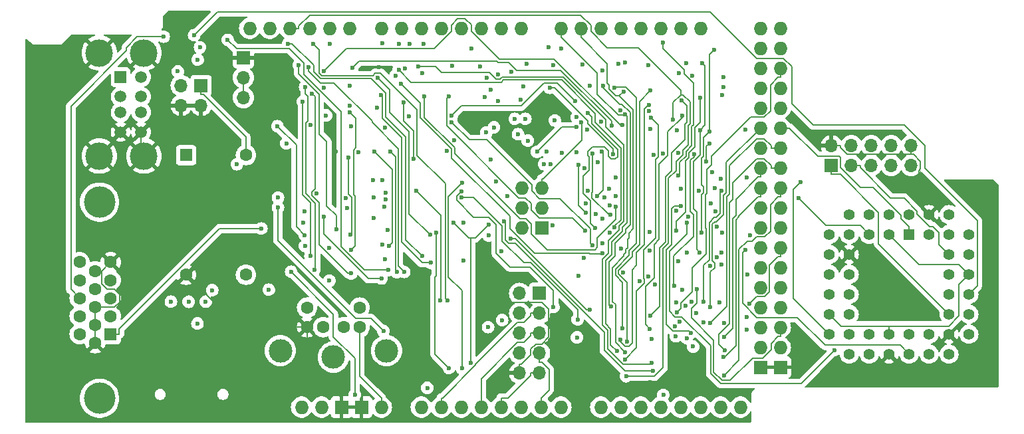
<source format=gbr>
%TF.GenerationSoftware,KiCad,Pcbnew,8.0.8+dfsg-1*%
%TF.CreationDate,2025-07-24T04:48:20-04:00*%
%TF.ProjectId,VGA_SRAM_SHUIELD_DOUBLE_BUFFER,5647415f-5352-4414-9d5f-53485549454c,rev?*%
%TF.SameCoordinates,Original*%
%TF.FileFunction,Copper,L2,Inr*%
%TF.FilePolarity,Positive*%
%FSLAX46Y46*%
G04 Gerber Fmt 4.6, Leading zero omitted, Abs format (unit mm)*
G04 Created by KiCad (PCBNEW 8.0.8+dfsg-1) date 2025-07-24 04:48:20*
%MOMM*%
%LPD*%
G01*
G04 APERTURE LIST*
%TA.AperFunction,ComponentPad*%
%ADD10R,1.700000X1.700000*%
%TD*%
%TA.AperFunction,ComponentPad*%
%ADD11O,1.700000X1.700000*%
%TD*%
%TA.AperFunction,ComponentPad*%
%ADD12R,1.500000X1.500000*%
%TD*%
%TA.AperFunction,ComponentPad*%
%ADD13C,1.500000*%
%TD*%
%TA.AperFunction,ComponentPad*%
%ADD14C,3.500000*%
%TD*%
%TA.AperFunction,ComponentPad*%
%ADD15C,4.000000*%
%TD*%
%TA.AperFunction,ComponentPad*%
%ADD16R,1.600000X1.600000*%
%TD*%
%TA.AperFunction,ComponentPad*%
%ADD17C,1.600000*%
%TD*%
%TA.AperFunction,ComponentPad*%
%ADD18R,1.422400X1.422400*%
%TD*%
%TA.AperFunction,ComponentPad*%
%ADD19C,1.422400*%
%TD*%
%TA.AperFunction,ComponentPad*%
%ADD20C,2.990000*%
%TD*%
%TA.AperFunction,ComponentPad*%
%ADD21O,1.727200X1.727200*%
%TD*%
%TA.AperFunction,ComponentPad*%
%ADD22R,1.727200X1.727200*%
%TD*%
%TA.AperFunction,ViaPad*%
%ADD23C,0.600000*%
%TD*%
%TA.AperFunction,Conductor*%
%ADD24C,0.200000*%
%TD*%
G04 APERTURE END LIST*
D10*
%TO.N,GND*%
%TO.C,J8*%
X55800000Y-137475000D03*
D11*
%TO.N,Net-(J8-Pin_2)*%
X55800000Y-140015000D03*
X55800000Y-142555000D03*
%TD*%
D12*
%TO.N,PWR*%
%TO.C,J1*%
X40152300Y-139940000D03*
D13*
%TO.N,Net-(A1-D18{slash}TX1)*%
X40152300Y-142440000D03*
%TO.N,Net-(A1-D19{slash}RX1)*%
X40152300Y-144440000D03*
%TO.N,GND*%
X40152300Y-146940000D03*
%TO.N,PWR*%
X42772300Y-139940000D03*
%TO.N,Net-(A1-D16{slash}TX2)*%
X42772300Y-142440000D03*
%TO.N,Net-(A1-D17{slash}RX2)*%
X42772300Y-144440000D03*
%TO.N,GND*%
X42772300Y-146940000D03*
D14*
X37442300Y-136870000D03*
X37442300Y-150010000D03*
X43122300Y-136870000D03*
X43122300Y-150010000D03*
%TD*%
D15*
%TO.N,N/C*%
%TO.C,J7*%
X37470000Y-155875000D03*
X37470000Y-180875000D03*
D16*
%TO.N,RED*%
X38890000Y-172690000D03*
D17*
%TO.N,GREEN*%
X38890000Y-170400000D03*
%TO.N,BLUE*%
X38890000Y-168110000D03*
%TO.N,unconnected-(J7-Pad4)*%
X38890000Y-165820000D03*
%TO.N,GND*%
X38890000Y-163530000D03*
X36910000Y-173835000D03*
X36910000Y-171545000D03*
X36910000Y-169255000D03*
%TO.N,unconnected-(J7-Pad9)*%
X36910000Y-166965000D03*
%TO.N,GND*%
X36910000Y-164675000D03*
%TO.N,unconnected-(J7-Pad11)*%
X34930000Y-172690000D03*
%TO.N,unconnected-(J7-Pad12)*%
X34930000Y-170400000D03*
%TO.N,Net-(J7-Pad13)*%
X34930000Y-168110000D03*
%TO.N,Net-(J7-Pad14)*%
X34930000Y-165820000D03*
%TO.N,unconnected-(J7-Pad15)*%
X34930000Y-163530000D03*
%TD*%
D18*
%TO.N,READY*%
%TO.C,U4*%
X140560000Y-160000000D03*
D19*
%TO.N,Net-(X1-OUT)*%
X138020000Y-157460000D03*
%TO.N,PWR*%
X138020000Y-160000000D03*
%TO.N,COUNTER_MEMADDR0*%
X135480000Y-157460000D03*
%TO.N,COUNTER_MEMADDR1*%
X135480000Y-160000000D03*
%TO.N,COUNTER_MEMADDR2*%
X132940000Y-157460000D03*
%TO.N,TDI*%
X130400000Y-160000000D03*
%TO.N,COUNTER_MEMADDR3*%
X132940000Y-160000000D03*
%TO.N,COUNTER_MEMADDR4*%
X130400000Y-162540000D03*
%TO.N,GND*%
X132940000Y-162540000D03*
%TO.N,COUNTER_MEMADDR5*%
X130400000Y-165080000D03*
%TO.N,COUNTER_MEMADDR6*%
X132940000Y-165080000D03*
%TO.N,TMS*%
X130400000Y-167620000D03*
%TO.N,COUNTER_MEMADDR7*%
X132940000Y-167620000D03*
%TO.N,PWR*%
X130400000Y-170160000D03*
%TO.N,COUNTER_MEMADDR8*%
X132940000Y-170160000D03*
%TO.N,COUNTER_MEMADDR9*%
X130400000Y-172700000D03*
%TO.N,COUNTER_MEMADDR10*%
X132940000Y-175240000D03*
%TO.N,COUNTER_MEMADDR11*%
X132940000Y-172700000D03*
%TO.N,COUNTER_MEMADDR12*%
X135480000Y-175240000D03*
%TO.N,COUNTER_MEMADDR13*%
X135480000Y-172700000D03*
%TO.N,GND*%
X138020000Y-175240000D03*
%TO.N,PWR*%
X138020000Y-172700000D03*
%TO.N,COUNTER_MEMADDR14*%
X140560000Y-175240000D03*
%TO.N,COUNTER_MEMADDR15*%
X140560000Y-172700000D03*
%TO.N,COUNTER_MEMADDR16*%
X143100000Y-175240000D03*
%TO.N,COUNTER_MEMADDR17*%
X143100000Y-172700000D03*
%TO.N,COUNTER_MEMADDR18*%
X145640000Y-175240000D03*
%TO.N,COUNTER_MEMADDR19*%
X148180000Y-172700000D03*
%TO.N,GND*%
X145640000Y-172700000D03*
%TO.N,unconnected-(U4-Pad31)*%
X148180000Y-170160000D03*
%TO.N,TCK*%
X145640000Y-170160000D03*
%TO.N,~{H_SYNC}*%
X148180000Y-167620000D03*
%TO.N,~{V_SYNC}*%
X145640000Y-167620000D03*
%TO.N,PWR*%
X148180000Y-165080000D03*
%TO.N,BANK_SELECT*%
X145640000Y-165080000D03*
%TO.N,unconnected-(U4-Pad37)*%
X148180000Y-162540000D03*
%TO.N,TDO*%
X145640000Y-162540000D03*
%TO.N,~{VGA_OUT}*%
X148180000Y-160000000D03*
%TO.N,unconnected-(U4-Pad40)*%
X145640000Y-157460000D03*
%TO.N,unconnected-(U4-Pad41)*%
X145640000Y-160000000D03*
%TO.N,GND*%
X143100000Y-157460000D03*
%TO.N,unconnected-(U4-Pad43)*%
X143100000Y-160000000D03*
%TO.N,unconnected-(U4-Pad44)*%
X140560000Y-157460000D03*
%TD*%
D17*
%TO.N,/PS2_DAT*%
%TO.C,J3*%
X65950000Y-171800000D03*
%TO.N,unconnected-(J3-Pad2)*%
X68550000Y-171800000D03*
%TO.N,GND*%
X63900000Y-171800000D03*
%TO.N,PWR*%
X70600000Y-171800000D03*
%TO.N,/PS2_CLK*%
X63900000Y-169310000D03*
%TO.N,unconnected-(J3-Pad6)*%
X70600000Y-169310000D03*
D20*
%TO.N,N/C*%
X74010000Y-174800000D03*
X67250000Y-175610000D03*
X60490000Y-174800000D03*
%TD*%
D16*
%TO.N,unconnected-(X1-NC-Pad1)*%
%TO.C,X1*%
X48490000Y-149880000D03*
D17*
%TO.N,GND*%
X48490000Y-165120000D03*
%TO.N,Net-(X1-OUT)*%
X56110000Y-165120000D03*
%TO.N,PWR*%
X56110000Y-149880000D03*
%TD*%
D10*
%TO.N,PWR*%
%TO.C,J2*%
X93500000Y-167500000D03*
D11*
%TO.N,Net-(J2-Pin_2)*%
X90960000Y-167500000D03*
%TO.N,Net-(J2-Pin_3)*%
X93500000Y-170040000D03*
%TO.N,Net-(J2-Pin_4)*%
X90960000Y-170040000D03*
%TO.N,Net-(J2-Pin_5)*%
X93500000Y-172580000D03*
%TO.N,Net-(J2-Pin_6)*%
X90960000Y-172580000D03*
%TO.N,Net-(J2-Pin_7)*%
X93500000Y-175120000D03*
%TO.N,Net-(J2-Pin_8)*%
X90960000Y-175120000D03*
%TO.N,Net-(J2-Pin_9)*%
X93500000Y-177660000D03*
%TO.N,GND*%
X90960000Y-177660000D03*
%TD*%
D10*
%TO.N,PWR*%
%TO.C,J4*%
X50400000Y-141020000D03*
D11*
X47860000Y-141020000D03*
%TO.N,GND*%
X50400000Y-143560000D03*
X47860000Y-143560000D03*
%TD*%
D10*
%TO.N,TCK*%
%TO.C,J5*%
X130660000Y-151200000D03*
D11*
%TO.N,GND*%
X130660000Y-148660000D03*
%TO.N,TDO*%
X133200000Y-151200000D03*
%TO.N,PWR*%
X133200000Y-148660000D03*
%TO.N,TMS*%
X135740000Y-151200000D03*
%TO.N,unconnected-(J5-Pin_6-Pad6)*%
X135740000Y-148660000D03*
%TO.N,unconnected-(J5-Pin_7-Pad7)*%
X138280000Y-151200000D03*
%TO.N,unconnected-(J5-Pin_8-Pad8)*%
X138280000Y-148660000D03*
%TO.N,TDI*%
X140820000Y-151200000D03*
%TO.N,GND*%
X140820000Y-148660000D03*
%TD*%
D21*
%TO.N,3.3V*%
%TO.C,A1*%
X63195200Y-181991000D03*
%TO.N,5V*%
X65735200Y-181991000D03*
X93802200Y-154051000D03*
X121615200Y-133731000D03*
X124155200Y-133731000D03*
%TO.N,Net-(J2-Pin_2)*%
X78435200Y-181991000D03*
%TO.N,Net-(J2-Pin_3)*%
X80975200Y-181991000D03*
%TO.N,Net-(J2-Pin_4)*%
X83515200Y-181991000D03*
%TO.N,Net-(J2-Pin_5)*%
X86055200Y-181991000D03*
%TO.N,Net-(J2-Pin_9)*%
X88595200Y-181991000D03*
%TO.N,Net-(J2-Pin_8)*%
X91135200Y-181991000D03*
%TO.N,Net-(J2-Pin_7)*%
X93675200Y-181991000D03*
%TO.N,Net-(J2-Pin_6)*%
X96215200Y-181991000D03*
%TO.N,DATA11*%
X101295200Y-181991000D03*
%TO.N,DATA12*%
X103835200Y-181991000D03*
%TO.N,DATA13*%
X106375200Y-181991000D03*
%TO.N,DATA14*%
X108915200Y-181991000D03*
%TO.N,unconnected-(A1-CANRX-PadCANR)*%
X116535200Y-181991000D03*
%TO.N,unconnected-(A1-CANTX-PadCANT)*%
X119075200Y-181991000D03*
%TO.N,unconnected-(A1-D0{slash}RX0-PadD0)*%
X91135200Y-133731000D03*
%TO.N,unconnected-(A1-D1{slash}TX0-PadD1)*%
X88595200Y-133731000D03*
%TO.N,/MCU OE*%
X86055200Y-133731000D03*
%TO.N,/MCU CE*%
X83515200Y-133731000D03*
%TO.N,/MCU WE*%
X80975200Y-133731000D03*
%TO.N,BANK_SELECT*%
X78435200Y-133731000D03*
%TO.N,Net-(A1-PadD6)*%
X75895200Y-133731000D03*
%TO.N,Net-(A1-PadD7)*%
X73355200Y-133731000D03*
%TO.N,unconnected-(A1-PadD8)*%
X69291200Y-133731000D03*
%TO.N,unconnected-(A1-PadD9)*%
X66751200Y-133731000D03*
%TO.N,/SD_CS*%
X64211200Y-133731000D03*
%TO.N,MCUMEMADDR7*%
X61671200Y-133731000D03*
%TO.N,MCUMEMADDR8*%
X59131200Y-133731000D03*
%TO.N,unconnected-(A1-PadD13)*%
X56591200Y-133731000D03*
%TO.N,MCUMEMADDR4*%
X96215200Y-133731000D03*
%TO.N,MCUMEMADDR5*%
X98755200Y-133731000D03*
%TO.N,Net-(A1-D16{slash}TX2)*%
X101295200Y-133731000D03*
%TO.N,Net-(A1-D17{slash}RX2)*%
X103835200Y-133731000D03*
%TO.N,Net-(A1-D18{slash}TX1)*%
X106375200Y-133731000D03*
%TO.N,Net-(A1-D19{slash}RX1)*%
X108915200Y-133731000D03*
%TO.N,unconnected-(A1-D20{slash}SDA-PadD20)*%
X111455200Y-133731000D03*
%TO.N,unconnected-(A1-D21{slash}SCL-PadD21)*%
X113995200Y-133731000D03*
%TO.N,unconnected-(A1-PadD22)*%
X121615200Y-136271000D03*
%TO.N,unconnected-(A1-PadD23)*%
X124155200Y-136271000D03*
%TO.N,unconnected-(A1-PadD24)*%
X121615200Y-138811000D03*
%TO.N,MCUMEMADDR0*%
X124155200Y-138811000D03*
%TO.N,MCUMEMADDR1*%
X121615200Y-141351000D03*
%TO.N,MCUMEMADDR2*%
X124155200Y-141351000D03*
%TO.N,MCUMEMADDR3*%
X121615200Y-143891000D03*
%TO.N,MCUMEMADDR6*%
X124155200Y-143891000D03*
%TO.N,MCUMEMADDR9*%
X121615200Y-146431000D03*
%TO.N,READY*%
X124155200Y-146431000D03*
%TO.N,MCUMEMADDR10*%
X121615200Y-148971000D03*
%TO.N,MCUMEMADDR11*%
X124155200Y-148971000D03*
%TO.N,MCUMEMADDR12*%
X121615200Y-151511000D03*
%TO.N,MCUMEMADDR13*%
X124155200Y-151511000D03*
%TO.N,MCUMEMADDR14*%
X121615200Y-154051000D03*
%TO.N,MCUMEMADDR15*%
X124155200Y-154051000D03*
%TO.N,MCUMEMADDR16*%
X121615200Y-156591000D03*
%TO.N,MCUMEMADDR17*%
X124155200Y-156591000D03*
%TO.N,MCUMEMADDR18*%
X121615200Y-159131000D03*
%TO.N,MCUMEMADDR19*%
X124155200Y-159131000D03*
%TO.N,/PS2_DAT*%
X121615200Y-161671000D03*
%TO.N,/PS2_CLK*%
X124155200Y-161671000D03*
%TO.N,DATA7*%
X121615200Y-164211000D03*
%TO.N,DATA6*%
X124155200Y-164211000D03*
%TO.N,DATA5*%
X121615200Y-166751000D03*
%TO.N,DATA4*%
X124155200Y-166751000D03*
%TO.N,DATA3*%
X121615200Y-169291000D03*
%TO.N,DATA2*%
X124155200Y-169291000D03*
%TO.N,DATA1*%
X121615200Y-171831000D03*
%TO.N,DATA0*%
X124155200Y-171831000D03*
%TO.N,DATA15*%
X121615200Y-174371000D03*
%TO.N,DATA8*%
X124155200Y-174371000D03*
%TO.N,DATA9*%
X111455200Y-181991000D03*
%TO.N,DATA10*%
X113995200Y-181991000D03*
D22*
%TO.N,GND*%
X68275200Y-181991000D03*
X70815200Y-181991000D03*
X93802200Y-159131000D03*
X121615200Y-176911000D03*
X124155200Y-176911000D03*
D21*
%TO.N,Net-(A1-SPI_MISO)*%
X91262200Y-154051000D03*
%TO.N,Net-(A1-SPI_MOSI)*%
X93802200Y-156591000D03*
%TO.N,unconnected-(A1-SPI_RESET-PadRST2)*%
X91262200Y-159131000D03*
%TO.N,Net-(A1-SPI_SCK)*%
X91262200Y-156591000D03*
%TO.N,PWR*%
X73355200Y-181991000D03*
%TD*%
D23*
%TO.N,DATA_BANK22*%
X115888100Y-157059200D03*
X69306500Y-141052600D03*
X107633400Y-146529200D03*
%TO.N,Net-(A1-SPI_MISO)*%
X46559800Y-168552600D03*
%TO.N,DATA_BANK27*%
X103543000Y-138246400D03*
X116638800Y-163854900D03*
X69504900Y-146186400D03*
X103751200Y-144194900D03*
%TO.N,DATA_BANK20*%
X69638100Y-138793300D03*
X102699300Y-146122500D03*
%TO.N,DATA_BANK21*%
X66060700Y-139156700D03*
X104032400Y-146060000D03*
%TO.N,DATA_BANK23*%
X116100800Y-158982100D03*
X109233800Y-149652700D03*
X72798200Y-143855000D03*
%TO.N,DATA_BANK24*%
X112972800Y-139768500D03*
X116700800Y-159752600D03*
X69313500Y-143564700D03*
%TO.N,Net-(A1-SPI_SCK)*%
X48818200Y-168570000D03*
%TO.N,MCUMEMADDR13*%
X91998000Y-148047800D03*
X117108800Y-174723900D03*
%TO.N,MCUMEMADDR19*%
X119732100Y-146599300D03*
X86506500Y-142480400D03*
%TO.N,MCUMEMADDR12*%
X116964600Y-173055700D03*
X95443900Y-145468900D03*
%TO.N,MCUMEMADDR16*%
X116711300Y-142259000D03*
X85939500Y-138612200D03*
%TO.N,MCUMEMADDR2*%
X103015800Y-141274300D03*
X104021500Y-171949200D03*
%TO.N,MCUMEMADDR0*%
X110985500Y-169882700D03*
%TO.N,MCUMEMADDR14*%
X116953700Y-175569600D03*
X94861200Y-151036900D03*
%TO.N,MCUMEMADDR11*%
X99533800Y-146663200D03*
X115184600Y-171245000D03*
%TO.N,MCUMEMADDR3*%
X107426600Y-143476600D03*
X103798400Y-173407200D03*
%TO.N,MCUMEMADDR9*%
X91073200Y-142869100D03*
X115250500Y-169205000D03*
%TO.N,MCUMEMADDR5*%
X104395300Y-174994800D03*
X104193400Y-141794300D03*
%TO.N,MCUMEMADDR6*%
X107696000Y-145084400D03*
X104343800Y-175910000D03*
%TO.N,MCUMEMADDR8*%
X116364300Y-168628300D03*
X91821700Y-138271400D03*
%TO.N,MCUMEMADDR18*%
X116896300Y-141187900D03*
X87272300Y-141548700D03*
%TO.N,MCUMEMADDR15*%
X116956200Y-177945000D03*
X94423300Y-149427600D03*
%TO.N,MCUMEMADDR7*%
X104513900Y-178050600D03*
X110462100Y-145409200D03*
%TO.N,MCUMEMADDR4*%
X107438800Y-144284200D03*
X104394900Y-144683000D03*
X103371900Y-174862400D03*
%TO.N,DATA_BANK26*%
X116103800Y-162872700D03*
X104344300Y-138102000D03*
X64303400Y-146036000D03*
%TO.N,DATA_BANK25*%
X116635400Y-162272600D03*
X66322000Y-144829900D03*
X107373700Y-138432500D03*
%TO.N,DATA_BANK17*%
X73271600Y-142254600D03*
X79640100Y-163601700D03*
X104164000Y-164802600D03*
%TO.N,DATA_BANK11*%
X78820600Y-142397500D03*
X103232200Y-156480000D03*
%TO.N,DATA_BANK12*%
X76897100Y-144933500D03*
X100214800Y-149724700D03*
X102552900Y-157498200D03*
%TO.N,DATA_BANK16*%
X75850800Y-140806000D03*
X101524100Y-162350200D03*
%TO.N,DATA_BANK15*%
X100264000Y-161386600D03*
X82297300Y-145695700D03*
X73480800Y-135648300D03*
%TO.N,DATA_BANK14*%
X75557100Y-139030800D03*
X103048600Y-159098600D03*
%TO.N,DATA_BANK10*%
X77458100Y-150331700D03*
X111525800Y-154187100D03*
X76166100Y-143211100D03*
%TO.N,DATA_BANK13*%
X81954300Y-142397500D03*
X99327300Y-159494300D03*
%TO.N,~{VGA_OUT 1}*%
X72875900Y-140046100D03*
X79532200Y-160036100D03*
%TO.N,~{VGA_OUT 2}*%
X54945300Y-151055500D03*
X87016800Y-160123900D03*
%TO.N,MCUMEMADDR10*%
X102832100Y-149795200D03*
X94805800Y-141312400D03*
X119906000Y-170480600D03*
%TO.N,MCUMEMADDR17*%
X89863600Y-139285700D03*
X116883900Y-139968100D03*
%TO.N,DATA2*%
X111662700Y-167082000D03*
X100680900Y-157375600D03*
%TO.N,MCUMEMADDR1*%
X101623500Y-141077600D03*
X102569400Y-169188200D03*
%TO.N,/MCU OE*%
X94061000Y-151036900D03*
X79194600Y-179539000D03*
%TO.N,Net-(A1-SPI_MOSI)*%
X50998200Y-168564900D03*
%TO.N,~{WE_BANK2}*%
X110982300Y-146706100D03*
X87682400Y-146348600D03*
X83810000Y-158522100D03*
%TO.N,DATA1*%
X112780100Y-172534600D03*
X111480000Y-156389400D03*
%TO.N,~{OE_BANK2}*%
X94643300Y-136099700D03*
X86945300Y-171802300D03*
%TO.N,~{OE_BANK1}*%
X64644700Y-135692100D03*
X81773900Y-168390900D03*
%TO.N,DATA3*%
X112464300Y-157705500D03*
X101477800Y-157949700D03*
%TO.N,Net-(A1-PadD7)*%
X49969300Y-137727100D03*
%TO.N,~{MCU_WE}*%
X84741700Y-176388500D03*
X82540000Y-158504300D03*
X87039100Y-158708000D03*
%TO.N,MEMADDR_BANK217*%
X111662500Y-144852100D03*
X107549800Y-172008800D03*
%TO.N,MEMADDR_BANK219*%
X113175800Y-149812100D03*
X112229600Y-173211400D03*
X110628500Y-166556700D03*
%TO.N,MEMADDR_BANK216*%
X111616800Y-142921800D03*
X107618300Y-170310200D03*
%TO.N,MEMADDR_BANK218*%
X107633000Y-141649800D03*
X104627200Y-173636600D03*
%TO.N,DATA0*%
X113523900Y-166924100D03*
X99623000Y-154414200D03*
%TO.N,MEMADDR_BANK211*%
X99858400Y-141065900D03*
X112193800Y-138167800D03*
X113746400Y-154464900D03*
%TO.N,MEMADDR_BANK213*%
X113897900Y-162272600D03*
X114212600Y-138178600D03*
X86709700Y-147013400D03*
X113951600Y-146695900D03*
%TO.N,MEMADDR_BANK212*%
X110928400Y-159484300D03*
X88178100Y-143027300D03*
X113980800Y-142559000D03*
%TO.N,MEMADDR_BANK214*%
X114100300Y-159748300D03*
X90754400Y-147219600D03*
X115137400Y-146855100D03*
X115722800Y-136496700D03*
%TO.N,MEMADDR_BANK215*%
X87299000Y-150433700D03*
X114724500Y-150743200D03*
X115122900Y-148378100D03*
X115206600Y-163984200D03*
%TO.N,MEMADDR_BANK28*%
X88178100Y-139598800D03*
X101488600Y-139140200D03*
%TO.N,MEMADDR_BANK29*%
X111161000Y-152453300D03*
X82334900Y-138545700D03*
X109189700Y-135534800D03*
%TO.N,MEMADDR_BANK210*%
X111135300Y-149589300D03*
X86768300Y-139998100D03*
X111239000Y-139462000D03*
%TO.N,MEMADDR_BANK20*%
X100785100Y-155075000D03*
X101427600Y-149443700D03*
%TO.N,MEMADDR_BANK27*%
X98418800Y-165227200D03*
X93176100Y-149466300D03*
X98198600Y-146335900D03*
X98921300Y-138380200D03*
%TO.N,MEMADDR_BANK22*%
X99395600Y-157215000D03*
X98462100Y-151149600D03*
%TO.N,MEMADDR_BANK23*%
X99621800Y-144486200D03*
X100563400Y-159178500D03*
%TO.N,MEMADDR_BANK25*%
X101464300Y-161149900D03*
X98177700Y-149513900D03*
X96248100Y-136347400D03*
%TO.N,5V*%
X98766300Y-145675300D03*
X49936800Y-171343100D03*
%TO.N,DATA7*%
X111194400Y-163427800D03*
%TO.N,MEMADDR_BANK21*%
X99363000Y-156014700D03*
X99186700Y-151556700D03*
%TO.N,MEMADDR_BANK26*%
X99148600Y-162963200D03*
X95252900Y-138466800D03*
X96365400Y-149622300D03*
%TO.N,/MCU WE*%
X83632600Y-153428800D03*
X83612300Y-177053000D03*
%TO.N,MEMADDR_BANK24*%
X95172900Y-158853000D03*
X98223500Y-145072800D03*
%TO.N,BANK_SELECT*%
X83556100Y-154479700D03*
X101758800Y-155245700D03*
X95274700Y-169219200D03*
%TO.N,COUNTER_MEMADDR16*%
X112089400Y-169082200D03*
%TO.N,MEMADDR_BANK118*%
X101323400Y-145613800D03*
X119885800Y-172096800D03*
%TO.N,MEMADDR_BANK119*%
X113053600Y-174282400D03*
X91687800Y-145269700D03*
%TO.N,COUNTER_MEMADDR18*%
X110735100Y-171682300D03*
%TO.N,COUNTER_MEMADDR19*%
X107746500Y-173317300D03*
X98257600Y-173115000D03*
%TO.N,MEMADDR_BANK117*%
X116970600Y-171249200D03*
X98038100Y-143000800D03*
X82316800Y-144845600D03*
%TO.N,MEMADDR_BANK116*%
X114366800Y-171230800D03*
X91412100Y-141097700D03*
X90349000Y-145269700D03*
%TO.N,COUNTER_MEMADDR17*%
X113470400Y-170012200D03*
%TO.N,MEMADDR_BANK19*%
X111341500Y-171109700D03*
X73605500Y-172283200D03*
X60188800Y-156521100D03*
X75564700Y-135687000D03*
%TO.N,MEMADDR_BANK111*%
X110836000Y-172967800D03*
X102423800Y-159797700D03*
X63411600Y-158488600D03*
X75150800Y-139771800D03*
%TO.N,COUNTER_MEMADDR12*%
X69024200Y-156641900D03*
X120319100Y-160066900D03*
%TO.N,COUNTER_MEMADDR11*%
X73753600Y-156456000D03*
X115282700Y-156009600D03*
%TO.N,COUNTER_MEMADDR15*%
X119969200Y-165117300D03*
X73825000Y-163185400D03*
%TO.N,MEMADDR_BANK18*%
X66051900Y-141318800D03*
X60190800Y-155288100D03*
X99903700Y-169589600D03*
X89831900Y-160514100D03*
%TO.N,COUNTER_MEMADDR14*%
X119700900Y-161989200D03*
X73473300Y-161279200D03*
%TO.N,COUNTER_MEMADDR10*%
X72386900Y-155267200D03*
X115825300Y-154056500D03*
%TO.N,COUNTER_MEMADDR8*%
X72280200Y-153072800D03*
X115507600Y-152054900D03*
%TO.N,Net-(A1-PadD6)*%
X47439200Y-139226600D03*
%TO.N,COUNTER_MEMADDR13*%
X72396000Y-157902800D03*
X112232400Y-158505700D03*
X131056000Y-174712600D03*
%TO.N,MEMADDR_BANK112*%
X112870300Y-168564800D03*
X63621200Y-161455600D03*
X76970900Y-135685300D03*
%TO.N,MEMADDR_BANK113*%
X78050000Y-138618200D03*
X107761900Y-176358900D03*
X66687600Y-161705900D03*
%TO.N,COUNTER_MEMADDR9*%
X68845300Y-155365100D03*
X116558400Y-152874900D03*
X126696700Y-153345200D03*
%TO.N,MEMADDR_BANK110*%
X66038500Y-157727900D03*
X76374000Y-138862200D03*
X110889100Y-168682400D03*
X73370300Y-165600300D03*
%TO.N,MEMADDR_BANK115*%
X109250000Y-180446500D03*
X69987800Y-180446500D03*
X61862000Y-164753300D03*
X81689400Y-149364200D03*
%TO.N,MEMADDR_BANK114*%
X63579600Y-157063300D03*
X78755200Y-135681600D03*
X88978700Y-158308700D03*
X107936800Y-177368100D03*
%TO.N,~{COUNTER_BANK1}*%
X80822200Y-168400900D03*
X114395300Y-168564800D03*
X116678700Y-154431300D03*
X77827300Y-154430600D03*
X78561100Y-139420700D03*
X88725300Y-170899400D03*
%TO.N,MEMADDR_BANK13*%
X74130100Y-159416300D03*
%TO.N,COUNTER_MEMADDR7*%
X106225100Y-165956600D03*
%TO.N,COUNTER_MEMADDR6*%
X88597000Y-162173300D03*
X103899000Y-161806600D03*
X108197300Y-166378100D03*
%TO.N,COUNTER_MEMADDR5*%
X112297500Y-162267600D03*
%TO.N,MEMADDR_BANK12*%
X73930700Y-155489600D03*
%TO.N,COUNTER_MEMADDR0*%
X102344300Y-154133700D03*
%TO.N,COUNTER_MEMADDR1*%
X103232200Y-155142600D03*
X87948800Y-153259700D03*
X126439400Y-155389200D03*
%TO.N,COUNTER_MEMADDR4*%
X107532000Y-159691800D03*
%TO.N,COUNTER_MEMADDR2*%
X102432000Y-156269900D03*
X89409500Y-155092100D03*
%TO.N,MEMADDR_BANK14*%
X65122800Y-154806400D03*
X61249100Y-148380800D03*
%TO.N,MEMADDR_BANK10*%
X73462500Y-153071200D03*
%TO.N,MEMADDR_BANK17*%
X76270000Y-164774400D03*
X64055300Y-138663700D03*
%TO.N,MEMADDR_BANK11*%
X73930700Y-154667100D03*
X83576700Y-155295200D03*
X98347300Y-170819600D03*
%TO.N,MEMADDR_BANK15*%
X61465400Y-135696100D03*
X78532300Y-162735300D03*
%TO.N,COUNTER_MEMADDR3*%
X110910100Y-156951200D03*
%TO.N,MEMADDR_BANK16*%
X67601100Y-159366900D03*
X62850000Y-138438300D03*
%TO.N,~{VGA_OUT}*%
X83833100Y-163351700D03*
%TO.N,Net-(U21-B7)*%
X74303800Y-161447300D03*
X72438800Y-149444100D03*
%TO.N,Net-(U21-B6)*%
X69192100Y-150210400D03*
X69408500Y-160014300D03*
%TO.N,Net-(U21-B5)*%
X63609800Y-160062100D03*
X60114000Y-146199900D03*
X73802300Y-146368100D03*
%TO.N,Net-(U21-B4)*%
X74525800Y-149464600D03*
X75325000Y-164788500D03*
%TO.N,Net-(U21-B3)*%
X69364400Y-144438300D03*
X69514900Y-161964800D03*
%TO.N,Net-(U21-B2)*%
X63336800Y-143087600D03*
X64315400Y-162767500D03*
%TO.N,Net-(U21-B1)*%
X69505000Y-164970000D03*
X64508300Y-142038500D03*
%TO.N,Net-(U21-B0)*%
X63651700Y-141197500D03*
X64810100Y-164515900D03*
%TO.N,/MCU CE*%
X80338700Y-159746400D03*
X81952200Y-177013300D03*
%TO.N,RED*%
X58082100Y-159249300D03*
%TO.N,Net-(J7-Pad14)*%
X50269100Y-136173000D03*
%TO.N,Net-(J7-Pad13)*%
X45634200Y-134797600D03*
%TO.N,BLUE*%
X59021300Y-167035900D03*
%TO.N,DATA6*%
X107481500Y-162077800D03*
%TO.N,GREEN*%
X66737600Y-165875700D03*
%TO.N,GND*%
X87650300Y-166957300D03*
X67553600Y-149471100D03*
X107615000Y-178830000D03*
X107327300Y-165341200D03*
X92421800Y-151036900D03*
X82586700Y-147998200D03*
X73033300Y-138709300D03*
X100926400Y-150792600D03*
%TO.N,/PS2_CLK*%
X120242300Y-168815700D03*
%TO.N,/SD_CS*%
X51821700Y-167096200D03*
%TO.N,~{V_SYNC}*%
X74219900Y-164526600D03*
X53789600Y-135212600D03*
%TO.N,~{H_SYNC}*%
X49515100Y-134606200D03*
%TO.N,PWR*%
X119907200Y-152740500D03*
X66791700Y-135710000D03*
X108033500Y-149841700D03*
X70428300Y-149500900D03*
X103232200Y-152758300D03*
X84853300Y-136346900D03*
%TD*%
D24*
%TO.N,~{H_SYNC}*%
X148180000Y-167620000D02*
X149242400Y-166557600D01*
X149242400Y-166557600D02*
X149242400Y-158252400D01*
X128370000Y-146060000D02*
X125616000Y-143306000D01*
X149242400Y-158252400D02*
X142551800Y-151561800D01*
X142551800Y-151561800D02*
X142551800Y-148701800D01*
X125616000Y-143306000D02*
X125616000Y-138621800D01*
X142551800Y-148701800D02*
X139910000Y-146060000D01*
X124535200Y-137541000D02*
X121173700Y-137541000D01*
X139910000Y-146060000D02*
X128370000Y-146060000D01*
X125616000Y-138621800D02*
X124535200Y-137541000D01*
X121173700Y-137541000D02*
X115251000Y-131618300D01*
X115251000Y-131618300D02*
X52503000Y-131618300D01*
X52503000Y-131618300D02*
X49515100Y-134606200D01*
%TO.N,GND*%
X140820000Y-149810100D02*
X141107500Y-149810100D01*
X141970000Y-150672600D02*
X141970000Y-151676346D01*
X141770000Y-151876346D02*
X141770000Y-156130000D01*
X141107500Y-149810100D02*
X141970000Y-150672600D01*
X141970000Y-151676346D02*
X141770000Y-151876346D01*
X141770000Y-156130000D02*
X143100000Y-157460000D01*
%TO.N,DATA_BANK20*%
X70492300Y-137939100D02*
X69638100Y-138793300D01*
X88051600Y-137939100D02*
X70492300Y-137939100D01*
X88238500Y-138126000D02*
X88051600Y-137939100D01*
X89601800Y-138126000D02*
X88238500Y-138126000D01*
X90561700Y-139085900D02*
X89601800Y-138126000D01*
X96210000Y-139085900D02*
X90561700Y-139085900D01*
X102699300Y-145575200D02*
X96210000Y-139085900D01*
X102699300Y-146122500D02*
X102699300Y-145575200D01*
%TO.N,DATA_BANK21*%
X103749900Y-146060000D02*
X104032400Y-146060000D01*
X95357300Y-137667400D02*
X103749900Y-146060000D01*
X88345800Y-137667400D02*
X95357300Y-137667400D01*
X84785200Y-134106800D02*
X88345800Y-137667400D01*
X84785200Y-133301000D02*
X84785200Y-134106800D01*
X83993900Y-132509700D02*
X84785200Y-133301000D01*
X83044200Y-132509700D02*
X83993900Y-132509700D01*
X82245200Y-133308700D02*
X83044200Y-132509700D01*
X82245200Y-134143300D02*
X82245200Y-133308700D01*
X80087600Y-136300900D02*
X82245200Y-134143300D01*
X68916500Y-136300900D02*
X80087600Y-136300900D01*
X66060700Y-139156700D02*
X68916500Y-136300900D01*
%TO.N,MCUMEMADDR13*%
X124155200Y-151511000D02*
X122991500Y-151511000D01*
X122991500Y-151220100D02*
X122991500Y-151511000D01*
X122118600Y-150347200D02*
X122991500Y-151220100D01*
X121113100Y-150347200D02*
X122118600Y-150347200D01*
X118079000Y-153381300D02*
X121113100Y-150347200D01*
X118079000Y-155568700D02*
X118079000Y-153381300D01*
X117701100Y-155946600D02*
X118079000Y-155568700D01*
X117701100Y-171367400D02*
X117701100Y-155946600D01*
X116359900Y-172708600D02*
X117701100Y-171367400D01*
X116359900Y-173975000D02*
X116359900Y-172708600D01*
X117108800Y-174723900D02*
X116359900Y-173975000D01*
%TO.N,MCUMEMADDR12*%
X121615200Y-151511000D02*
X121615200Y-152674700D01*
X121343900Y-152674700D02*
X121615200Y-152674700D01*
X118500900Y-155517700D02*
X121343900Y-152674700D01*
X118500900Y-157589200D02*
X118500900Y-155517700D01*
X118101200Y-157988900D02*
X118500900Y-157589200D01*
X118101200Y-171919100D02*
X118101200Y-157988900D01*
X116964600Y-173055700D02*
X118101200Y-171919100D01*
%TO.N,MCUMEMADDR2*%
X104021500Y-166074500D02*
X104021500Y-171949200D01*
X103163800Y-165216800D02*
X104021500Y-166074500D01*
X103163800Y-164388400D02*
X103163800Y-165216800D01*
X104899300Y-162652900D02*
X103163800Y-164388400D01*
X104899300Y-162087100D02*
X104899300Y-162652900D01*
X105832900Y-161153500D02*
X104899300Y-162087100D01*
X105832900Y-142585000D02*
X105832900Y-161153500D01*
X104441900Y-141194000D02*
X105832900Y-142585000D01*
X103096100Y-141194000D02*
X104441900Y-141194000D01*
X103015800Y-141274300D02*
X103096100Y-141194000D01*
%TO.N,MCUMEMADDR0*%
X124155200Y-138811000D02*
X124155200Y-139974700D01*
X123883900Y-139974700D02*
X124155200Y-139974700D01*
X122885200Y-140973400D02*
X123883900Y-139974700D01*
X122885200Y-144267000D02*
X122885200Y-140973400D01*
X122097400Y-145054800D02*
X122885200Y-144267000D01*
X120364000Y-145054800D02*
X122097400Y-145054800D01*
X115374500Y-150044300D02*
X120364000Y-145054800D01*
X115374500Y-151147800D02*
X115374500Y-150044300D01*
X114816100Y-151706200D02*
X115374500Y-151147800D01*
X114816100Y-154809800D02*
X114816100Y-151706200D01*
X114649700Y-154976200D02*
X114816100Y-154809800D01*
X114649700Y-159167500D02*
X114649700Y-154976200D01*
X114700400Y-159218200D02*
X114649700Y-159167500D01*
X114700400Y-162514000D02*
X114700400Y-159218200D01*
X112923800Y-164290600D02*
X114700400Y-162514000D01*
X112923800Y-167304900D02*
X112923800Y-164290600D01*
X111489200Y-168739500D02*
X112923800Y-167304900D01*
X111489200Y-169379000D02*
X111489200Y-168739500D01*
X110985500Y-169882700D02*
X111489200Y-169379000D01*
%TO.N,MCUMEMADDR14*%
X121615200Y-154051000D02*
X121615200Y-155214700D01*
X121345700Y-155214700D02*
X121615200Y-155214700D01*
X118901000Y-157659400D02*
X121345700Y-155214700D01*
X118901000Y-157754900D02*
X118901000Y-157659400D01*
X118501300Y-158154600D02*
X118901000Y-157754900D01*
X118501300Y-174180100D02*
X118501300Y-158154600D01*
X117111800Y-175569600D02*
X118501300Y-174180100D01*
X116953700Y-175569600D02*
X117111800Y-175569600D01*
%TO.N,MCUMEMADDR11*%
X124155200Y-148971000D02*
X122991500Y-148971000D01*
X122991500Y-148680100D02*
X122991500Y-148971000D01*
X122116700Y-147805300D02*
X122991500Y-148680100D01*
X121126400Y-147805300D02*
X122116700Y-147805300D01*
X117678900Y-151252800D02*
X121126400Y-147805300D01*
X117678900Y-154845600D02*
X117678900Y-151252800D01*
X117301000Y-155223500D02*
X117678900Y-154845600D01*
X117301000Y-169128600D02*
X117301000Y-155223500D01*
X115184600Y-171245000D02*
X117301000Y-169128600D01*
%TO.N,MCUMEMADDR3*%
X107333600Y-143476600D02*
X107426600Y-143476600D01*
X106833100Y-143977100D02*
X107333600Y-143476600D01*
X106833100Y-161284900D02*
X106833100Y-143977100D01*
X105840800Y-162277200D02*
X106833100Y-161284900D01*
X105840800Y-163928200D02*
X105840800Y-162277200D01*
X105276600Y-164492400D02*
X105840800Y-163928200D01*
X105276600Y-173849800D02*
X105276600Y-164492400D01*
X104885300Y-174241100D02*
X105276600Y-173849800D01*
X104379600Y-174241100D02*
X104885300Y-174241100D01*
X103798400Y-173659900D02*
X104379600Y-174241100D01*
X103798400Y-173407200D02*
X103798400Y-173659900D01*
%TO.N,MCUMEMADDR9*%
X117278800Y-150767400D02*
X121615200Y-146431000D01*
X117278800Y-154679900D02*
X117278800Y-150767400D01*
X116900600Y-155058100D02*
X117278800Y-154679900D01*
X116900600Y-157492100D02*
X116900600Y-155058100D01*
X116010900Y-158381800D02*
X116900600Y-157492100D01*
X115798600Y-158381800D02*
X116010900Y-158381800D01*
X115500600Y-158679800D02*
X115798600Y-158381800D01*
X115500600Y-163313300D02*
X115500600Y-158679800D01*
X115806700Y-163619400D02*
X115500600Y-163313300D01*
X115806700Y-164232700D02*
X115806700Y-163619400D01*
X115250500Y-164788900D02*
X115806700Y-164232700D01*
X115250500Y-169205000D02*
X115250500Y-164788900D01*
%TO.N,MCUMEMADDR5*%
X98755200Y-133731000D02*
X98755200Y-134894700D01*
X103649100Y-142338600D02*
X104193400Y-141794300D01*
X102088700Y-138228200D02*
X98755200Y-134894700D01*
X102088700Y-140694200D02*
X102088700Y-138228200D01*
X102356200Y-140961700D02*
X102088700Y-140694200D01*
X102356200Y-141480300D02*
X102356200Y-140961700D01*
X103214500Y-142338600D02*
X102356200Y-141480300D01*
X103649000Y-142338600D02*
X103214500Y-142338600D01*
X103649100Y-142338600D02*
X103649000Y-142338600D01*
X103169500Y-173769000D02*
X104395300Y-174994800D01*
X103169500Y-168939700D02*
X103169500Y-173769000D01*
X102804000Y-168574200D02*
X103169500Y-168939700D01*
X102804000Y-165422800D02*
X102804000Y-168574200D01*
X102763700Y-165382500D02*
X102804000Y-165422800D01*
X102763700Y-164222700D02*
X102763700Y-165382500D01*
X104232500Y-162753900D02*
X102763700Y-164222700D01*
X104232500Y-162581200D02*
X104232500Y-162753900D01*
X104499200Y-162314500D02*
X104232500Y-162581200D01*
X104499200Y-161921400D02*
X104499200Y-162314500D01*
X104703300Y-161717300D02*
X104499200Y-161921400D01*
X104703300Y-160612600D02*
X104703300Y-161717300D01*
X104849100Y-160466800D02*
X104703300Y-160612600D01*
X104849100Y-159847800D02*
X104849100Y-160466800D01*
X105432800Y-159264100D02*
X104849100Y-159847800D01*
X105432800Y-144122400D02*
X105432800Y-159264100D01*
X103649100Y-142338600D02*
X105432800Y-144122400D01*
%TO.N,MCUMEMADDR6*%
X108633600Y-146022000D02*
X107696000Y-145084400D01*
X108633600Y-150090300D02*
X108633600Y-146022000D01*
X108244100Y-150479800D02*
X108633600Y-150090300D01*
X108244100Y-160466600D02*
X108244100Y-150479800D01*
X106727200Y-161983500D02*
X108244100Y-160466600D01*
X106727200Y-165610000D02*
X106727200Y-161983500D01*
X106825200Y-165708000D02*
X106727200Y-165610000D01*
X106825200Y-166205200D02*
X106825200Y-165708000D01*
X105830500Y-167199900D02*
X106825200Y-166205200D01*
X105830500Y-174423300D02*
X105830500Y-167199900D01*
X104343800Y-175910000D02*
X105830500Y-174423300D01*
%TO.N,MCUMEMADDR15*%
X124155200Y-154051000D02*
X124155200Y-155214700D01*
X123883900Y-155214700D02*
X124155200Y-155214700D01*
X122885200Y-156213400D02*
X123883900Y-155214700D01*
X122885200Y-159554000D02*
X122885200Y-156213400D01*
X122144400Y-160294800D02*
X122885200Y-159554000D01*
X121143400Y-160294800D02*
X122144400Y-160294800D01*
X120578700Y-160859500D02*
X121143400Y-160294800D01*
X119949900Y-160859500D02*
X120578700Y-160859500D01*
X118901400Y-161908000D02*
X119949900Y-160859500D01*
X118901400Y-175999800D02*
X118901400Y-161908000D01*
X116956200Y-177945000D02*
X118901400Y-175999800D01*
%TO.N,MCUMEMADDR7*%
X61671200Y-133731000D02*
X62834900Y-133731000D01*
X62834900Y-133459700D02*
X62834900Y-133731000D01*
X64227700Y-132066900D02*
X62834900Y-133459700D01*
X98736900Y-132066900D02*
X64227700Y-132066900D01*
X100025200Y-133355200D02*
X98736900Y-132066900D01*
X100025200Y-134143300D02*
X100025200Y-133355200D01*
X102123000Y-136241100D02*
X100025200Y-134143300D01*
X106042800Y-136241100D02*
X102123000Y-136241100D01*
X111461400Y-141659700D02*
X106042800Y-136241100D01*
X111461400Y-142195300D02*
X111461400Y-141659700D01*
X110462100Y-143194600D02*
X111461400Y-142195300D01*
X110462100Y-145409200D02*
X110462100Y-143194600D01*
X108129000Y-178050600D02*
X104513900Y-178050600D01*
X109228200Y-176951400D02*
X108129000Y-178050600D01*
X109228200Y-161818800D02*
X109228200Y-176951400D01*
X109909900Y-161137100D02*
X109228200Y-161818800D01*
X109909900Y-152855800D02*
X109909900Y-161137100D01*
X110886700Y-151879000D02*
X109909900Y-152855800D01*
X110886700Y-150686600D02*
X110886700Y-151879000D01*
X111735400Y-149837900D02*
X110886700Y-150686600D01*
X111735400Y-149272100D02*
X111735400Y-149837900D01*
X112401800Y-148605700D02*
X111735400Y-149272100D01*
X112401800Y-146115900D02*
X112401800Y-148605700D01*
X112662700Y-145855000D02*
X112401800Y-146115900D01*
X112662700Y-143113800D02*
X112662700Y-145855000D01*
X111744200Y-142195300D02*
X112662700Y-143113800D01*
X111461400Y-142195300D02*
X111744200Y-142195300D01*
%TO.N,MCUMEMADDR4*%
X96215200Y-133731000D02*
X96215200Y-134894700D01*
X104282900Y-144795000D02*
X104394900Y-144683000D01*
X103502700Y-144795000D02*
X104282900Y-144795000D01*
X100856700Y-142149000D02*
X103502700Y-144795000D01*
X100856700Y-139466900D02*
X100856700Y-142149000D01*
X96284500Y-134894700D02*
X100856700Y-139466900D01*
X96215200Y-134894700D02*
X96284500Y-134894700D01*
X102559900Y-174050400D02*
X103371900Y-174862400D01*
X102559900Y-172005200D02*
X102559900Y-174050400D01*
X101934700Y-171380000D02*
X102559900Y-172005200D01*
X101934700Y-163354300D02*
X101934700Y-171380000D01*
X102702900Y-162586100D02*
X101934700Y-163354300D01*
X102702900Y-160933300D02*
X102702900Y-162586100D01*
X104048900Y-159587300D02*
X102702900Y-160933300D01*
X104048900Y-159076400D02*
X104048900Y-159587300D01*
X104632600Y-158492700D02*
X104048900Y-159076400D01*
X104632600Y-144920700D02*
X104632600Y-158492700D01*
X104394900Y-144683000D02*
X104632600Y-144920700D01*
%TO.N,DATA_BANK17*%
X78544900Y-163601700D02*
X79640100Y-163601700D01*
X75931300Y-160988100D02*
X78544900Y-163601700D01*
X75931300Y-147645200D02*
X75931300Y-160988100D01*
X73471700Y-145185600D02*
X75931300Y-147645200D01*
X73471700Y-142454700D02*
X73471700Y-145185600D01*
X73271600Y-142254600D02*
X73471700Y-142454700D01*
%TO.N,DATA_BANK11*%
X103232200Y-158038400D02*
X103232200Y-156480000D01*
X100864200Y-160406400D02*
X103232200Y-158038400D01*
X100864200Y-161658900D02*
X100864200Y-160406400D01*
X100536400Y-161986700D02*
X100864200Y-161658900D01*
X100015500Y-161986700D02*
X100536400Y-161986700D01*
X99991100Y-161962300D02*
X100015500Y-161986700D01*
X94468800Y-161962300D02*
X99991100Y-161962300D01*
X92425900Y-159919400D02*
X94468800Y-161962300D01*
X92425900Y-158649000D02*
X92425900Y-159919400D01*
X91744200Y-157967300D02*
X92425900Y-158649000D01*
X90980500Y-157967300D02*
X91744200Y-157967300D01*
X82689600Y-149676400D02*
X90980500Y-157967300D01*
X82689600Y-148950000D02*
X82689600Y-149676400D01*
X78820600Y-145081000D02*
X82689600Y-148950000D01*
X78820600Y-142397500D02*
X78820600Y-145081000D01*
%TO.N,DATA_BANK12*%
X102552900Y-157498100D02*
X102552900Y-157498200D01*
X102351000Y-157498100D02*
X102552900Y-157498100D01*
X100183100Y-155330200D02*
X102351000Y-157498100D01*
X100183100Y-154702800D02*
X100183100Y-155330200D01*
X100267900Y-154618000D02*
X100183100Y-154702800D01*
X100267900Y-149777800D02*
X100267900Y-154618000D01*
X100214800Y-149724700D02*
X100267900Y-149777800D01*
%TO.N,DATA_BANK16*%
X78277800Y-143233000D02*
X75850800Y-140806000D01*
X78277800Y-145103900D02*
X78277800Y-143233000D01*
X82289500Y-149115600D02*
X78277800Y-145103900D01*
X82289500Y-150257400D02*
X82289500Y-149115600D01*
X89704100Y-157672000D02*
X82289500Y-150257400D01*
X89704100Y-159229800D02*
X89704100Y-157672000D01*
X92836800Y-162362500D02*
X89704100Y-159229800D01*
X99825500Y-162362500D02*
X92836800Y-162362500D01*
X99924600Y-162461600D02*
X99825500Y-162362500D01*
X101412700Y-162461600D02*
X99924600Y-162461600D01*
X101524100Y-162350200D02*
X101412700Y-162461600D01*
%TO.N,DATA_BANK15*%
X99963200Y-161085800D02*
X100264000Y-161386600D01*
X99963200Y-159281500D02*
X99963200Y-161085800D01*
X96108900Y-155427200D02*
X99963200Y-159281500D01*
X93487700Y-155427200D02*
X96108900Y-155427200D01*
X92532200Y-154471700D02*
X93487700Y-155427200D01*
X92532200Y-153672300D02*
X92532200Y-154471700D01*
X86808400Y-147948500D02*
X92532200Y-153672300D01*
X84550100Y-147948500D02*
X86808400Y-147948500D01*
X82297300Y-145695700D02*
X84550100Y-147948500D01*
%TO.N,DATA_BANK14*%
X103048600Y-158945100D02*
X103048600Y-159098600D01*
X103832400Y-158161300D02*
X103048600Y-158945100D01*
X103832400Y-148981500D02*
X103832400Y-158161300D01*
X100566800Y-145715900D02*
X103832400Y-148981500D01*
X100566800Y-144582500D02*
X100566800Y-145715900D01*
X96296400Y-140312100D02*
X100566800Y-144582500D01*
X88879300Y-140312100D02*
X96296400Y-140312100D01*
X88592400Y-140599000D02*
X88879300Y-140312100D01*
X77125300Y-140599000D02*
X88592400Y-140599000D01*
X75557100Y-139030800D02*
X77125300Y-140599000D01*
%TO.N,DATA_BANK10*%
X77458100Y-146826100D02*
X77458100Y-150331700D01*
X76166100Y-145534100D02*
X77458100Y-146826100D01*
X76166100Y-143211100D02*
X76166100Y-145534100D01*
%TO.N,DATA_BANK13*%
X97694000Y-157861000D02*
X99327300Y-159494300D01*
X93418200Y-157861000D02*
X97694000Y-157861000D01*
X92426000Y-156868800D02*
X93418200Y-157861000D01*
X92426000Y-156064100D02*
X92426000Y-156868800D01*
X91682900Y-155321000D02*
X92426000Y-156064100D01*
X90861900Y-155321000D02*
X91682900Y-155321000D01*
X81691900Y-146151000D02*
X90861900Y-155321000D01*
X81691900Y-142659900D02*
X81691900Y-146151000D01*
X81954300Y-142397500D02*
X81691900Y-142659900D01*
%TO.N,~{VGA_OUT 1}*%
X76858000Y-157361900D02*
X79532200Y-160036100D01*
X76858000Y-146874500D02*
X76858000Y-157361900D01*
X74413200Y-144429700D02*
X76858000Y-146874500D01*
X74413200Y-141583400D02*
X74413200Y-144429700D01*
X72875900Y-140046100D02*
X74413200Y-141583400D01*
%TO.N,MCUMEMADDR10*%
X102832100Y-149112900D02*
X102832100Y-149795200D01*
X99634200Y-145915000D02*
X102832100Y-149112900D01*
X99634200Y-145575400D02*
X99634200Y-145915000D01*
X95371200Y-141312400D02*
X99634200Y-145575400D01*
X94805800Y-141312400D02*
X95371200Y-141312400D01*
%TO.N,MCUMEMADDR1*%
X102334800Y-168953600D02*
X102569400Y-169188200D01*
X102334800Y-163520000D02*
X102334800Y-168953600D01*
X103103000Y-162751800D02*
X102334800Y-163520000D01*
X103103000Y-161099000D02*
X103103000Y-162751800D01*
X104449000Y-159753000D02*
X103103000Y-161099000D01*
X104449000Y-159362200D02*
X104449000Y-159753000D01*
X105032700Y-158778500D02*
X104449000Y-159362200D01*
X105032700Y-144457900D02*
X105032700Y-158778500D01*
X103999900Y-143425100D02*
X105032700Y-144457900D01*
X103732400Y-143425100D02*
X103999900Y-143425100D01*
X101623500Y-141316200D02*
X103732400Y-143425100D01*
X101623500Y-141077600D02*
X101623500Y-141316200D01*
%TO.N,DATA1*%
X112527900Y-172282400D02*
X112780100Y-172534600D01*
X110461800Y-172282400D02*
X112527900Y-172282400D01*
X109628300Y-171448900D02*
X110461800Y-172282400D01*
X109628300Y-161984500D02*
X109628300Y-171448900D01*
X110310000Y-161302800D02*
X109628300Y-161984500D01*
X110310000Y-156702700D02*
X110310000Y-161302800D01*
X110661600Y-156351100D02*
X110310000Y-156702700D01*
X111441700Y-156351100D02*
X110661600Y-156351100D01*
X111480000Y-156389400D02*
X111441700Y-156351100D01*
%TO.N,~{OE_BANK1}*%
X65460600Y-136508000D02*
X64644700Y-135692100D01*
X65460600Y-139405300D02*
X65460600Y-136508000D01*
X65812200Y-139756900D02*
X65460600Y-139405300D01*
X72268600Y-139756900D02*
X65812200Y-139756900D01*
X72586900Y-139438600D02*
X72268600Y-139756900D01*
X73242300Y-139438600D02*
X72586900Y-139438600D01*
X77877600Y-144073900D02*
X73242300Y-139438600D01*
X77877600Y-149902500D02*
X77877600Y-144073900D01*
X81491400Y-153516300D02*
X77877600Y-149902500D01*
X81491400Y-168108400D02*
X81491400Y-153516300D01*
X81773900Y-168390900D02*
X81491400Y-168108400D01*
%TO.N,~{MCU_WE}*%
X85307100Y-160440000D02*
X87039100Y-158708000D01*
X84741700Y-160440000D02*
X85307100Y-160440000D01*
X84741700Y-176388500D02*
X84741700Y-160440000D01*
X84475700Y-160440000D02*
X82540000Y-158504300D01*
X84741700Y-160440000D02*
X84475700Y-160440000D01*
%TO.N,MEMADDR_BANK217*%
X111662500Y-145091800D02*
X111662500Y-144852100D01*
X109833900Y-146920400D02*
X111662500Y-145091800D01*
X109833900Y-149901300D02*
X109833900Y-146920400D01*
X108709600Y-151025600D02*
X109833900Y-149901300D01*
X108709600Y-160640000D02*
X108709600Y-151025600D01*
X108081600Y-161268000D02*
X108709600Y-160640000D01*
X108081600Y-165540600D02*
X108081600Y-161268000D01*
X106984400Y-166637800D02*
X108081600Y-165540600D01*
X106984400Y-171443400D02*
X106984400Y-166637800D01*
X107549800Y-172008800D02*
X106984400Y-171443400D01*
%TO.N,MEMADDR_BANK219*%
X113175800Y-150094900D02*
X113175800Y-149812100D01*
X112699800Y-150570900D02*
X113175800Y-150094900D01*
X112699800Y-157092400D02*
X112699800Y-150570900D01*
X113064400Y-157457000D02*
X112699800Y-157092400D01*
X113064400Y-160265000D02*
X113064400Y-157457000D01*
X110594300Y-162735100D02*
X113064400Y-160265000D01*
X110594300Y-166522500D02*
X110594300Y-162735100D01*
X110628500Y-166556700D02*
X110594300Y-166522500D01*
%TO.N,MEMADDR_BANK216*%
X112262600Y-143567600D02*
X111616800Y-142921800D01*
X112262600Y-145689300D02*
X112262600Y-143567600D01*
X112001600Y-145950300D02*
X112262600Y-145689300D01*
X112001600Y-147874400D02*
X112001600Y-145950300D01*
X110268700Y-149607300D02*
X112001600Y-147874400D01*
X110268700Y-151931200D02*
X110268700Y-149607300D01*
X109509800Y-152690100D02*
X110268700Y-151931200D01*
X109509800Y-160971400D02*
X109509800Y-152690100D01*
X108797400Y-161683800D02*
X109509800Y-160971400D01*
X108797400Y-169131100D02*
X108797400Y-161683800D01*
X107618300Y-170310200D02*
X108797400Y-169131100D01*
%TO.N,MEMADDR_BANK218*%
X104627200Y-166114400D02*
X104627200Y-173636600D01*
X103563900Y-165051100D02*
X104627200Y-166114400D01*
X103563900Y-164554100D02*
X103563900Y-165051100D01*
X105299500Y-162818500D02*
X103563900Y-164554100D01*
X105299500Y-162252700D02*
X105299500Y-162818500D01*
X106233000Y-161319200D02*
X105299500Y-162252700D01*
X106233000Y-143049800D02*
X106233000Y-161319200D01*
X107633000Y-141649800D02*
X106233000Y-143049800D01*
%TO.N,DATA0*%
X124155200Y-171831000D02*
X124155200Y-172994700D01*
X113523900Y-168759900D02*
X113523900Y-166924100D01*
X112856700Y-169427100D02*
X113523900Y-168759900D01*
X112856700Y-170617100D02*
X112856700Y-169427100D01*
X115679300Y-173439700D02*
X112856700Y-170617100D01*
X115679300Y-177522500D02*
X115679300Y-173439700D01*
X116740000Y-178583200D02*
X115679300Y-177522500D01*
X117787000Y-178583200D02*
X116740000Y-178583200D01*
X120623000Y-175747200D02*
X117787000Y-178583200D01*
X121927400Y-175747200D02*
X120623000Y-175747200D01*
X122991500Y-174683100D02*
X121927400Y-175747200D01*
X122991500Y-173867400D02*
X122991500Y-174683100D01*
X123864200Y-172994700D02*
X122991500Y-173867400D01*
X124155200Y-172994700D02*
X123864200Y-172994700D01*
%TO.N,MEMADDR_BANK213*%
X114580900Y-138546900D02*
X114212600Y-138178600D01*
X114580900Y-146066600D02*
X114580900Y-138546900D01*
X113951600Y-146695900D02*
X114580900Y-146066600D01*
X113500100Y-161874800D02*
X113897900Y-162272600D01*
X113500100Y-157142000D02*
X113500100Y-161874800D01*
X113100000Y-156741900D02*
X113500100Y-157142000D01*
X113100000Y-150736600D02*
X113100000Y-156741900D01*
X113951600Y-149885000D02*
X113100000Y-150736600D01*
X113951600Y-146695900D02*
X113951600Y-149885000D01*
%TO.N,MEMADDR_BANK212*%
X113980800Y-145668500D02*
X113980800Y-142559000D01*
X113289400Y-146359900D02*
X113980800Y-145668500D01*
X113289400Y-148849700D02*
X113289400Y-146359900D01*
X112535600Y-149603500D02*
X113289400Y-148849700D01*
X112535600Y-150169300D02*
X112535600Y-149603500D01*
X112125900Y-150579000D02*
X112535600Y-150169300D01*
X112125900Y-157143200D02*
X112125900Y-150579000D01*
X110928400Y-158340700D02*
X112125900Y-157143200D01*
X110928400Y-159484300D02*
X110928400Y-158340700D01*
%TO.N,MEMADDR_BANK214*%
X115137400Y-137082100D02*
X115137400Y-146855100D01*
X115722800Y-136496700D02*
X115137400Y-137082100D01*
X114100300Y-154959800D02*
X114100300Y-159748300D01*
X114346600Y-154713500D02*
X114100300Y-154959800D01*
X114346600Y-153911400D02*
X114346600Y-154713500D01*
X114116100Y-153680900D02*
X114346600Y-153911400D01*
X114116100Y-150286300D02*
X114116100Y-153680900D01*
X114351900Y-150050500D02*
X114116100Y-150286300D01*
X114351900Y-147640600D02*
X114351900Y-150050500D01*
X115137400Y-146855100D02*
X114351900Y-147640600D01*
%TO.N,MEMADDR_BANK215*%
X114752000Y-148749000D02*
X115122900Y-148378100D01*
X114752000Y-150715700D02*
X114752000Y-148749000D01*
X114724500Y-150743200D02*
X114752000Y-150715700D01*
%TO.N,MEMADDR_BANK29*%
X111361100Y-152253200D02*
X111161000Y-152453300D01*
X111361100Y-150778000D02*
X111361100Y-152253200D01*
X112135500Y-150003600D02*
X111361100Y-150778000D01*
X112135500Y-149437800D02*
X112135500Y-150003600D01*
X112867100Y-148706200D02*
X112135500Y-149437800D01*
X112867100Y-146216400D02*
X112867100Y-148706200D01*
X113062800Y-146020700D02*
X112867100Y-146216400D01*
X113062800Y-140707200D02*
X113062800Y-146020700D01*
X111903700Y-139548100D02*
X113062800Y-140707200D01*
X111903700Y-139014800D02*
X111903700Y-139548100D01*
X109189700Y-136300800D02*
X111903700Y-139014800D01*
X109189700Y-135534800D02*
X109189700Y-136300800D01*
%TO.N,MEMADDR_BANK20*%
X101550200Y-149566300D02*
X101427600Y-149443700D01*
X101550200Y-154309900D02*
X101550200Y-149566300D01*
X100785100Y-155075000D02*
X101550200Y-154309900D01*
%TO.N,MEMADDR_BANK27*%
X98198600Y-146336000D02*
X98198600Y-146335900D01*
X96306400Y-146336000D02*
X98198600Y-146336000D01*
X93176100Y-149466300D02*
X96306400Y-146336000D01*
%TO.N,MEMADDR_BANK22*%
X98462200Y-156281600D02*
X99395600Y-157215000D01*
X98462200Y-151149600D02*
X98462200Y-156281600D01*
X98462100Y-151149600D02*
X98462200Y-151149600D01*
%TO.N,MEMADDR_BANK23*%
X99995700Y-158610800D02*
X100563400Y-159178500D01*
X99995700Y-155733700D02*
X99995700Y-158610800D01*
X99022800Y-154760800D02*
X99995700Y-155733700D01*
X99022800Y-152569300D02*
X99022800Y-154760800D01*
X99786800Y-151805300D02*
X99022800Y-152569300D01*
X99786800Y-150145300D02*
X99786800Y-151805300D01*
X99614700Y-149973200D02*
X99786800Y-150145300D01*
X99614700Y-149476200D02*
X99614700Y-149973200D01*
X100247300Y-148843600D02*
X99614700Y-149476200D01*
X101723100Y-148843600D02*
X100247300Y-148843600D01*
X102232000Y-149352500D02*
X101723100Y-148843600D01*
X102232000Y-150043700D02*
X102232000Y-149352500D01*
X102583600Y-150395300D02*
X102232000Y-150043700D01*
X103114100Y-150395300D02*
X102583600Y-150395300D01*
X103432300Y-150077100D02*
X103114100Y-150395300D01*
X103432300Y-149147200D02*
X103432300Y-150077100D01*
X100166700Y-145881600D02*
X103432300Y-149147200D01*
X100166700Y-145031100D02*
X100166700Y-145881600D01*
X99621800Y-144486200D02*
X100166700Y-145031100D01*
%TO.N,5V*%
X93802200Y-154051000D02*
X93802200Y-152887300D01*
X98837000Y-145746000D02*
X98766300Y-145675300D01*
X98837000Y-147999400D02*
X98837000Y-145746000D01*
X93949100Y-152887300D02*
X98837000Y-147999400D01*
X93802200Y-152887300D02*
X93949100Y-152887300D01*
%TO.N,/MCU WE*%
X83612300Y-167132600D02*
X83612300Y-177053000D01*
X81891600Y-165411900D02*
X83612300Y-167132600D01*
X81891600Y-155169800D02*
X81891600Y-165411900D01*
X83632600Y-153428800D02*
X81891600Y-155169800D01*
%TO.N,BANK_SELECT*%
X95274700Y-167112700D02*
X95274700Y-169219200D01*
X92294000Y-164132000D02*
X95274700Y-167112700D01*
X89707100Y-164132000D02*
X92294000Y-164132000D01*
X87996900Y-162421800D02*
X89707100Y-164132000D01*
X87996900Y-158741500D02*
X87996900Y-162421800D01*
X87041100Y-157785700D02*
X87996900Y-158741500D01*
X85115100Y-157785700D02*
X87041100Y-157785700D01*
X82952100Y-155622700D02*
X85115100Y-157785700D01*
X82952100Y-155071100D02*
X82952100Y-155622700D01*
X83543500Y-154479700D02*
X82952100Y-155071100D01*
X83556100Y-154479700D02*
X83543500Y-154479700D01*
%TO.N,MEMADDR_BANK117*%
X95749500Y-140712200D02*
X98038100Y-143000800D01*
X94078700Y-140712200D02*
X95749500Y-140712200D01*
X91163500Y-143627400D02*
X94078700Y-140712200D01*
X83535000Y-143627400D02*
X91163500Y-143627400D01*
X82316800Y-144845600D02*
X83535000Y-143627400D01*
%TO.N,MEMADDR_BANK19*%
X60188800Y-160757500D02*
X60188800Y-156521100D01*
X70131100Y-170699800D02*
X60188800Y-160757500D01*
X72022100Y-170699800D02*
X70131100Y-170699800D01*
X73605500Y-172283200D02*
X72022100Y-170699800D01*
%TO.N,MEMADDR_BANK18*%
X90373500Y-160514100D02*
X89831900Y-160514100D01*
X99449000Y-169589600D02*
X90373500Y-160514100D01*
X99903700Y-169589600D02*
X99449000Y-169589600D01*
%TO.N,COUNTER_MEMADDR14*%
X119353800Y-162336300D02*
X119700900Y-161989200D01*
X119353800Y-168775800D02*
X119353800Y-162336300D01*
X121139000Y-170561000D02*
X119353800Y-168775800D01*
X126313300Y-170561000D02*
X121139000Y-170561000D01*
X129864800Y-174112500D02*
X126313300Y-170561000D01*
X139432500Y-174112500D02*
X129864800Y-174112500D01*
X140560000Y-175240000D02*
X139432500Y-174112500D01*
%TO.N,COUNTER_MEMADDR13*%
X112232400Y-159946200D02*
X112232400Y-158505700D01*
X110028400Y-162150200D02*
X112232400Y-159946200D01*
X110028400Y-169774200D02*
X110028400Y-162150200D01*
X110737000Y-170482800D02*
X110028400Y-169774200D01*
X111577000Y-170482800D02*
X110737000Y-170482800D01*
X115279200Y-174185000D02*
X111577000Y-170482800D01*
X115279200Y-177688200D02*
X115279200Y-174185000D01*
X116574300Y-178983300D02*
X115279200Y-177688200D01*
X126785300Y-178983300D02*
X116574300Y-178983300D01*
X131056000Y-174712600D02*
X126785300Y-178983300D01*
%TO.N,MEMADDR_BANK113*%
X107610700Y-176510100D02*
X107761900Y-176358900D01*
X104093000Y-176510100D02*
X107610700Y-176510100D01*
X102159800Y-174576900D02*
X104093000Y-176510100D01*
X102159800Y-172170900D02*
X102159800Y-174576900D01*
X101534600Y-171545700D02*
X102159800Y-172170900D01*
X101534600Y-163188600D02*
X101534600Y-171545700D01*
X102302800Y-162420400D02*
X101534600Y-163188600D01*
X102302800Y-160767600D02*
X102302800Y-162420400D01*
X103648800Y-159421600D02*
X102302800Y-160767600D01*
X103648800Y-158910700D02*
X103648800Y-159421600D01*
X104232500Y-158327000D02*
X103648800Y-158910700D01*
X104232500Y-148599400D02*
X104232500Y-158327000D01*
X101923500Y-146290400D02*
X104232500Y-148599400D01*
X101923500Y-145365200D02*
X101923500Y-146290400D01*
X96470300Y-139912000D02*
X101923500Y-145365200D01*
X88713600Y-139912000D02*
X96470300Y-139912000D01*
X88426700Y-140198900D02*
X88713600Y-139912000D01*
X87929600Y-140198900D02*
X88426700Y-140198900D01*
X87105200Y-139374500D02*
X87929600Y-140198900D01*
X80998400Y-139374500D02*
X87105200Y-139374500D01*
X80242100Y-138618200D02*
X80998400Y-139374500D01*
X78050000Y-138618200D02*
X80242100Y-138618200D01*
%TO.N,COUNTER_MEMADDR9*%
X125812400Y-154229500D02*
X126696700Y-153345200D01*
X125812400Y-168112400D02*
X125812400Y-154229500D01*
X130400000Y-172700000D02*
X125812400Y-168112400D01*
%TO.N,MEMADDR_BANK110*%
X73370300Y-165600200D02*
X73370300Y-165600300D01*
X71691100Y-165600200D02*
X73370300Y-165600200D01*
X66038500Y-159947600D02*
X71691100Y-165600200D01*
X66038500Y-157727900D02*
X66038500Y-159947600D01*
%TO.N,MEMADDR_BANK115*%
X67250000Y-170141300D02*
X61862000Y-164753300D01*
X67250000Y-173068300D02*
X67250000Y-170141300D01*
X69987800Y-175806100D02*
X67250000Y-173068300D01*
X69987800Y-180446500D02*
X69987800Y-175806100D01*
%TO.N,MEMADDR_BANK114*%
X89130200Y-158460200D02*
X88978700Y-158308700D01*
X89130200Y-160661000D02*
X89130200Y-158460200D01*
X89583400Y-161114200D02*
X89130200Y-160661000D01*
X90407800Y-161114200D02*
X89583400Y-161114200D01*
X101759700Y-172466100D02*
X90407800Y-161114200D01*
X101759700Y-174781000D02*
X101759700Y-172466100D01*
X104346800Y-177368100D02*
X101759700Y-174781000D01*
X107936800Y-177368100D02*
X104346800Y-177368100D01*
%TO.N,~{COUNTER_BANK1}*%
X80956700Y-168266400D02*
X80822200Y-168400900D01*
X80956700Y-157560000D02*
X80956700Y-168266400D01*
X77827300Y-154430600D02*
X80956700Y-157560000D01*
X116500300Y-154609700D02*
X116678700Y-154431300D01*
X116500300Y-157326600D02*
X116500300Y-154609700D01*
X115986400Y-157840500D02*
X116500300Y-157326600D01*
X115762500Y-157840500D02*
X115986400Y-157840500D01*
X115100500Y-158502500D02*
X115762500Y-157840500D01*
X115100500Y-163241700D02*
X115100500Y-158502500D01*
X114395300Y-163946900D02*
X115100500Y-163241700D01*
X114395300Y-168564800D02*
X114395300Y-163946900D01*
%TO.N,COUNTER_MEMADDR1*%
X129921800Y-158871600D02*
X126439400Y-155389200D01*
X134351600Y-158871600D02*
X129921800Y-158871600D01*
X135480000Y-160000000D02*
X134351600Y-158871600D01*
%TO.N,MEMADDR_BANK17*%
X75531200Y-164035600D02*
X76270000Y-164774400D01*
X75531200Y-149063100D02*
X75531200Y-164035600D01*
X72198000Y-145729900D02*
X75531200Y-149063100D01*
X72198000Y-145550000D02*
X72198000Y-145729900D01*
X67336500Y-140688500D02*
X72198000Y-145550000D01*
X65579000Y-140688500D02*
X67336500Y-140688500D01*
X64055300Y-139164800D02*
X65579000Y-140688500D01*
X64055300Y-138663700D02*
X64055300Y-139164800D01*
%TO.N,MEMADDR_BANK11*%
X85116400Y-155295200D02*
X83576700Y-155295200D01*
X88730000Y-158908800D02*
X85116400Y-155295200D01*
X88730000Y-160826600D02*
X88730000Y-158908800D01*
X91494100Y-163590700D02*
X88730000Y-160826600D01*
X92318500Y-163590700D02*
X91494100Y-163590700D01*
X98347300Y-169619500D02*
X92318500Y-163590700D01*
X98347300Y-170819600D02*
X98347300Y-169619500D01*
%TO.N,MEMADDR_BANK15*%
X76457900Y-160660900D02*
X78532300Y-162735300D01*
X76457900Y-147606000D02*
X76457900Y-160660900D01*
X73871800Y-145019900D02*
X76457900Y-147606000D01*
X73871800Y-141964100D02*
X73871800Y-145019900D01*
X72064800Y-140157100D02*
X73871800Y-141964100D01*
X65613500Y-140157100D02*
X72064800Y-140157100D01*
X64716400Y-139260000D02*
X65613500Y-140157100D01*
X64716400Y-138410100D02*
X64716400Y-139260000D01*
X62002400Y-135696100D02*
X64716400Y-138410100D01*
X61465400Y-135696100D02*
X62002400Y-135696100D01*
%TO.N,MEMADDR_BANK16*%
X67601100Y-157591700D02*
X67601100Y-159366900D01*
X66406000Y-156396600D02*
X67601100Y-157591700D01*
X66406000Y-148154800D02*
X66406000Y-156396600D01*
X65443800Y-147192600D02*
X66406000Y-148154800D01*
X65443800Y-142125300D02*
X65443800Y-147192600D01*
X62850000Y-139531500D02*
X65443800Y-142125300D01*
X62850000Y-138438300D02*
X62850000Y-139531500D01*
%TO.N,Net-(U21-B7)*%
X74731000Y-161020100D02*
X74303800Y-161447300D01*
X74731000Y-151736300D02*
X74731000Y-161020100D01*
X72438800Y-149444100D02*
X74731000Y-151736300D01*
%TO.N,Net-(U21-B6)*%
X69624300Y-159798500D02*
X69408500Y-160014300D01*
X69624300Y-155295400D02*
X69624300Y-159798500D01*
X69192100Y-154863200D02*
X69624300Y-155295400D01*
X69192100Y-150210400D02*
X69192100Y-154863200D01*
%TO.N,Net-(U21-B5)*%
X62517700Y-158970000D02*
X63609800Y-160062100D01*
X62517700Y-148603600D02*
X62517700Y-158970000D01*
X60114000Y-146199900D02*
X62517700Y-148603600D01*
%TO.N,Net-(U21-B4)*%
X75131100Y-164594600D02*
X75325000Y-164788500D01*
X75131100Y-150069900D02*
X75131100Y-164594600D01*
X74525800Y-149464600D02*
X75131100Y-150069900D01*
%TO.N,Net-(U21-B3)*%
X70117200Y-145191100D02*
X69364400Y-144438300D01*
X70117200Y-148963400D02*
X70117200Y-145191100D01*
X69828200Y-149252400D02*
X70117200Y-148963400D01*
X69828200Y-154933500D02*
X69828200Y-149252400D01*
X70024400Y-155129700D02*
X69828200Y-154933500D01*
X70024400Y-161455300D02*
X70024400Y-155129700D01*
X69514900Y-161964800D02*
X70024400Y-161455300D01*
%TO.N,Net-(U21-B2)*%
X64315400Y-155979200D02*
X64315400Y-162767500D01*
X63303100Y-154966900D02*
X64315400Y-155979200D01*
X63303100Y-143121300D02*
X63303100Y-154966900D01*
X63336800Y-143087600D02*
X63303100Y-143121300D01*
%TO.N,Net-(U21-B1)*%
X69080600Y-164970000D02*
X69505000Y-164970000D01*
X65418600Y-161308000D02*
X69080600Y-164970000D01*
X65418600Y-155950700D02*
X65418600Y-161308000D01*
X64522700Y-155054800D02*
X65418600Y-155950700D01*
X64522700Y-154557900D02*
X64522700Y-155054800D01*
X64903600Y-154177000D02*
X64522700Y-154557900D01*
X64903600Y-142433800D02*
X64903600Y-154177000D01*
X64508300Y-142038500D02*
X64903600Y-142433800D01*
%TO.N,Net-(U21-B0)*%
X63651700Y-142090900D02*
X63651700Y-141197500D01*
X63981600Y-142420800D02*
X63651700Y-142090900D01*
X63981600Y-145509200D02*
X63981600Y-142420800D01*
X63703300Y-145787500D02*
X63981600Y-145509200D01*
X63703300Y-154801300D02*
X63703300Y-145787500D01*
X64966400Y-156064400D02*
X63703300Y-154801300D01*
X64966400Y-164359600D02*
X64966400Y-156064400D01*
X64810100Y-164515900D02*
X64966400Y-164359600D01*
%TO.N,/MCU CE*%
X80338600Y-159746400D02*
X80338700Y-159746400D01*
X80338600Y-165258000D02*
X80338600Y-159746400D01*
X80192500Y-165404100D02*
X80338600Y-165258000D01*
X80192500Y-175253600D02*
X80192500Y-165404100D01*
X81952200Y-177013300D02*
X80192500Y-175253600D01*
%TO.N,RED*%
X52743200Y-159249300D02*
X58082100Y-159249300D01*
X39990100Y-172002400D02*
X52743200Y-159249300D01*
X39990100Y-172690000D02*
X39990100Y-172002400D01*
X38890000Y-172690000D02*
X39990100Y-172690000D01*
%TO.N,Net-(J7-Pad13)*%
X42251500Y-134797600D02*
X45634200Y-134797600D01*
X40861300Y-136187800D02*
X42251500Y-134797600D01*
X40861300Y-136605200D02*
X40861300Y-136187800D01*
X33814600Y-143651900D02*
X40861300Y-136605200D01*
X33814600Y-166994600D02*
X33814600Y-143651900D01*
X34930000Y-168110000D02*
X33814600Y-166994600D01*
%TO.N,TCK*%
X131810100Y-152350100D02*
X130660000Y-152350100D01*
X136667000Y-157207000D02*
X131810100Y-152350100D01*
X136667000Y-161187000D02*
X136667000Y-157207000D01*
X145640000Y-170160000D02*
X136667000Y-161187000D01*
X130660000Y-151200000D02*
X130660000Y-152350100D01*
%TO.N,TDO*%
X144370000Y-161270000D02*
X145640000Y-162540000D01*
X144370000Y-159796800D02*
X144370000Y-161270000D01*
X143561800Y-158988600D02*
X144370000Y-159796800D01*
X143194300Y-158988600D02*
X143561800Y-158988600D01*
X141571400Y-157365700D02*
X143194300Y-158988600D01*
X141571400Y-157012800D02*
X141571400Y-157365700D01*
X139905300Y-155346700D02*
X141571400Y-157012800D01*
X138204700Y-155346700D02*
X139905300Y-155346700D01*
X134350100Y-151492100D02*
X138204700Y-155346700D01*
X134350100Y-151200000D02*
X134350100Y-151492100D01*
X133200000Y-151200000D02*
X134350100Y-151200000D01*
%TO.N,Net-(J8-Pin_2)*%
X55800000Y-142555000D02*
X55800000Y-140015000D01*
%TO.N,READY*%
X128937700Y-150049800D02*
X125318900Y-146431000D01*
X131673700Y-150049800D02*
X128937700Y-150049800D01*
X131811900Y-150188000D02*
X131673700Y-150049800D01*
X131811900Y-151457100D02*
X131811900Y-150188000D01*
X134343500Y-153988700D02*
X131811900Y-151457100D01*
X135988700Y-153988700D02*
X134343500Y-153988700D01*
X139548700Y-157548700D02*
X135988700Y-153988700D01*
X139548700Y-157977400D02*
X139548700Y-157548700D01*
X140560000Y-158988700D02*
X139548700Y-157977400D01*
X140560000Y-160000000D02*
X140560000Y-158988700D01*
X124155200Y-146431000D02*
X125318900Y-146431000D01*
%TO.N,Net-(J2-Pin_9)*%
X89470700Y-180827300D02*
X88595200Y-180827300D01*
X92349900Y-177948100D02*
X89470700Y-180827300D01*
X92349900Y-177660000D02*
X92349900Y-177948100D01*
X93500000Y-177660000D02*
X92349900Y-177660000D01*
X88595200Y-181991000D02*
X88595200Y-180827300D01*
%TO.N,Net-(J2-Pin_7)*%
X94707200Y-179795300D02*
X93675200Y-180827300D01*
X94707200Y-177189800D02*
X94707200Y-179795300D01*
X93787500Y-176270100D02*
X94707200Y-177189800D01*
X93500000Y-176270100D02*
X93787500Y-176270100D01*
X93500000Y-175120000D02*
X93500000Y-176270100D01*
X93675200Y-181991000D02*
X93675200Y-180827300D01*
%TO.N,Net-(J2-Pin_3)*%
X93500000Y-170040000D02*
X92349900Y-170040000D01*
X80975200Y-181991000D02*
X80975200Y-180827300D01*
X92349900Y-170327600D02*
X92349900Y-170040000D01*
X91487400Y-171190100D02*
X92349900Y-170327600D01*
X90700600Y-171190100D02*
X91487400Y-171190100D01*
X85341800Y-176548900D02*
X90700600Y-171190100D01*
X85341800Y-176637100D02*
X85341800Y-176548900D01*
X81151600Y-180827300D02*
X85341800Y-176637100D01*
X80975200Y-180827300D02*
X81151600Y-180827300D01*
%TO.N,GND*%
X140820000Y-148660000D02*
X140820000Y-149810100D01*
X132672600Y-149810100D02*
X140820000Y-149810100D01*
X131810100Y-148947600D02*
X132672600Y-149810100D01*
X131810100Y-148660000D02*
X131810100Y-148947600D01*
X130660000Y-148660000D02*
X131810100Y-148660000D01*
X68275200Y-181991000D02*
X68275200Y-180827300D01*
X63900000Y-176452100D02*
X68275200Y-180827300D01*
X63900000Y-171800000D02*
X63900000Y-176452100D01*
X36910000Y-171545000D02*
X36910000Y-173835000D01*
X36910000Y-169255000D02*
X36910000Y-171545000D01*
X37745000Y-166244100D02*
X37745000Y-164675000D01*
X38465900Y-166965000D02*
X37745000Y-166244100D01*
X39363100Y-166965000D02*
X38465900Y-166965000D01*
X40004900Y-167606800D02*
X39363100Y-166965000D01*
X40004900Y-168617900D02*
X40004900Y-167606800D01*
X39367800Y-169255000D02*
X40004900Y-168617900D01*
X36910000Y-169255000D02*
X39367800Y-169255000D01*
X36910000Y-164675000D02*
X37745000Y-164675000D01*
X37745000Y-164675000D02*
X38890000Y-163530000D01*
X40152300Y-147300000D02*
X40152300Y-146940000D01*
X37442300Y-150010000D02*
X40152300Y-147300000D01*
X91198300Y-176509900D02*
X90960000Y-176509900D01*
X92349800Y-175358400D02*
X91198300Y-176509900D01*
X92349800Y-174614700D02*
X92349800Y-175358400D01*
X92994700Y-173969800D02*
X92349800Y-174614700D01*
X93783100Y-173969800D02*
X92994700Y-173969800D01*
X94679300Y-173073600D02*
X93783100Y-173969800D01*
X94679300Y-169532300D02*
X94679300Y-173073600D01*
X93797200Y-168650200D02*
X94679300Y-169532300D01*
X89343200Y-168650200D02*
X93797200Y-168650200D01*
X87650300Y-166957300D02*
X89343200Y-168650200D01*
X90960000Y-177660000D02*
X90960000Y-176509900D01*
X47860000Y-143560000D02*
X46709900Y-143560000D01*
X42772300Y-149660000D02*
X43122300Y-150010000D01*
X42772300Y-146940000D02*
X42772300Y-149660000D01*
X45806000Y-143560000D02*
X46709900Y-143560000D01*
X45806000Y-143906300D02*
X45806000Y-143560000D01*
X42772300Y-146940000D02*
X45806000Y-143906300D01*
X45806000Y-139553700D02*
X43122300Y-136870000D01*
X45806000Y-143560000D02*
X45806000Y-139553700D01*
X55170000Y-171800000D02*
X63900000Y-171800000D01*
X48490000Y-165120000D02*
X55170000Y-171800000D01*
%TO.N,/PS2_CLK*%
X123883900Y-162834700D02*
X124155200Y-162834700D01*
X122779000Y-163939600D02*
X123883900Y-162834700D01*
X122779000Y-167258900D02*
X122779000Y-163939600D01*
X122123100Y-167914800D02*
X122779000Y-167258900D01*
X121143200Y-167914800D02*
X122123100Y-167914800D01*
X120242300Y-168815700D02*
X121143200Y-167914800D01*
X124155200Y-161671000D02*
X124155200Y-162834700D01*
%TO.N,~{V_SYNC}*%
X71205800Y-164526600D02*
X74219900Y-164526600D01*
X68201400Y-161522200D02*
X71205800Y-164526600D01*
X68201400Y-144317100D02*
X68201400Y-161522200D01*
X63455200Y-139570900D02*
X68201400Y-144317100D01*
X63455200Y-138169100D02*
X63455200Y-139570900D01*
X61610900Y-136324800D02*
X63455200Y-138169100D01*
X54901800Y-136324800D02*
X61610900Y-136324800D01*
X53789600Y-135212600D02*
X54901800Y-136324800D01*
%TO.N,Net-(J2-Pin_5)*%
X86055200Y-178367700D02*
X86055200Y-181991000D01*
X90692800Y-173730100D02*
X86055200Y-178367700D01*
X91487400Y-173730100D02*
X90692800Y-173730100D01*
X92349900Y-172867600D02*
X91487400Y-173730100D01*
X92349900Y-172580000D02*
X92349900Y-172867600D01*
X93500000Y-172580000D02*
X92349900Y-172580000D01*
%TO.N,PWR*%
X50400000Y-141020000D02*
X50400000Y-142170100D01*
X70600000Y-178072100D02*
X73355200Y-180827300D01*
X70600000Y-171800000D02*
X70600000Y-178072100D01*
X73355200Y-181991000D02*
X73355200Y-180827300D01*
X141830000Y-163810000D02*
X138020000Y-160000000D01*
X146910000Y-163810000D02*
X141830000Y-163810000D01*
X148180000Y-165080000D02*
X146910000Y-163810000D01*
X138020000Y-172700000D02*
X138020000Y-171659400D01*
X146910000Y-166350000D02*
X148180000Y-165080000D01*
X146910000Y-170346200D02*
X146910000Y-166350000D01*
X145596800Y-171659400D02*
X146910000Y-170346200D01*
X138020000Y-171659400D02*
X145596800Y-171659400D01*
X56110000Y-147592600D02*
X56110000Y-149880000D01*
X50687500Y-142170100D02*
X56110000Y-147592600D01*
X50400000Y-142170100D02*
X50687500Y-142170100D01*
X131899400Y-171659400D02*
X130400000Y-170160000D01*
X138020000Y-171659400D02*
X131899400Y-171659400D01*
%TD*%
%TA.AperFunction,Conductor*%
%TO.N,GND*%
G36*
X49934075Y-143367007D02*
G01*
X49900000Y-143494174D01*
X49900000Y-143625826D01*
X49934075Y-143752993D01*
X49966988Y-143810000D01*
X48293012Y-143810000D01*
X48325925Y-143752993D01*
X48360000Y-143625826D01*
X48360000Y-143494174D01*
X48325925Y-143367007D01*
X48293012Y-143310000D01*
X49966988Y-143310000D01*
X49934075Y-143367007D01*
G37*
%TD.AperFunction*%
%TA.AperFunction,Conductor*%
G36*
X51590747Y-131519407D02*
G01*
X51626711Y-131568907D01*
X51626711Y-131630093D01*
X51602560Y-131669504D01*
X49490378Y-133781685D01*
X49435861Y-133809462D01*
X49431459Y-133810058D01*
X49335850Y-133820830D01*
X49335838Y-133820833D01*
X49165577Y-133880411D01*
X49165576Y-133880411D01*
X49012841Y-133976381D01*
X48885281Y-134103941D01*
X48789311Y-134256676D01*
X48789311Y-134256677D01*
X48729733Y-134426938D01*
X48729732Y-134426942D01*
X48709535Y-134606200D01*
X48729732Y-134785457D01*
X48729733Y-134785461D01*
X48789311Y-134955722D01*
X48789311Y-134955723D01*
X48878353Y-135097432D01*
X48885284Y-135108462D01*
X49012838Y-135236016D01*
X49012840Y-135236017D01*
X49012841Y-135236018D01*
X49137478Y-135314333D01*
X49165578Y-135331989D01*
X49207268Y-135346577D01*
X49335838Y-135391566D01*
X49335842Y-135391567D01*
X49335845Y-135391568D01*
X49515100Y-135411765D01*
X49515101Y-135411764D01*
X49515103Y-135411765D01*
X49574821Y-135405036D01*
X49665764Y-135394789D01*
X49725705Y-135407061D01*
X49766985Y-135452223D01*
X49773836Y-135513024D01*
X49746852Y-135563169D01*
X49639285Y-135670736D01*
X49639281Y-135670741D01*
X49543311Y-135823476D01*
X49543311Y-135823477D01*
X49483733Y-135993738D01*
X49483732Y-135993742D01*
X49463535Y-136173000D01*
X49483732Y-136352257D01*
X49483733Y-136352261D01*
X49543311Y-136522522D01*
X49543311Y-136522523D01*
X49635734Y-136669613D01*
X49639284Y-136675262D01*
X49764352Y-136800330D01*
X49792128Y-136854845D01*
X49782557Y-136915277D01*
X49739292Y-136958542D01*
X49727045Y-136963776D01*
X49619777Y-137001311D01*
X49619776Y-137001311D01*
X49467041Y-137097281D01*
X49339481Y-137224841D01*
X49243511Y-137377576D01*
X49243511Y-137377577D01*
X49183933Y-137547838D01*
X49183932Y-137547842D01*
X49163735Y-137727100D01*
X49183932Y-137906357D01*
X49183933Y-137906361D01*
X49243511Y-138076622D01*
X49243511Y-138076623D01*
X49321628Y-138200945D01*
X49339484Y-138229362D01*
X49467038Y-138356916D01*
X49467040Y-138356917D01*
X49467041Y-138356918D01*
X49616222Y-138450655D01*
X49619778Y-138452889D01*
X49687957Y-138476746D01*
X49790038Y-138512466D01*
X49790042Y-138512467D01*
X49790045Y-138512468D01*
X49969300Y-138532665D01*
X50148555Y-138512468D01*
X50318822Y-138452889D01*
X50471562Y-138356916D01*
X50599116Y-138229362D01*
X50695089Y-138076622D01*
X50754668Y-137906355D01*
X50774865Y-137727100D01*
X50754668Y-137547845D01*
X50752975Y-137543008D01*
X50723432Y-137458579D01*
X50695089Y-137377578D01*
X50692234Y-137373035D01*
X50599118Y-137224841D01*
X50599117Y-137224840D01*
X50599116Y-137224838D01*
X50474046Y-137099768D01*
X50446271Y-137045254D01*
X50455842Y-136984822D01*
X50499107Y-136941557D01*
X50511337Y-136936329D01*
X50618622Y-136898789D01*
X50771362Y-136802816D01*
X50898916Y-136675262D01*
X50994889Y-136522522D01*
X51054468Y-136352255D01*
X51074665Y-136173000D01*
X51054468Y-135993745D01*
X51054147Y-135992829D01*
X51026799Y-135914672D01*
X50994889Y-135823478D01*
X50992942Y-135820380D01*
X50898918Y-135670741D01*
X50898917Y-135670740D01*
X50898916Y-135670738D01*
X50771362Y-135543184D01*
X50771359Y-135543182D01*
X50771358Y-135543181D01*
X50618623Y-135447211D01*
X50448361Y-135387633D01*
X50448357Y-135387632D01*
X50326577Y-135373911D01*
X50269100Y-135367435D01*
X50269099Y-135367435D01*
X50227368Y-135372137D01*
X50118434Y-135384410D01*
X50058494Y-135372137D01*
X50017214Y-135326975D01*
X50010363Y-135266174D01*
X50037346Y-135216031D01*
X50144916Y-135108462D01*
X50240889Y-134955722D01*
X50300468Y-134785455D01*
X50311240Y-134689837D01*
X50336544Y-134634131D01*
X50339591Y-134630942D01*
X52722740Y-132247796D01*
X52777257Y-132220019D01*
X52792744Y-132218800D01*
X56201700Y-132218800D01*
X56259891Y-132237707D01*
X56295855Y-132287207D01*
X56295855Y-132348393D01*
X56259891Y-132397893D01*
X56233848Y-132411434D01*
X56110075Y-132453925D01*
X56041365Y-132477513D01*
X55842550Y-132585107D01*
X55842547Y-132585109D01*
X55664157Y-132723957D01*
X55664151Y-132723962D01*
X55511042Y-132890282D01*
X55387400Y-133079530D01*
X55387397Y-133079535D01*
X55296589Y-133286558D01*
X55241092Y-133505708D01*
X55222425Y-133731000D01*
X55241092Y-133956291D01*
X55296589Y-134175441D01*
X55387397Y-134382464D01*
X55387400Y-134382469D01*
X55511042Y-134571717D01*
X55659697Y-134733199D01*
X55664154Y-134738040D01*
X55842551Y-134876893D01*
X55964002Y-134942619D01*
X56028513Y-134977531D01*
X56041369Y-134984488D01*
X56255186Y-135057891D01*
X56478167Y-135095100D01*
X56704233Y-135095100D01*
X56927214Y-135057891D01*
X57141031Y-134984488D01*
X57339849Y-134876893D01*
X57518246Y-134738040D01*
X57671356Y-134571719D01*
X57778322Y-134407995D01*
X57825976Y-134369623D01*
X57887086Y-134366589D01*
X57938309Y-134400054D01*
X57944069Y-134407982D01*
X58051044Y-134571719D01*
X58104781Y-134630093D01*
X58199697Y-134733199D01*
X58204154Y-134738040D01*
X58382551Y-134876893D01*
X58504002Y-134942619D01*
X58568513Y-134977531D01*
X58581369Y-134984488D01*
X58795186Y-135057891D01*
X59018167Y-135095100D01*
X59244233Y-135095100D01*
X59467214Y-135057891D01*
X59681031Y-134984488D01*
X59879849Y-134876893D01*
X60058246Y-134738040D01*
X60211356Y-134571719D01*
X60318322Y-134407995D01*
X60365976Y-134369623D01*
X60427086Y-134366589D01*
X60478309Y-134400054D01*
X60484069Y-134407982D01*
X60591044Y-134571719D01*
X60644781Y-134630093D01*
X60739697Y-134733199D01*
X60744154Y-134738040D01*
X60922551Y-134876893D01*
X60937764Y-134885126D01*
X60957189Y-134895638D01*
X60999368Y-134939962D01*
X61007438Y-135000612D01*
X60978318Y-135054423D01*
X60966079Y-135063938D01*
X60963141Y-135066281D01*
X60835581Y-135193841D01*
X60739611Y-135346576D01*
X60739611Y-135346577D01*
X60680033Y-135516838D01*
X60680032Y-135516842D01*
X60678466Y-135530742D01*
X60666563Y-135636386D01*
X60641260Y-135692092D01*
X60588045Y-135722288D01*
X60568186Y-135724300D01*
X55191543Y-135724300D01*
X55133352Y-135705393D01*
X55121539Y-135695304D01*
X54614114Y-135187879D01*
X54586337Y-135133362D01*
X54585740Y-135128959D01*
X54574968Y-135033345D01*
X54571199Y-135022575D01*
X54547807Y-134955723D01*
X54515389Y-134863078D01*
X54514264Y-134861288D01*
X54419418Y-134710341D01*
X54419417Y-134710340D01*
X54419416Y-134710338D01*
X54291862Y-134582784D01*
X54291859Y-134582782D01*
X54291858Y-134582781D01*
X54139123Y-134486811D01*
X53968861Y-134427233D01*
X53968857Y-134427232D01*
X53789600Y-134407035D01*
X53610342Y-134427232D01*
X53610338Y-134427233D01*
X53440077Y-134486811D01*
X53440076Y-134486811D01*
X53287341Y-134582781D01*
X53159781Y-134710341D01*
X53063811Y-134863076D01*
X53063811Y-134863077D01*
X53004233Y-135033338D01*
X53004232Y-135033342D01*
X52984035Y-135212600D01*
X53004232Y-135391857D01*
X53004233Y-135391861D01*
X53063811Y-135562122D01*
X53063811Y-135562123D01*
X53159781Y-135714858D01*
X53159784Y-135714862D01*
X53287338Y-135842416D01*
X53287340Y-135842417D01*
X53287341Y-135842418D01*
X53434948Y-135935166D01*
X53440078Y-135938389D01*
X53490442Y-135956012D01*
X53610338Y-135997966D01*
X53610342Y-135997967D01*
X53610345Y-135997968D01*
X53705960Y-136008740D01*
X53761667Y-136034044D01*
X53764879Y-136037114D01*
X54421004Y-136693239D01*
X54448781Y-136747756D01*
X54450000Y-136763243D01*
X54450000Y-137224999D01*
X54450001Y-137225000D01*
X55366988Y-137225000D01*
X55334075Y-137282007D01*
X55300000Y-137409174D01*
X55300000Y-137540826D01*
X55334075Y-137667993D01*
X55366988Y-137725000D01*
X54450001Y-137725000D01*
X54450000Y-137725001D01*
X54450000Y-138372824D01*
X54449999Y-138372824D01*
X54456401Y-138432370D01*
X54456403Y-138432381D01*
X54506646Y-138567088D01*
X54506647Y-138567090D01*
X54592807Y-138682184D01*
X54592815Y-138682192D01*
X54707909Y-138768352D01*
X54707911Y-138768353D01*
X54842618Y-138818596D01*
X54842630Y-138818598D01*
X54857090Y-138820153D01*
X54912927Y-138845171D01*
X54943395Y-138898231D01*
X54936856Y-138959066D01*
X54916514Y-138988589D01*
X54761505Y-139143598D01*
X54761502Y-139143602D01*
X54625963Y-139337173D01*
X54625959Y-139337181D01*
X54526098Y-139551332D01*
X54464935Y-139779599D01*
X54444341Y-140014995D01*
X54444341Y-140015004D01*
X54464935Y-140250400D01*
X54464936Y-140250407D01*
X54464937Y-140250408D01*
X54526097Y-140478663D01*
X54625965Y-140692830D01*
X54681120Y-140771599D01*
X54746122Y-140864433D01*
X54761505Y-140886401D01*
X54928599Y-141053495D01*
X54928602Y-141053497D01*
X54928603Y-141053498D01*
X54991730Y-141097700D01*
X55122170Y-141189035D01*
X55135554Y-141195275D01*
X55180301Y-141237003D01*
X55191976Y-141297064D01*
X55166118Y-141352517D01*
X55135557Y-141374723D01*
X55122173Y-141380964D01*
X55122166Y-141380968D01*
X54928603Y-141516501D01*
X54761501Y-141683603D01*
X54625963Y-141877173D01*
X54625959Y-141877181D01*
X54526098Y-142091332D01*
X54464935Y-142319599D01*
X54444341Y-142554995D01*
X54444341Y-142555004D01*
X54464935Y-142790400D01*
X54464936Y-142790407D01*
X54464937Y-142790408D01*
X54526097Y-143018663D01*
X54625965Y-143232830D01*
X54654555Y-143273660D01*
X54749320Y-143409000D01*
X54761505Y-143426401D01*
X54928599Y-143593495D01*
X54928602Y-143593497D01*
X54928603Y-143593498D01*
X54954177Y-143611405D01*
X55122170Y-143729035D01*
X55336337Y-143828903D01*
X55564592Y-143890063D01*
X55564596Y-143890063D01*
X55564599Y-143890064D01*
X55799996Y-143910659D01*
X55800000Y-143910659D01*
X55800004Y-143910659D01*
X56035400Y-143890064D01*
X56035401Y-143890063D01*
X56035408Y-143890063D01*
X56263663Y-143828903D01*
X56477830Y-143729035D01*
X56671401Y-143593495D01*
X56838495Y-143426401D01*
X56974035Y-143232830D01*
X57073903Y-143018663D01*
X57135063Y-142790408D01*
X57137613Y-142761262D01*
X57155659Y-142555004D01*
X57155659Y-142554995D01*
X57135064Y-142319599D01*
X57135063Y-142319596D01*
X57135063Y-142319592D01*
X57073903Y-142091337D01*
X57073318Y-142090082D01*
X56974040Y-141877181D01*
X56974036Y-141877173D01*
X56960257Y-141857495D01*
X56870340Y-141729078D01*
X56838498Y-141683603D01*
X56838497Y-141683602D01*
X56838495Y-141683599D01*
X56671401Y-141516505D01*
X56671397Y-141516502D01*
X56671396Y-141516501D01*
X56477827Y-141380963D01*
X56464445Y-141374723D01*
X56419698Y-141332993D01*
X56408024Y-141272932D01*
X56433883Y-141217480D01*
X56464447Y-141195275D01*
X56477830Y-141189035D01*
X56671401Y-141053495D01*
X56838495Y-140886401D01*
X56974035Y-140692830D01*
X57073903Y-140478663D01*
X57135063Y-140250408D01*
X57135329Y-140247366D01*
X57155659Y-140015004D01*
X57155659Y-140014995D01*
X57135064Y-139779599D01*
X57135063Y-139779596D01*
X57135063Y-139779592D01*
X57073903Y-139551337D01*
X57054938Y-139510666D01*
X56974040Y-139337181D01*
X56974036Y-139337173D01*
X56956670Y-139312372D01*
X56853877Y-139165567D01*
X56838498Y-139143603D01*
X56838497Y-139143602D01*
X56838495Y-139143599D01*
X56683483Y-138988587D01*
X56655708Y-138934073D01*
X56665279Y-138873641D01*
X56708544Y-138830376D01*
X56742909Y-138820153D01*
X56757370Y-138818598D01*
X56757381Y-138818596D01*
X56892088Y-138768353D01*
X56892090Y-138768352D01*
X57007184Y-138682192D01*
X57007192Y-138682184D01*
X57093352Y-138567090D01*
X57093353Y-138567088D01*
X57143596Y-138432381D01*
X57143598Y-138432370D01*
X57150000Y-138372824D01*
X57150000Y-137725001D01*
X57149999Y-137725000D01*
X56233012Y-137725000D01*
X56265925Y-137667993D01*
X56300000Y-137540826D01*
X56300000Y-137409174D01*
X56265925Y-137282007D01*
X56233012Y-137225000D01*
X57149999Y-137225000D01*
X57150000Y-137224999D01*
X57150000Y-137024300D01*
X57168907Y-136966109D01*
X57218407Y-136930145D01*
X57249000Y-136925300D01*
X61321157Y-136925300D01*
X61379348Y-136944207D01*
X61391161Y-136954296D01*
X62226539Y-137789674D01*
X62254316Y-137844191D01*
X62244745Y-137904623D01*
X62226545Y-137929675D01*
X62220188Y-137936032D01*
X62220181Y-137936041D01*
X62124211Y-138088776D01*
X62124211Y-138088777D01*
X62064633Y-138259038D01*
X62064632Y-138259042D01*
X62044435Y-138438300D01*
X62064632Y-138617557D01*
X62064633Y-138617561D01*
X62124211Y-138787822D01*
X62124211Y-138787823D01*
X62217429Y-138936178D01*
X62220184Y-138940562D01*
X62220505Y-138940883D01*
X62220619Y-138941107D01*
X62223648Y-138944905D01*
X62222870Y-138945525D01*
X62248281Y-138995398D01*
X62249500Y-139010885D01*
X62249500Y-139446363D01*
X62249499Y-139446381D01*
X62249499Y-139452443D01*
X62249499Y-139610557D01*
X62290423Y-139763285D01*
X62290424Y-139763287D01*
X62306251Y-139790700D01*
X62306250Y-139790700D01*
X62352029Y-139869990D01*
X62369480Y-139900216D01*
X62481284Y-140012020D01*
X62481286Y-140012021D01*
X63023189Y-140553924D01*
X63050966Y-140608441D01*
X63041395Y-140668873D01*
X63023202Y-140693918D01*
X63021891Y-140695229D01*
X63021881Y-140695241D01*
X62925911Y-140847976D01*
X62925911Y-140847977D01*
X62866333Y-141018238D01*
X62866332Y-141018242D01*
X62846135Y-141197500D01*
X62866332Y-141376757D01*
X62866333Y-141376761D01*
X62925911Y-141547022D01*
X62925911Y-141547023D01*
X63020670Y-141697830D01*
X63021884Y-141699762D01*
X63022205Y-141700083D01*
X63022319Y-141700307D01*
X63025348Y-141704105D01*
X63024570Y-141704725D01*
X63049981Y-141754598D01*
X63051200Y-141770085D01*
X63051200Y-142005763D01*
X63051199Y-142005781D01*
X63051199Y-142011843D01*
X63051199Y-142169957D01*
X63054131Y-142180898D01*
X63068945Y-142236186D01*
X63065742Y-142297288D01*
X63027237Y-142344838D01*
X63006019Y-142355252D01*
X62987278Y-142361810D01*
X62834541Y-142457781D01*
X62706981Y-142585341D01*
X62611011Y-142738076D01*
X62611011Y-142738077D01*
X62551433Y-142908338D01*
X62551432Y-142908342D01*
X62531235Y-143087600D01*
X62551432Y-143266857D01*
X62551433Y-143266861D01*
X62611011Y-143437122D01*
X62611012Y-143437125D01*
X62687425Y-143558733D01*
X62702600Y-143611405D01*
X62702600Y-147700257D01*
X62683693Y-147758448D01*
X62634193Y-147794412D01*
X62573007Y-147794412D01*
X62533596Y-147770261D01*
X60938514Y-146175179D01*
X60910737Y-146120662D01*
X60910140Y-146116259D01*
X60899368Y-146020645D01*
X60891821Y-145999078D01*
X60872179Y-145942943D01*
X60839789Y-145850378D01*
X60837252Y-145846341D01*
X60743818Y-145697641D01*
X60743817Y-145697640D01*
X60743816Y-145697638D01*
X60616262Y-145570084D01*
X60616259Y-145570082D01*
X60616258Y-145570081D01*
X60463523Y-145474111D01*
X60293261Y-145414533D01*
X60293257Y-145414532D01*
X60114000Y-145394335D01*
X59934742Y-145414532D01*
X59934738Y-145414533D01*
X59764477Y-145474111D01*
X59764476Y-145474111D01*
X59611741Y-145570081D01*
X59484181Y-145697641D01*
X59388211Y-145850376D01*
X59388211Y-145850377D01*
X59328633Y-146020638D01*
X59328632Y-146020642D01*
X59308435Y-146199900D01*
X59328632Y-146379157D01*
X59328633Y-146379161D01*
X59388211Y-146549422D01*
X59388211Y-146549423D01*
X59477060Y-146690825D01*
X59484184Y-146702162D01*
X59611738Y-146829716D01*
X59611740Y-146829717D01*
X59611741Y-146829718D01*
X59752788Y-146918344D01*
X59764478Y-146925689D01*
X59798858Y-146937719D01*
X59934738Y-146985266D01*
X59934742Y-146985267D01*
X59934745Y-146985268D01*
X60030360Y-146996040D01*
X60086067Y-147021344D01*
X60089279Y-147024414D01*
X60711340Y-147646475D01*
X60739117Y-147700992D01*
X60729546Y-147761424D01*
X60711342Y-147786479D01*
X60656487Y-147841335D01*
X60619281Y-147878541D01*
X60523311Y-148031276D01*
X60523311Y-148031277D01*
X60463733Y-148201538D01*
X60463732Y-148201542D01*
X60443535Y-148380800D01*
X60463732Y-148560057D01*
X60463733Y-148560061D01*
X60523311Y-148730322D01*
X60523311Y-148730323D01*
X60617330Y-148879953D01*
X60619284Y-148883062D01*
X60746838Y-149010616D01*
X60746840Y-149010617D01*
X60746841Y-149010618D01*
X60880462Y-149094578D01*
X60899578Y-149106589D01*
X60948373Y-149123663D01*
X61069838Y-149166166D01*
X61069842Y-149166167D01*
X61069845Y-149166168D01*
X61249100Y-149186365D01*
X61428355Y-149166168D01*
X61598622Y-149106589D01*
X61751362Y-149010616D01*
X61751367Y-149010610D01*
X61755705Y-149007152D01*
X61757294Y-149009145D01*
X61802713Y-148986004D01*
X61863145Y-148995575D01*
X61906410Y-149038840D01*
X61917200Y-149083785D01*
X61917200Y-158884863D01*
X61917199Y-158884881D01*
X61917199Y-158890943D01*
X61917199Y-159049057D01*
X61957077Y-159197880D01*
X61958124Y-159201787D01*
X61965553Y-159214654D01*
X61975571Y-159232006D01*
X61982575Y-159244136D01*
X61982576Y-159244139D01*
X62037178Y-159338713D01*
X62037180Y-159338716D01*
X62148984Y-159450520D01*
X62148986Y-159450521D01*
X62785284Y-160086819D01*
X62813061Y-160141336D01*
X62813657Y-160145737D01*
X62824431Y-160241350D01*
X62824433Y-160241361D01*
X62884011Y-160411622D01*
X62884011Y-160411623D01*
X62978729Y-160562365D01*
X62979984Y-160564362D01*
X63107538Y-160691916D01*
X63107540Y-160691917D01*
X63110169Y-160694546D01*
X63137946Y-160749063D01*
X63128375Y-160809495D01*
X63110171Y-160834550D01*
X63035456Y-160909266D01*
X62991381Y-160953341D01*
X62895411Y-161106076D01*
X62895411Y-161106077D01*
X62835833Y-161276338D01*
X62835832Y-161276342D01*
X62815635Y-161455600D01*
X62835832Y-161634857D01*
X62835833Y-161634861D01*
X62895411Y-161805122D01*
X62895411Y-161805123D01*
X62991381Y-161957858D01*
X62991384Y-161957862D01*
X63118938Y-162085416D01*
X63118940Y-162085417D01*
X63118941Y-162085418D01*
X63258468Y-162173089D01*
X63271678Y-162181389D01*
X63339857Y-162205246D01*
X63441938Y-162240966D01*
X63441942Y-162240967D01*
X63441945Y-162240968D01*
X63527152Y-162250568D01*
X63582857Y-162275871D01*
X63613053Y-162329086D01*
X63606203Y-162389887D01*
X63599892Y-162401615D01*
X63589611Y-162417977D01*
X63530033Y-162588238D01*
X63530032Y-162588242D01*
X63509835Y-162767500D01*
X63530032Y-162946757D01*
X63530033Y-162946761D01*
X63549727Y-163003041D01*
X63551100Y-163064211D01*
X63516257Y-163114506D01*
X63458505Y-163134714D01*
X63399904Y-163117117D01*
X63386279Y-163105743D01*
X60818296Y-160537760D01*
X60790519Y-160483243D01*
X60789300Y-160467756D01*
X60789300Y-157093685D01*
X60808207Y-157035494D01*
X60818290Y-157023687D01*
X60818616Y-157023362D01*
X60914589Y-156870622D01*
X60974168Y-156700355D01*
X60994365Y-156521100D01*
X60974168Y-156341845D01*
X60972651Y-156337511D01*
X60946941Y-156264034D01*
X60914589Y-156171578D01*
X60901661Y-156151004D01*
X60818618Y-156018841D01*
X60818617Y-156018840D01*
X60818616Y-156018838D01*
X60775379Y-155975601D01*
X60747604Y-155921087D01*
X60757175Y-155860655D01*
X60775378Y-155835599D01*
X60820616Y-155790362D01*
X60916589Y-155637622D01*
X60970916Y-155482365D01*
X60976166Y-155467361D01*
X60976167Y-155467357D01*
X60976168Y-155467355D01*
X60996365Y-155288100D01*
X60976168Y-155108845D01*
X60975183Y-155106031D01*
X60940887Y-155008017D01*
X60916589Y-154938578D01*
X60903455Y-154917676D01*
X60820618Y-154785841D01*
X60820617Y-154785840D01*
X60820616Y-154785838D01*
X60693062Y-154658284D01*
X60693059Y-154658282D01*
X60693058Y-154658281D01*
X60540323Y-154562311D01*
X60370061Y-154502733D01*
X60370057Y-154502732D01*
X60190800Y-154482535D01*
X60011542Y-154502732D01*
X60011538Y-154502733D01*
X59841277Y-154562311D01*
X59841276Y-154562311D01*
X59688541Y-154658281D01*
X59560981Y-154785841D01*
X59465011Y-154938576D01*
X59465011Y-154938577D01*
X59405433Y-155108838D01*
X59405432Y-155108842D01*
X59385235Y-155288100D01*
X59405432Y-155467357D01*
X59405433Y-155467361D01*
X59465011Y-155637622D01*
X59465011Y-155637623D01*
X59550648Y-155773913D01*
X59560984Y-155790362D01*
X59604219Y-155833597D01*
X59631995Y-155888112D01*
X59622424Y-155948544D01*
X59604219Y-155973601D01*
X59558986Y-156018835D01*
X59558981Y-156018841D01*
X59463011Y-156171576D01*
X59463011Y-156171577D01*
X59403433Y-156341838D01*
X59403432Y-156341842D01*
X59383235Y-156521100D01*
X59403432Y-156700357D01*
X59403433Y-156700361D01*
X59463011Y-156870622D01*
X59463011Y-156870623D01*
X59554481Y-157016196D01*
X59558984Y-157023362D01*
X59559305Y-157023683D01*
X59559419Y-157023907D01*
X59562448Y-157027705D01*
X59561670Y-157028325D01*
X59587081Y-157078198D01*
X59588300Y-157093685D01*
X59588300Y-160672363D01*
X59588299Y-160672381D01*
X59588299Y-160678443D01*
X59588299Y-160836557D01*
X59628102Y-160985100D01*
X59629224Y-160989287D01*
X59644855Y-161016360D01*
X59644856Y-161016363D01*
X59705600Y-161121574D01*
X59708280Y-161126216D01*
X59820084Y-161238020D01*
X59820086Y-161238021D01*
X68952203Y-170370139D01*
X68979980Y-170424656D01*
X68970409Y-170485088D01*
X68927144Y-170528353D01*
X68866712Y-170537924D01*
X68856580Y-170535770D01*
X68776692Y-170514365D01*
X68776691Y-170514364D01*
X68776684Y-170514363D01*
X68550003Y-170494532D01*
X68549997Y-170494532D01*
X68323315Y-170514363D01*
X68103504Y-170573261D01*
X67991339Y-170625564D01*
X67930609Y-170633020D01*
X67877096Y-170603356D01*
X67851238Y-170547903D01*
X67850500Y-170535839D01*
X67850500Y-170228345D01*
X67850501Y-170228332D01*
X67850501Y-170062242D01*
X67850500Y-170062240D01*
X67849092Y-170056987D01*
X67830039Y-169985879D01*
X67809578Y-169909519D01*
X67809578Y-169909518D01*
X67800478Y-169893756D01*
X67730520Y-169772584D01*
X62686513Y-164728578D01*
X62658737Y-164674062D01*
X62658140Y-164669659D01*
X62647368Y-164574045D01*
X62635222Y-164539335D01*
X62621708Y-164500713D01*
X62587789Y-164403778D01*
X62577289Y-164387068D01*
X62491818Y-164251041D01*
X62491817Y-164251040D01*
X62491816Y-164251038D01*
X62364262Y-164123484D01*
X62364259Y-164123482D01*
X62364258Y-164123481D01*
X62211523Y-164027511D01*
X62041261Y-163967933D01*
X62041257Y-163967932D01*
X61862000Y-163947735D01*
X61682742Y-163967932D01*
X61682738Y-163967933D01*
X61512477Y-164027511D01*
X61512476Y-164027511D01*
X61359741Y-164123481D01*
X61232181Y-164251041D01*
X61136211Y-164403776D01*
X61136211Y-164403777D01*
X61076633Y-164574038D01*
X61076632Y-164574042D01*
X61056435Y-164753300D01*
X61076632Y-164932557D01*
X61076633Y-164932561D01*
X61136211Y-165102822D01*
X61136211Y-165102823D01*
X61230190Y-165252389D01*
X61232184Y-165255562D01*
X61359738Y-165383116D01*
X61359740Y-165383117D01*
X61359741Y-165383118D01*
X61501606Y-165472258D01*
X61512478Y-165479089D01*
X61572778Y-165500189D01*
X61682738Y-165538666D01*
X61682742Y-165538667D01*
X61682745Y-165538668D01*
X61778360Y-165549440D01*
X61834067Y-165574744D01*
X61837279Y-165577814D01*
X64106561Y-167847096D01*
X64134338Y-167901613D01*
X64124767Y-167962045D01*
X64081502Y-168005310D01*
X64027929Y-168015723D01*
X63900004Y-168004532D01*
X63899997Y-168004532D01*
X63673315Y-168024363D01*
X63453499Y-168083262D01*
X63247276Y-168179426D01*
X63247262Y-168179434D01*
X63060869Y-168309946D01*
X63060867Y-168309947D01*
X62899947Y-168470867D01*
X62899946Y-168470869D01*
X62769434Y-168657262D01*
X62769426Y-168657276D01*
X62673262Y-168863499D01*
X62614363Y-169083315D01*
X62594532Y-169309996D01*
X62594532Y-169310003D01*
X62614363Y-169536684D01*
X62614364Y-169536691D01*
X62614365Y-169536692D01*
X62624988Y-169576337D01*
X62673262Y-169756500D01*
X62769426Y-169962723D01*
X62769434Y-169962737D01*
X62899946Y-170149130D01*
X62899947Y-170149132D01*
X62899950Y-170149135D01*
X62899953Y-170149139D01*
X63060861Y-170310047D01*
X63060864Y-170310049D01*
X63060867Y-170310052D01*
X63060869Y-170310053D01*
X63131366Y-170359415D01*
X63247266Y-170440568D01*
X63300842Y-170465551D01*
X63345589Y-170507278D01*
X63357264Y-170567339D01*
X63331406Y-170622792D01*
X63300843Y-170644999D01*
X63247517Y-170669866D01*
X63247508Y-170669871D01*
X63174527Y-170720972D01*
X63815499Y-171361944D01*
X63728236Y-171385326D01*
X63626764Y-171443911D01*
X63543911Y-171526764D01*
X63485326Y-171628236D01*
X63461944Y-171715499D01*
X62820972Y-171074527D01*
X62769871Y-171147508D01*
X62769861Y-171147525D01*
X62673734Y-171353671D01*
X62614857Y-171573402D01*
X62595034Y-171799996D01*
X62595034Y-171800003D01*
X62614857Y-172026597D01*
X62673733Y-172246323D01*
X62769864Y-172452480D01*
X62820972Y-172525471D01*
X63461943Y-171884499D01*
X63485326Y-171971764D01*
X63543911Y-172073236D01*
X63626764Y-172156089D01*
X63728236Y-172214674D01*
X63815497Y-172238055D01*
X63174527Y-172879026D01*
X63247518Y-172930134D01*
X63453676Y-173026266D01*
X63673402Y-173085142D01*
X63899997Y-173104966D01*
X63900003Y-173104966D01*
X64126597Y-173085142D01*
X64346323Y-173026266D01*
X64552483Y-172930133D01*
X64552484Y-172930133D01*
X64625471Y-172879026D01*
X63984500Y-172238055D01*
X64071764Y-172214674D01*
X64173236Y-172156089D01*
X64256089Y-172073236D01*
X64314674Y-171971764D01*
X64338055Y-171884501D01*
X64731198Y-172277644D01*
X64750918Y-172305808D01*
X64819428Y-172452728D01*
X64819434Y-172452737D01*
X64949946Y-172639130D01*
X64949947Y-172639132D01*
X64949950Y-172639135D01*
X64949953Y-172639139D01*
X65110861Y-172800047D01*
X65110864Y-172800049D01*
X65110867Y-172800052D01*
X65110869Y-172800053D01*
X65165117Y-172838037D01*
X65297266Y-172930568D01*
X65297272Y-172930571D01*
X65297276Y-172930573D01*
X65423094Y-172989243D01*
X65476039Y-173013932D01*
X65503500Y-173026737D01*
X65503504Y-173026739D01*
X65723308Y-173085635D01*
X65723312Y-173085635D01*
X65723315Y-173085636D01*
X65949997Y-173105468D01*
X65950000Y-173105468D01*
X65950003Y-173105468D01*
X66176684Y-173085636D01*
X66176685Y-173085635D01*
X66176692Y-173085635D01*
X66396496Y-173026739D01*
X66508659Y-172974435D01*
X66569389Y-172966979D01*
X66622903Y-172996642D01*
X66648761Y-173052095D01*
X66649499Y-173064160D01*
X66649499Y-173147357D01*
X66689545Y-173296808D01*
X66690424Y-173300087D01*
X66700362Y-173317300D01*
X66715047Y-173342734D01*
X66769480Y-173437016D01*
X66834575Y-173502111D01*
X66862351Y-173556626D01*
X66852780Y-173617058D01*
X66809515Y-173660323D01*
X66785614Y-173668850D01*
X66686374Y-173690438D01*
X66686363Y-173690441D01*
X66418920Y-173790193D01*
X66418918Y-173790194D01*
X66168400Y-173926988D01*
X65939892Y-174098046D01*
X65738046Y-174299892D01*
X65566988Y-174528400D01*
X65430194Y-174778918D01*
X65430193Y-174778920D01*
X65330442Y-175046362D01*
X65269765Y-175325290D01*
X65249403Y-175610000D01*
X65269765Y-175894709D01*
X65269765Y-175894712D01*
X65269766Y-175894715D01*
X65330223Y-176172630D01*
X65330442Y-176173637D01*
X65430193Y-176441079D01*
X65430194Y-176441081D01*
X65552925Y-176665845D01*
X65566991Y-176691604D01*
X65648582Y-176800597D01*
X65713697Y-176887581D01*
X65738050Y-176920112D01*
X65939888Y-177121950D01*
X66168396Y-177293009D01*
X66215350Y-177318648D01*
X66417273Y-177428907D01*
X66418922Y-177429807D01*
X66686367Y-177529559D01*
X66965285Y-177590234D01*
X67250000Y-177610597D01*
X67534715Y-177590234D01*
X67813633Y-177529559D01*
X68081078Y-177429807D01*
X68331604Y-177293009D01*
X68560112Y-177121950D01*
X68761950Y-176920112D01*
X68933009Y-176691604D01*
X69069807Y-176441078D01*
X69169559Y-176173633D01*
X69191149Y-176074383D01*
X69221993Y-176021544D01*
X69278006Y-175996923D01*
X69337793Y-176009929D01*
X69357890Y-176025425D01*
X69358304Y-176025839D01*
X69386081Y-176080356D01*
X69387300Y-176095843D01*
X69387300Y-179873914D01*
X69368393Y-179932105D01*
X69358312Y-179943909D01*
X69357989Y-179944231D01*
X69357981Y-179944241D01*
X69262011Y-180096976D01*
X69262011Y-180096977D01*
X69202433Y-180267238D01*
X69202432Y-180267242D01*
X69195996Y-180324366D01*
X69182795Y-180441536D01*
X69182235Y-180446503D01*
X69190214Y-180517315D01*
X69177942Y-180577257D01*
X69132780Y-180618537D01*
X69091837Y-180627400D01*
X68525201Y-180627400D01*
X68525200Y-180627401D01*
X68525200Y-181548748D01*
X68471281Y-181517619D01*
X68342080Y-181483000D01*
X68208320Y-181483000D01*
X68079119Y-181517619D01*
X68025200Y-181548748D01*
X68025200Y-180627401D01*
X68025199Y-180627400D01*
X67363776Y-180627400D01*
X67304229Y-180633801D01*
X67304218Y-180633803D01*
X67169511Y-180684046D01*
X67169509Y-180684047D01*
X67054415Y-180770207D01*
X67054407Y-180770215D01*
X66968247Y-180885309D01*
X66968246Y-180885311D01*
X66918003Y-181020018D01*
X66916577Y-181026056D01*
X66915215Y-181025734D01*
X66893044Y-181075194D01*
X66839979Y-181105652D01*
X66779145Y-181099103D01*
X66746805Y-181075815D01*
X66662248Y-180983962D01*
X66662242Y-180983957D01*
X66483852Y-180845109D01*
X66483849Y-180845107D01*
X66285034Y-180737513D01*
X66193064Y-180705940D01*
X66071214Y-180664109D01*
X66071211Y-180664108D01*
X66071210Y-180664108D01*
X65848233Y-180626900D01*
X65622167Y-180626900D01*
X65399189Y-180664108D01*
X65185365Y-180737513D01*
X64986550Y-180845107D01*
X64986547Y-180845109D01*
X64808157Y-180983957D01*
X64808151Y-180983962D01*
X64655042Y-181150282D01*
X64548079Y-181314002D01*
X64500424Y-181352376D01*
X64439313Y-181355410D01*
X64388091Y-181321944D01*
X64382321Y-181314002D01*
X64275357Y-181150282D01*
X64122248Y-180983962D01*
X64122242Y-180983957D01*
X63943852Y-180845109D01*
X63943849Y-180845107D01*
X63745034Y-180737513D01*
X63653064Y-180705940D01*
X63531214Y-180664109D01*
X63531211Y-180664108D01*
X63531210Y-180664108D01*
X63308233Y-180626900D01*
X63082167Y-180626900D01*
X62859189Y-180664108D01*
X62645365Y-180737513D01*
X62446550Y-180845107D01*
X62446547Y-180845109D01*
X62268157Y-180983957D01*
X62268151Y-180983962D01*
X62115042Y-181150282D01*
X61991400Y-181339530D01*
X61991397Y-181339535D01*
X61900589Y-181546558D01*
X61845092Y-181765708D01*
X61826425Y-181991000D01*
X61845092Y-182216291D01*
X61900589Y-182435441D01*
X61991397Y-182642464D01*
X61991400Y-182642469D01*
X62115042Y-182831717D01*
X62261135Y-182990416D01*
X62268154Y-182998040D01*
X62446551Y-183136893D01*
X62645369Y-183244488D01*
X62859186Y-183317891D01*
X63082167Y-183355100D01*
X63308233Y-183355100D01*
X63531214Y-183317891D01*
X63745031Y-183244488D01*
X63943849Y-183136893D01*
X64122246Y-182998040D01*
X64275356Y-182831719D01*
X64382322Y-182667995D01*
X64429976Y-182629623D01*
X64491086Y-182626589D01*
X64542309Y-182660054D01*
X64548069Y-182667982D01*
X64655044Y-182831719D01*
X64655046Y-182831721D01*
X64801135Y-182990416D01*
X64808154Y-182998040D01*
X64986551Y-183136893D01*
X65185369Y-183244488D01*
X65399186Y-183317891D01*
X65622167Y-183355100D01*
X65848233Y-183355100D01*
X66071214Y-183317891D01*
X66285031Y-183244488D01*
X66483849Y-183136893D01*
X66662246Y-182998040D01*
X66746807Y-182906181D01*
X66800126Y-182876177D01*
X66860902Y-182883243D01*
X66905918Y-182924683D01*
X66915973Y-182956086D01*
X66916577Y-182955944D01*
X66918003Y-182961981D01*
X66968246Y-183096688D01*
X66968247Y-183096690D01*
X67054407Y-183211784D01*
X67054415Y-183211792D01*
X67169509Y-183297952D01*
X67169511Y-183297953D01*
X67304218Y-183348196D01*
X67304229Y-183348198D01*
X67363776Y-183354600D01*
X68025199Y-183354600D01*
X68025200Y-183354599D01*
X68025200Y-182433251D01*
X68079119Y-182464381D01*
X68208320Y-182499000D01*
X68342080Y-182499000D01*
X68471281Y-182464381D01*
X68525200Y-182433251D01*
X68525200Y-183354599D01*
X68525201Y-183354600D01*
X69186624Y-183354600D01*
X69246170Y-183348198D01*
X69246181Y-183348196D01*
X69380887Y-183297954D01*
X69485870Y-183219363D01*
X69543785Y-183199626D01*
X69602240Y-183217700D01*
X69604530Y-183219363D01*
X69709512Y-183297954D01*
X69844218Y-183348196D01*
X69844229Y-183348198D01*
X69903776Y-183354600D01*
X70565199Y-183354600D01*
X70565200Y-183354599D01*
X70565200Y-182433251D01*
X70619119Y-182464381D01*
X70748320Y-182499000D01*
X70882080Y-182499000D01*
X71011281Y-182464381D01*
X71065200Y-182433251D01*
X71065200Y-183354599D01*
X71065201Y-183354600D01*
X71726624Y-183354600D01*
X71786170Y-183348198D01*
X71786181Y-183348196D01*
X71920888Y-183297953D01*
X71920890Y-183297952D01*
X72035984Y-183211792D01*
X72035992Y-183211784D01*
X72122152Y-183096690D01*
X72122153Y-183096688D01*
X72172396Y-182961981D01*
X72173823Y-182955944D01*
X72175188Y-182956266D01*
X72197341Y-182906820D01*
X72250401Y-182876351D01*
X72311236Y-182882888D01*
X72343594Y-182906184D01*
X72421135Y-182990416D01*
X72428154Y-182998040D01*
X72606551Y-183136893D01*
X72805369Y-183244488D01*
X73019186Y-183317891D01*
X73242167Y-183355100D01*
X73468233Y-183355100D01*
X73691214Y-183317891D01*
X73905031Y-183244488D01*
X74103849Y-183136893D01*
X74282246Y-182998040D01*
X74435356Y-182831719D01*
X74559002Y-182642465D01*
X74649811Y-182435441D01*
X74705307Y-182216293D01*
X74723975Y-181991000D01*
X74705307Y-181765707D01*
X74649811Y-181546559D01*
X74559002Y-181339535D01*
X74547509Y-181321944D01*
X74435357Y-181150282D01*
X74282248Y-180983962D01*
X74282242Y-180983957D01*
X74103852Y-180845109D01*
X74103849Y-180845107D01*
X74103843Y-180845104D01*
X73998407Y-180788044D01*
X73956230Y-180743720D01*
X73949900Y-180726598D01*
X73949828Y-180726331D01*
X73938499Y-180684046D01*
X73933157Y-180664107D01*
X73933157Y-180664106D01*
X73914779Y-180595521D01*
X73914778Y-180595519D01*
X73914777Y-180595515D01*
X73894837Y-180560979D01*
X73885839Y-180545394D01*
X73885839Y-180545393D01*
X73885837Y-180545391D01*
X73835724Y-180458589D01*
X73835721Y-180458586D01*
X73835720Y-180458584D01*
X73723916Y-180346780D01*
X73723913Y-180346778D01*
X72916135Y-179539000D01*
X78389035Y-179539000D01*
X78409232Y-179718257D01*
X78409233Y-179718261D01*
X78468811Y-179888522D01*
X78468811Y-179888523D01*
X78564781Y-180041258D01*
X78564784Y-180041262D01*
X78692338Y-180168816D01*
X78692340Y-180168817D01*
X78692341Y-180168818D01*
X78824598Y-180251921D01*
X78845078Y-180264789D01*
X78876603Y-180275820D01*
X79015338Y-180324366D01*
X79015342Y-180324367D01*
X79015345Y-180324368D01*
X79194600Y-180344565D01*
X79373855Y-180324368D01*
X79544122Y-180264789D01*
X79696862Y-180168816D01*
X79824416Y-180041262D01*
X79920389Y-179888522D01*
X79979968Y-179718255D01*
X80000165Y-179539000D01*
X79979968Y-179359745D01*
X79977262Y-179352013D01*
X79955614Y-179290145D01*
X79920389Y-179189478D01*
X79901811Y-179159912D01*
X79824418Y-179036741D01*
X79824417Y-179036740D01*
X79824416Y-179036738D01*
X79696862Y-178909184D01*
X79696859Y-178909182D01*
X79696858Y-178909181D01*
X79544123Y-178813211D01*
X79373861Y-178753633D01*
X79373857Y-178753632D01*
X79194600Y-178733435D01*
X79015342Y-178753632D01*
X79015338Y-178753633D01*
X78845077Y-178813211D01*
X78845076Y-178813211D01*
X78692341Y-178909181D01*
X78564781Y-179036741D01*
X78468811Y-179189476D01*
X78468811Y-179189477D01*
X78409233Y-179359738D01*
X78409232Y-179359742D01*
X78389035Y-179539000D01*
X72916135Y-179539000D01*
X71229496Y-177852361D01*
X71201719Y-177797844D01*
X71200500Y-177782357D01*
X71200500Y-173017882D01*
X71219407Y-172959691D01*
X71250005Y-172932143D01*
X71252724Y-172930572D01*
X71252734Y-172930568D01*
X71439139Y-172800047D01*
X71600047Y-172639139D01*
X71730568Y-172452734D01*
X71826739Y-172246496D01*
X71885635Y-172026692D01*
X71885644Y-172026597D01*
X71905468Y-171800003D01*
X71905468Y-171799998D01*
X71901439Y-171753944D01*
X71893930Y-171668124D01*
X71907693Y-171608509D01*
X71953870Y-171568367D01*
X72014823Y-171563034D01*
X72062557Y-171589493D01*
X72780985Y-172307921D01*
X72808762Y-172362438D01*
X72809358Y-172366840D01*
X72820130Y-172462449D01*
X72820133Y-172462461D01*
X72879711Y-172632722D01*
X72879711Y-172632723D01*
X72974392Y-172783406D01*
X72975684Y-172785462D01*
X73079907Y-172889685D01*
X73107683Y-172944200D01*
X73098112Y-173004632D01*
X73057348Y-173046577D01*
X72928400Y-173116988D01*
X72699892Y-173288046D01*
X72498046Y-173489892D01*
X72326988Y-173718400D01*
X72190194Y-173968918D01*
X72190193Y-173968920D01*
X72090442Y-174236362D01*
X72029765Y-174515290D01*
X72009403Y-174800000D01*
X72029765Y-175084709D01*
X72029765Y-175084712D01*
X72029766Y-175084715D01*
X72085825Y-175342415D01*
X72090442Y-175363637D01*
X72190193Y-175631079D01*
X72190194Y-175631081D01*
X72313358Y-175856638D01*
X72326991Y-175881604D01*
X72498050Y-176110112D01*
X72699888Y-176311950D01*
X72928396Y-176483009D01*
X73178922Y-176619807D01*
X73446367Y-176719559D01*
X73725285Y-176780234D01*
X74010000Y-176800597D01*
X74294715Y-176780234D01*
X74573633Y-176719559D01*
X74841078Y-176619807D01*
X75091604Y-176483009D01*
X75320112Y-176311950D01*
X75521950Y-176110112D01*
X75693009Y-175881604D01*
X75829807Y-175631078D01*
X75929559Y-175363633D01*
X75990234Y-175084715D01*
X76010597Y-174800000D01*
X75990234Y-174515285D01*
X75929559Y-174236367D01*
X75829807Y-173968922D01*
X75820561Y-173951990D01*
X75711869Y-173752935D01*
X75693009Y-173718396D01*
X75521950Y-173489888D01*
X75320112Y-173288050D01*
X75319508Y-173287598D01*
X75207340Y-173203630D01*
X75091604Y-173116991D01*
X75089489Y-173115836D01*
X74841081Y-172980194D01*
X74841079Y-172980193D01*
X74573637Y-172880442D01*
X74573633Y-172880441D01*
X74361318Y-172834254D01*
X74308477Y-172803410D01*
X74283857Y-172747396D01*
X74296863Y-172687609D01*
X74298538Y-172684845D01*
X74319733Y-172651113D01*
X74331289Y-172632722D01*
X74388360Y-172469623D01*
X74390866Y-172462461D01*
X74390867Y-172462457D01*
X74390868Y-172462455D01*
X74411065Y-172283200D01*
X74390868Y-172103945D01*
X74386841Y-172092437D01*
X74348044Y-171981561D01*
X74331289Y-171933678D01*
X74325158Y-171923921D01*
X74235318Y-171780941D01*
X74235317Y-171780940D01*
X74235316Y-171780938D01*
X74107762Y-171653384D01*
X74107759Y-171653382D01*
X74107758Y-171653381D01*
X73955023Y-171557411D01*
X73784761Y-171497833D01*
X73784749Y-171497830D01*
X73689140Y-171487058D01*
X73633432Y-171461755D01*
X73630221Y-171458685D01*
X72502621Y-170331086D01*
X72502620Y-170331084D01*
X72390816Y-170219280D01*
X72390813Y-170219278D01*
X72288140Y-170160000D01*
X72288137Y-170159999D01*
X72253887Y-170140224D01*
X72253886Y-170140223D01*
X72253885Y-170140223D01*
X72101157Y-170099299D01*
X71943043Y-170099299D01*
X71936980Y-170099299D01*
X71936964Y-170099300D01*
X71822286Y-170099300D01*
X71764095Y-170080393D01*
X71728131Y-170030893D01*
X71728131Y-169969707D01*
X71732561Y-169958461D01*
X71762974Y-169893239D01*
X71826739Y-169756496D01*
X71885635Y-169536692D01*
X71887976Y-169509941D01*
X71905468Y-169310003D01*
X71905468Y-169309996D01*
X71885636Y-169083315D01*
X71885635Y-169083312D01*
X71885635Y-169083308D01*
X71826739Y-168863504D01*
X71824977Y-168859725D01*
X71730573Y-168657276D01*
X71730571Y-168657272D01*
X71730568Y-168657266D01*
X71657281Y-168552600D01*
X71600053Y-168470869D01*
X71600052Y-168470867D01*
X71600049Y-168470864D01*
X71600047Y-168470861D01*
X71439139Y-168309953D01*
X71439135Y-168309950D01*
X71439132Y-168309947D01*
X71439130Y-168309946D01*
X71252737Y-168179434D01*
X71252736Y-168179433D01*
X71252734Y-168179432D01*
X71252731Y-168179430D01*
X71252723Y-168179426D01*
X71046499Y-168083262D01*
X71046500Y-168083262D01*
X70923625Y-168050338D01*
X70826692Y-168024365D01*
X70826691Y-168024364D01*
X70826684Y-168024363D01*
X70600003Y-168004532D01*
X70599997Y-168004532D01*
X70373315Y-168024363D01*
X70153499Y-168083262D01*
X69947276Y-168179426D01*
X69947262Y-168179434D01*
X69760869Y-168309946D01*
X69760867Y-168309947D01*
X69599947Y-168470867D01*
X69599946Y-168470869D01*
X69469434Y-168657262D01*
X69469426Y-168657276D01*
X69373262Y-168863500D01*
X69373259Y-168863508D01*
X69369199Y-168878658D01*
X69335872Y-168929971D01*
X69278750Y-168951895D01*
X69219650Y-168936055D01*
X69203570Y-168923034D01*
X67046598Y-166766062D01*
X67018821Y-166711545D01*
X67028392Y-166651113D01*
X67071657Y-166607848D01*
X67083900Y-166602616D01*
X67087122Y-166601489D01*
X67239862Y-166505516D01*
X67367416Y-166377962D01*
X67463389Y-166225222D01*
X67522968Y-166054955D01*
X67543165Y-165875700D01*
X67522968Y-165696445D01*
X67522738Y-165695789D01*
X67489324Y-165600296D01*
X67463389Y-165526178D01*
X67447058Y-165500188D01*
X67367418Y-165373441D01*
X67367417Y-165373440D01*
X67367416Y-165373438D01*
X67239862Y-165245884D01*
X67239859Y-165245882D01*
X67239858Y-165245881D01*
X67087123Y-165149911D01*
X66916861Y-165090333D01*
X66916857Y-165090332D01*
X66737600Y-165070135D01*
X66558342Y-165090332D01*
X66558338Y-165090333D01*
X66388077Y-165149911D01*
X66388076Y-165149911D01*
X66235341Y-165245881D01*
X66107781Y-165373441D01*
X66011809Y-165526179D01*
X66010681Y-165529404D01*
X66009526Y-165530919D01*
X66009400Y-165531183D01*
X66009346Y-165531156D01*
X65973611Y-165578081D01*
X65915009Y-165595672D01*
X65857259Y-165575458D01*
X65847242Y-165566706D01*
X65439309Y-165158774D01*
X65411533Y-165104258D01*
X65421104Y-165043826D01*
X65436539Y-165022583D01*
X65436449Y-165022511D01*
X65438063Y-165020486D01*
X65439318Y-165018760D01*
X65439323Y-165018754D01*
X65439916Y-165018162D01*
X65535889Y-164865422D01*
X65595468Y-164695155D01*
X65615665Y-164515900D01*
X65595468Y-164336645D01*
X65592264Y-164327489D01*
X65572456Y-164270879D01*
X65566900Y-164238181D01*
X65566900Y-162544543D01*
X65585807Y-162486352D01*
X65635307Y-162450388D01*
X65696493Y-162450388D01*
X65735904Y-162474539D01*
X68600078Y-165338713D01*
X68600080Y-165338716D01*
X68711884Y-165450520D01*
X68711886Y-165450521D01*
X68779881Y-165489778D01*
X68779885Y-165489780D01*
X68779892Y-165489784D01*
X68848815Y-165529577D01*
X68937505Y-165553341D01*
X68981884Y-165578963D01*
X68996230Y-165593308D01*
X69002738Y-165599816D01*
X69002740Y-165599817D01*
X69002741Y-165599818D01*
X69143339Y-165688162D01*
X69155478Y-165695789D01*
X69223657Y-165719646D01*
X69325738Y-165755366D01*
X69325742Y-165755367D01*
X69325745Y-165755368D01*
X69505000Y-165775565D01*
X69684255Y-165755368D01*
X69854522Y-165695789D01*
X70007262Y-165599816D01*
X70134816Y-165472262D01*
X70230789Y-165319522D01*
X70264395Y-165223481D01*
X70301459Y-165174803D01*
X70360059Y-165157206D01*
X70417811Y-165177414D01*
X70427841Y-165186176D01*
X71322384Y-166080720D01*
X71459316Y-166159777D01*
X71459318Y-166159777D01*
X71459319Y-166159778D01*
X71535679Y-166180239D01*
X71612040Y-166200700D01*
X71612042Y-166200701D01*
X71612043Y-166200701D01*
X71776221Y-166200701D01*
X71776237Y-166200700D01*
X72797615Y-166200700D01*
X72855806Y-166219607D01*
X72867612Y-166229690D01*
X72868038Y-166230116D01*
X72868040Y-166230117D01*
X72868041Y-166230118D01*
X73020580Y-166325965D01*
X73020778Y-166326089D01*
X73074305Y-166344819D01*
X73191038Y-166385666D01*
X73191042Y-166385667D01*
X73191045Y-166385668D01*
X73370300Y-166405865D01*
X73549555Y-166385668D01*
X73719822Y-166326089D01*
X73872562Y-166230116D01*
X74000116Y-166102562D01*
X74096089Y-165949822D01*
X74155668Y-165779555D01*
X74175865Y-165600300D01*
X74175865Y-165600296D01*
X74175865Y-165600295D01*
X74157669Y-165438803D01*
X74169942Y-165378861D01*
X74215104Y-165337581D01*
X74244954Y-165329342D01*
X74399155Y-165311968D01*
X74399161Y-165311966D01*
X74574670Y-165250553D01*
X74575241Y-165252186D01*
X74628345Y-165244975D01*
X74682235Y-165273950D01*
X74694525Y-165289715D01*
X74695177Y-165290754D01*
X74695182Y-165290759D01*
X74695184Y-165290762D01*
X74822738Y-165418316D01*
X74822740Y-165418317D01*
X74822741Y-165418318D01*
X74948777Y-165497512D01*
X74975478Y-165514289D01*
X75043657Y-165538146D01*
X75145738Y-165573866D01*
X75145742Y-165573867D01*
X75145745Y-165573868D01*
X75325000Y-165594065D01*
X75504255Y-165573868D01*
X75520831Y-165568068D01*
X75604854Y-165538667D01*
X75674522Y-165514289D01*
X75756049Y-165463061D01*
X75815376Y-165448111D01*
X75861389Y-165463061D01*
X75916217Y-165497512D01*
X75920478Y-165500189D01*
X75977095Y-165520000D01*
X76090738Y-165559766D01*
X76090742Y-165559767D01*
X76090745Y-165559768D01*
X76270000Y-165579965D01*
X76449255Y-165559768D01*
X76619522Y-165500189D01*
X76772262Y-165404216D01*
X76899816Y-165276662D01*
X76995789Y-165123922D01*
X77055368Y-164953655D01*
X77075565Y-164774400D01*
X77055368Y-164595145D01*
X77047982Y-164574038D01*
X77024820Y-164507843D01*
X76995789Y-164424878D01*
X76993751Y-164421635D01*
X76899818Y-164272141D01*
X76899817Y-164272140D01*
X76899816Y-164272138D01*
X76772262Y-164144584D01*
X76772259Y-164144582D01*
X76772258Y-164144581D01*
X76619523Y-164048611D01*
X76449261Y-163989033D01*
X76449250Y-163989031D01*
X76353637Y-163978257D01*
X76297930Y-163952953D01*
X76294719Y-163949884D01*
X76160696Y-163815861D01*
X76132919Y-163761344D01*
X76131700Y-163745857D01*
X76131700Y-162276743D01*
X76150607Y-162218552D01*
X76200107Y-162182588D01*
X76261293Y-162182588D01*
X76300703Y-162206738D01*
X78176184Y-164082220D01*
X78313116Y-164161277D01*
X78313118Y-164161277D01*
X78313119Y-164161278D01*
X78351301Y-164171509D01*
X78465840Y-164202200D01*
X78465842Y-164202201D01*
X78465843Y-164202201D01*
X78630021Y-164202201D01*
X78630037Y-164202200D01*
X79067515Y-164202200D01*
X79125706Y-164221107D01*
X79137512Y-164231190D01*
X79137838Y-164231516D01*
X79137840Y-164231517D01*
X79137841Y-164231518D01*
X79281509Y-164321791D01*
X79290578Y-164327489D01*
X79358757Y-164351346D01*
X79460838Y-164387066D01*
X79460842Y-164387067D01*
X79460845Y-164387068D01*
X79640100Y-164407265D01*
X79640101Y-164407264D01*
X79645624Y-164407887D01*
X79645461Y-164409331D01*
X79697291Y-164426172D01*
X79733255Y-164475672D01*
X79738100Y-164506265D01*
X79738100Y-164968256D01*
X79719193Y-165026447D01*
X79715679Y-165030561D01*
X79711983Y-165035379D01*
X79675806Y-165098037D01*
X79675807Y-165098038D01*
X79638809Y-165162121D01*
X79632923Y-165172315D01*
X79591999Y-165325043D01*
X79591999Y-165325045D01*
X79591999Y-165491131D01*
X79592000Y-165491144D01*
X79592000Y-175168463D01*
X79591999Y-175168481D01*
X79591999Y-175174543D01*
X79591999Y-175332657D01*
X79604904Y-175380817D01*
X79632923Y-175485386D01*
X79640187Y-175497966D01*
X79651848Y-175518163D01*
X79651849Y-175518167D01*
X79701432Y-175604047D01*
X79711980Y-175622316D01*
X79823784Y-175734120D01*
X79823786Y-175734121D01*
X81127685Y-177038021D01*
X81155462Y-177092538D01*
X81156058Y-177096940D01*
X81166830Y-177192549D01*
X81166833Y-177192561D01*
X81226411Y-177362822D01*
X81226411Y-177362823D01*
X81322381Y-177515558D01*
X81322384Y-177515562D01*
X81449938Y-177643116D01*
X81449940Y-177643117D01*
X81449941Y-177643118D01*
X81585604Y-177728361D01*
X81602678Y-177739089D01*
X81670857Y-177762946D01*
X81772938Y-177798666D01*
X81772942Y-177798667D01*
X81772945Y-177798668D01*
X81952200Y-177818865D01*
X82131455Y-177798668D01*
X82301722Y-177739089D01*
X82454462Y-177643116D01*
X82582016Y-177515562D01*
X82677989Y-177362822D01*
X82681860Y-177351758D01*
X82718925Y-177303079D01*
X82777525Y-177285482D01*
X82835277Y-177305690D01*
X82868748Y-177351759D01*
X82886511Y-177402522D01*
X82886511Y-177402523D01*
X82982481Y-177555258D01*
X82982484Y-177555262D01*
X83110038Y-177682816D01*
X83110040Y-177682817D01*
X83110041Y-177682818D01*
X83211764Y-177746735D01*
X83250976Y-177793704D01*
X83255092Y-177854751D01*
X83229097Y-177900565D01*
X80924081Y-180205583D01*
X80879700Y-180231205D01*
X80802390Y-180251921D01*
X80743416Y-180267723D01*
X80606484Y-180346780D01*
X80494680Y-180458584D01*
X80415621Y-180595518D01*
X80415621Y-180595519D01*
X80380498Y-180726600D01*
X80347174Y-180777914D01*
X80331992Y-180788043D01*
X80226555Y-180845104D01*
X80226547Y-180845109D01*
X80048157Y-180983957D01*
X80048151Y-180983962D01*
X79895042Y-181150282D01*
X79788079Y-181314002D01*
X79740424Y-181352376D01*
X79679313Y-181355410D01*
X79628091Y-181321944D01*
X79622321Y-181314002D01*
X79515357Y-181150282D01*
X79362248Y-180983962D01*
X79362242Y-180983957D01*
X79183852Y-180845109D01*
X79183849Y-180845107D01*
X78985034Y-180737513D01*
X78893064Y-180705940D01*
X78771214Y-180664109D01*
X78771211Y-180664108D01*
X78771210Y-180664108D01*
X78548233Y-180626900D01*
X78322167Y-180626900D01*
X78099189Y-180664108D01*
X77885365Y-180737513D01*
X77686550Y-180845107D01*
X77686547Y-180845109D01*
X77508157Y-180983957D01*
X77508151Y-180983962D01*
X77355042Y-181150282D01*
X77231400Y-181339530D01*
X77231397Y-181339535D01*
X77140589Y-181546558D01*
X77085092Y-181765708D01*
X77066425Y-181991000D01*
X77085092Y-182216291D01*
X77140589Y-182435441D01*
X77231397Y-182642464D01*
X77231400Y-182642469D01*
X77355042Y-182831717D01*
X77501135Y-182990416D01*
X77508154Y-182998040D01*
X77686551Y-183136893D01*
X77885369Y-183244488D01*
X78099186Y-183317891D01*
X78322167Y-183355100D01*
X78548233Y-183355100D01*
X78771214Y-183317891D01*
X78985031Y-183244488D01*
X79183849Y-183136893D01*
X79362246Y-182998040D01*
X79515356Y-182831719D01*
X79622322Y-182667995D01*
X79669976Y-182629623D01*
X79731086Y-182626589D01*
X79782309Y-182660054D01*
X79788069Y-182667982D01*
X79895044Y-182831719D01*
X79895046Y-182831721D01*
X80041135Y-182990416D01*
X80048154Y-182998040D01*
X80226551Y-183136893D01*
X80425369Y-183244488D01*
X80639186Y-183317891D01*
X80862167Y-183355100D01*
X81088233Y-183355100D01*
X81311214Y-183317891D01*
X81525031Y-183244488D01*
X81723849Y-183136893D01*
X81902246Y-182998040D01*
X82055356Y-182831719D01*
X82162322Y-182667995D01*
X82209976Y-182629623D01*
X82271086Y-182626589D01*
X82322309Y-182660054D01*
X82328069Y-182667982D01*
X82435044Y-182831719D01*
X82435046Y-182831721D01*
X82581135Y-182990416D01*
X82588154Y-182998040D01*
X82766551Y-183136893D01*
X82965369Y-183244488D01*
X83179186Y-183317891D01*
X83402167Y-183355100D01*
X83628233Y-183355100D01*
X83851214Y-183317891D01*
X84065031Y-183244488D01*
X84263849Y-183136893D01*
X84442246Y-182998040D01*
X84595356Y-182831719D01*
X84702322Y-182667995D01*
X84749976Y-182629623D01*
X84811086Y-182626589D01*
X84862309Y-182660054D01*
X84868069Y-182667982D01*
X84975044Y-182831719D01*
X84975046Y-182831721D01*
X85121135Y-182990416D01*
X85128154Y-182998040D01*
X85306551Y-183136893D01*
X85505369Y-183244488D01*
X85719186Y-183317891D01*
X85942167Y-183355100D01*
X86168233Y-183355100D01*
X86391214Y-183317891D01*
X86605031Y-183244488D01*
X86803849Y-183136893D01*
X86982246Y-182998040D01*
X87135356Y-182831719D01*
X87242322Y-182667995D01*
X87289976Y-182629623D01*
X87351086Y-182626589D01*
X87402309Y-182660054D01*
X87408069Y-182667982D01*
X87515044Y-182831719D01*
X87515046Y-182831721D01*
X87661135Y-182990416D01*
X87668154Y-182998040D01*
X87846551Y-183136893D01*
X88045369Y-183244488D01*
X88259186Y-183317891D01*
X88482167Y-183355100D01*
X88708233Y-183355100D01*
X88931214Y-183317891D01*
X89145031Y-183244488D01*
X89343849Y-183136893D01*
X89522246Y-182998040D01*
X89675356Y-182831719D01*
X89782322Y-182667995D01*
X89829976Y-182629623D01*
X89891086Y-182626589D01*
X89942309Y-182660054D01*
X89948069Y-182667982D01*
X90055044Y-182831719D01*
X90055046Y-182831721D01*
X90201135Y-182990416D01*
X90208154Y-182998040D01*
X90386551Y-183136893D01*
X90585369Y-183244488D01*
X90799186Y-183317891D01*
X91022167Y-183355100D01*
X91248233Y-183355100D01*
X91471214Y-183317891D01*
X91685031Y-183244488D01*
X91883849Y-183136893D01*
X92062246Y-182998040D01*
X92215356Y-182831719D01*
X92322322Y-182667995D01*
X92369976Y-182629623D01*
X92431086Y-182626589D01*
X92482309Y-182660054D01*
X92488069Y-182667982D01*
X92595044Y-182831719D01*
X92595046Y-182831721D01*
X92741135Y-182990416D01*
X92748154Y-182998040D01*
X92926551Y-183136893D01*
X93125369Y-183244488D01*
X93339186Y-183317891D01*
X93562167Y-183355100D01*
X93788233Y-183355100D01*
X94011214Y-183317891D01*
X94225031Y-183244488D01*
X94423849Y-183136893D01*
X94602246Y-182998040D01*
X94755356Y-182831719D01*
X94862322Y-182667995D01*
X94909976Y-182629623D01*
X94971086Y-182626589D01*
X95022309Y-182660054D01*
X95028069Y-182667982D01*
X95135044Y-182831719D01*
X95135046Y-182831721D01*
X95281135Y-182990416D01*
X95288154Y-182998040D01*
X95466551Y-183136893D01*
X95665369Y-183244488D01*
X95879186Y-183317891D01*
X96102167Y-183355100D01*
X96328233Y-183355100D01*
X96551214Y-183317891D01*
X96765031Y-183244488D01*
X96963849Y-183136893D01*
X97142246Y-182998040D01*
X97295356Y-182831719D01*
X97419002Y-182642465D01*
X97509811Y-182435441D01*
X97565307Y-182216293D01*
X97583975Y-181991000D01*
X97565307Y-181765707D01*
X97509811Y-181546559D01*
X97419002Y-181339535D01*
X97407509Y-181321944D01*
X97295357Y-181150282D01*
X97142248Y-180983962D01*
X97142242Y-180983957D01*
X96963852Y-180845109D01*
X96963849Y-180845107D01*
X96765034Y-180737513D01*
X96673064Y-180705940D01*
X96551214Y-180664109D01*
X96551211Y-180664108D01*
X96551210Y-180664108D01*
X96328233Y-180626900D01*
X96102167Y-180626900D01*
X95879189Y-180664108D01*
X95665365Y-180737513D01*
X95466550Y-180845107D01*
X95466547Y-180845109D01*
X95288157Y-180983957D01*
X95288151Y-180983962D01*
X95135042Y-181150282D01*
X95028079Y-181314002D01*
X94980424Y-181352376D01*
X94919313Y-181355410D01*
X94868091Y-181321944D01*
X94862321Y-181314002D01*
X94755357Y-181150282D01*
X94602248Y-180983962D01*
X94602243Y-180983958D01*
X94587112Y-180972181D01*
X94558862Y-180950193D01*
X94524557Y-180899533D01*
X94526579Y-180838381D01*
X94549665Y-180802068D01*
X95075913Y-180275821D01*
X95075916Y-180275820D01*
X95187720Y-180164016D01*
X95266777Y-180027084D01*
X95307700Y-179874357D01*
X95307700Y-177110743D01*
X95301526Y-177087699D01*
X95266777Y-176958015D01*
X95226111Y-176887580D01*
X95226110Y-176887579D01*
X95226110Y-176887576D01*
X95187721Y-176821086D01*
X95187720Y-176821084D01*
X95075916Y-176709280D01*
X95075913Y-176709278D01*
X94518268Y-176151633D01*
X94490491Y-176097116D01*
X94500062Y-176036684D01*
X94518263Y-176011632D01*
X94538495Y-175991401D01*
X94674035Y-175797830D01*
X94773903Y-175583663D01*
X94835063Y-175355408D01*
X94836835Y-175335157D01*
X94855659Y-175120004D01*
X94855659Y-175119995D01*
X94835064Y-174884599D01*
X94835063Y-174884596D01*
X94835063Y-174884592D01*
X94773903Y-174656337D01*
X94773321Y-174655088D01*
X94674040Y-174442181D01*
X94674036Y-174442173D01*
X94538498Y-174248603D01*
X94538497Y-174248602D01*
X94538495Y-174248599D01*
X94371401Y-174081505D01*
X94371397Y-174081502D01*
X94371396Y-174081501D01*
X94250381Y-173996766D01*
X94177830Y-173945965D01*
X94164447Y-173939724D01*
X94119700Y-173897997D01*
X94108025Y-173837936D01*
X94133883Y-173782483D01*
X94164448Y-173760275D01*
X94177830Y-173754035D01*
X94371401Y-173618495D01*
X94538495Y-173451401D01*
X94674035Y-173257830D01*
X94740638Y-173115000D01*
X97452035Y-173115000D01*
X97472232Y-173294257D01*
X97472233Y-173294261D01*
X97531811Y-173464522D01*
X97531811Y-173464523D01*
X97627781Y-173617258D01*
X97627784Y-173617262D01*
X97755338Y-173744816D01*
X97755340Y-173744817D01*
X97755341Y-173744818D01*
X97875891Y-173820565D01*
X97908078Y-173840789D01*
X97972805Y-173863438D01*
X98078338Y-173900366D01*
X98078342Y-173900367D01*
X98078345Y-173900368D01*
X98257600Y-173920565D01*
X98436855Y-173900368D01*
X98607122Y-173840789D01*
X98759862Y-173744816D01*
X98887416Y-173617262D01*
X98983389Y-173464522D01*
X99042968Y-173294255D01*
X99063165Y-173115000D01*
X99042968Y-172935745D01*
X99041158Y-172930573D01*
X99008780Y-172838042D01*
X98983389Y-172765478D01*
X98972027Y-172747396D01*
X98887418Y-172612741D01*
X98887417Y-172612740D01*
X98887416Y-172612738D01*
X98759862Y-172485184D01*
X98759859Y-172485182D01*
X98759858Y-172485181D01*
X98607123Y-172389211D01*
X98436861Y-172329633D01*
X98436857Y-172329632D01*
X98257600Y-172309435D01*
X98078342Y-172329632D01*
X98078338Y-172329633D01*
X97908077Y-172389211D01*
X97908076Y-172389211D01*
X97755341Y-172485181D01*
X97627781Y-172612741D01*
X97531811Y-172765476D01*
X97531811Y-172765477D01*
X97472233Y-172935738D01*
X97472232Y-172935742D01*
X97452035Y-173115000D01*
X94740638Y-173115000D01*
X94773903Y-173043663D01*
X94835063Y-172815408D01*
X94835095Y-172815043D01*
X94855659Y-172580004D01*
X94855659Y-172579995D01*
X94835064Y-172344599D01*
X94835063Y-172344596D01*
X94835063Y-172344592D01*
X94773903Y-172116337D01*
X94773901Y-172116332D01*
X94674040Y-171902181D01*
X94674036Y-171902173D01*
X94661790Y-171884684D01*
X94568508Y-171751462D01*
X94538498Y-171708603D01*
X94538497Y-171708602D01*
X94538495Y-171708599D01*
X94371401Y-171541505D01*
X94371397Y-171541502D01*
X94371396Y-171541501D01*
X94232022Y-171443911D01*
X94177830Y-171405965D01*
X94164447Y-171399724D01*
X94119700Y-171357997D01*
X94108025Y-171297936D01*
X94133883Y-171242483D01*
X94164448Y-171220275D01*
X94177830Y-171214035D01*
X94371401Y-171078495D01*
X94538495Y-170911401D01*
X94674035Y-170717830D01*
X94773903Y-170503663D01*
X94835063Y-170275408D01*
X94854688Y-170051089D01*
X94878594Y-169994769D01*
X94931040Y-169963256D01*
X94986009Y-169966275D01*
X95095438Y-170004566D01*
X95095442Y-170004567D01*
X95095445Y-170004568D01*
X95274700Y-170024765D01*
X95453955Y-170004568D01*
X95624222Y-169944989D01*
X95776962Y-169849016D01*
X95904516Y-169721462D01*
X96000489Y-169568722D01*
X96060068Y-169398455D01*
X96080265Y-169219200D01*
X96060068Y-169039945D01*
X96059395Y-169038022D01*
X96029258Y-168951895D01*
X96000489Y-168869678D01*
X95998155Y-168865964D01*
X95904518Y-168716941D01*
X95904510Y-168716931D01*
X95904188Y-168716609D01*
X95904072Y-168716382D01*
X95901052Y-168712595D01*
X95901828Y-168711976D01*
X95876417Y-168662090D01*
X95875200Y-168646614D01*
X95875200Y-168235643D01*
X95894107Y-168177452D01*
X95943607Y-168141488D01*
X96004793Y-168141488D01*
X96044204Y-168165639D01*
X97717804Y-169839239D01*
X97745581Y-169893756D01*
X97746800Y-169909243D01*
X97746800Y-170247014D01*
X97727893Y-170305205D01*
X97717812Y-170317009D01*
X97717489Y-170317331D01*
X97717481Y-170317341D01*
X97621511Y-170470076D01*
X97621511Y-170470077D01*
X97561933Y-170640338D01*
X97561932Y-170640342D01*
X97541735Y-170819600D01*
X97561932Y-170998857D01*
X97561933Y-170998861D01*
X97621511Y-171169122D01*
X97621511Y-171169123D01*
X97710930Y-171311432D01*
X97717484Y-171321862D01*
X97845038Y-171449416D01*
X97845040Y-171449417D01*
X97845041Y-171449418D01*
X97991596Y-171541505D01*
X97997778Y-171545389D01*
X98037911Y-171559432D01*
X98168038Y-171604966D01*
X98168042Y-171604967D01*
X98168045Y-171604968D01*
X98347300Y-171625165D01*
X98526555Y-171604968D01*
X98696822Y-171545389D01*
X98849562Y-171449416D01*
X98977116Y-171321862D01*
X99073089Y-171169122D01*
X99132668Y-170998855D01*
X99141098Y-170924031D01*
X99166401Y-170868326D01*
X99219616Y-170838130D01*
X99280416Y-170844980D01*
X99309479Y-170865114D01*
X101130204Y-172685839D01*
X101157981Y-172740356D01*
X101159200Y-172755843D01*
X101159200Y-174695863D01*
X101159199Y-174695881D01*
X101159199Y-174701943D01*
X101159199Y-174860057D01*
X101200123Y-175012785D01*
X101200124Y-175012787D01*
X101219511Y-175046365D01*
X101219512Y-175046368D01*
X101279178Y-175149713D01*
X101279180Y-175149716D01*
X101390984Y-175261520D01*
X101390986Y-175261521D01*
X103755124Y-177625659D01*
X103782901Y-177680176D01*
X103778564Y-177728361D01*
X103728533Y-177871338D01*
X103728532Y-177871342D01*
X103708335Y-178050600D01*
X103728532Y-178229857D01*
X103728533Y-178229861D01*
X103788111Y-178400122D01*
X103788111Y-178400123D01*
X103884081Y-178552858D01*
X103884084Y-178552862D01*
X104011638Y-178680416D01*
X104011640Y-178680417D01*
X104011641Y-178680418D01*
X104137637Y-178759587D01*
X104164378Y-178776389D01*
X104232557Y-178800246D01*
X104334638Y-178835966D01*
X104334642Y-178835967D01*
X104334645Y-178835968D01*
X104513900Y-178856165D01*
X104693155Y-178835968D01*
X104699923Y-178833600D01*
X104708567Y-178830574D01*
X104863422Y-178776389D01*
X105016162Y-178680416D01*
X105016483Y-178680094D01*
X105016707Y-178679980D01*
X105020505Y-178676952D01*
X105021125Y-178677729D01*
X105070998Y-178652319D01*
X105086485Y-178651100D01*
X108043864Y-178651100D01*
X108043880Y-178651101D01*
X108049943Y-178651101D01*
X108208056Y-178651101D01*
X108208057Y-178651101D01*
X108360785Y-178610177D01*
X108410904Y-178581239D01*
X108497716Y-178531120D01*
X108609520Y-178419316D01*
X108609521Y-178419313D01*
X109708720Y-177320116D01*
X109787777Y-177183184D01*
X109828701Y-177030457D01*
X109828701Y-176872342D01*
X109828701Y-176866280D01*
X109828700Y-176866262D01*
X109828700Y-172737543D01*
X109847607Y-172679352D01*
X109897107Y-172643388D01*
X109958293Y-172643388D01*
X109997701Y-172667537D01*
X110024594Y-172694430D01*
X110052370Y-172748945D01*
X110051224Y-172783016D01*
X110051255Y-172783020D01*
X110051211Y-172783406D01*
X110051109Y-172786453D01*
X110050633Y-172788538D01*
X110050632Y-172788544D01*
X110050632Y-172788545D01*
X110030528Y-172966979D01*
X110030435Y-172967800D01*
X110050632Y-173147057D01*
X110050633Y-173147061D01*
X110110211Y-173317322D01*
X110110211Y-173317323D01*
X110206181Y-173470058D01*
X110206184Y-173470062D01*
X110333738Y-173597616D01*
X110333740Y-173597617D01*
X110333741Y-173597618D01*
X110444360Y-173667125D01*
X110486478Y-173693589D01*
X110548427Y-173715266D01*
X110656738Y-173753166D01*
X110656742Y-173753167D01*
X110656745Y-173753168D01*
X110836000Y-173773365D01*
X111015255Y-173753168D01*
X111185522Y-173693589D01*
X111338262Y-173597616D01*
X111366307Y-173569570D01*
X111420821Y-173541793D01*
X111481254Y-173551364D01*
X111520136Y-173586903D01*
X111597767Y-173710453D01*
X111599784Y-173713662D01*
X111727338Y-173841216D01*
X111727340Y-173841217D01*
X111727341Y-173841218D01*
X111874679Y-173933797D01*
X111880078Y-173937189D01*
X111922377Y-173951990D01*
X112050338Y-173996766D01*
X112050342Y-173996767D01*
X112050345Y-173996768D01*
X112178961Y-174011259D01*
X112234666Y-174036562D01*
X112264862Y-174089777D01*
X112266251Y-174120718D01*
X112262097Y-174157593D01*
X112248035Y-174282399D01*
X112268232Y-174461657D01*
X112268233Y-174461661D01*
X112327811Y-174631922D01*
X112327811Y-174631923D01*
X112423781Y-174784658D01*
X112423784Y-174784662D01*
X112551338Y-174912216D01*
X112551340Y-174912217D01*
X112551341Y-174912218D01*
X112679091Y-174992489D01*
X112704078Y-175008189D01*
X112744888Y-175022469D01*
X112874338Y-175067766D01*
X112874342Y-175067767D01*
X112874345Y-175067768D01*
X113053600Y-175087965D01*
X113232855Y-175067768D01*
X113403122Y-175008189D01*
X113555862Y-174912216D01*
X113683416Y-174784662D01*
X113779389Y-174631922D01*
X113838968Y-174461655D01*
X113859165Y-174282400D01*
X113838968Y-174103145D01*
X113838801Y-174102668D01*
X113801745Y-173996768D01*
X113779389Y-173932878D01*
X113768671Y-173915821D01*
X113683418Y-173780141D01*
X113683417Y-173780140D01*
X113683416Y-173780138D01*
X113555862Y-173652584D01*
X113555859Y-173652582D01*
X113555858Y-173652581D01*
X113403123Y-173556611D01*
X113232861Y-173497033D01*
X113232849Y-173497030D01*
X113104240Y-173482540D01*
X113048533Y-173457237D01*
X113018337Y-173404021D01*
X113016948Y-173373077D01*
X113017976Y-173363960D01*
X113018577Y-173358620D01*
X113043881Y-173302914D01*
X113084254Y-173276263D01*
X113129622Y-173260389D01*
X113282362Y-173164416D01*
X113282365Y-173164412D01*
X113283849Y-173163230D01*
X113284844Y-173162856D01*
X113287070Y-173161458D01*
X113287356Y-173161913D01*
X113341130Y-173141725D01*
X113400113Y-173157997D01*
X113415586Y-173170621D01*
X114649704Y-174404739D01*
X114677481Y-174459256D01*
X114678700Y-174474743D01*
X114678700Y-177603063D01*
X114678699Y-177603081D01*
X114678699Y-177609143D01*
X114678699Y-177767257D01*
X114719623Y-177919985D01*
X114719624Y-177919987D01*
X114734065Y-177944998D01*
X114734066Y-177945001D01*
X114795033Y-178050600D01*
X114798680Y-178056916D01*
X114910484Y-178168720D01*
X114910486Y-178168721D01*
X116093778Y-179352013D01*
X116093780Y-179352016D01*
X116205584Y-179463820D01*
X116205586Y-179463821D01*
X116205589Y-179463824D01*
X116205588Y-179463824D01*
X116292391Y-179513937D01*
X116292393Y-179513939D01*
X116292394Y-179513939D01*
X116321332Y-179530646D01*
X116342515Y-179542877D01*
X116495243Y-179583801D01*
X116495244Y-179583801D01*
X116659420Y-179583801D01*
X116659436Y-179583800D01*
X120793876Y-179583800D01*
X120852067Y-179602707D01*
X120888031Y-179652207D01*
X120888031Y-179713393D01*
X120852067Y-179762893D01*
X120838155Y-179771345D01*
X120830460Y-179775192D01*
X120811825Y-179782265D01*
X120806816Y-179783607D01*
X120806812Y-179783609D01*
X120765313Y-179807567D01*
X120760093Y-179810376D01*
X120717234Y-179831807D01*
X120717232Y-179831808D01*
X120713348Y-179835252D01*
X120697181Y-179846903D01*
X120692693Y-179849494D01*
X120692683Y-179849501D01*
X120658788Y-179883395D01*
X120654472Y-179887460D01*
X120618630Y-179919243D01*
X120615768Y-179923578D01*
X120603170Y-179939014D01*
X120599502Y-179942682D01*
X120575543Y-179984178D01*
X120572427Y-179989220D01*
X120546019Y-180029219D01*
X120544379Y-180034139D01*
X120536206Y-180052311D01*
X120533614Y-180056801D01*
X120533610Y-180056808D01*
X120533608Y-180056814D01*
X120533607Y-180056819D01*
X120521205Y-180103099D01*
X120519500Y-180108776D01*
X120504346Y-180154242D01*
X120504345Y-180154247D01*
X120504034Y-180159424D01*
X120500843Y-180179090D01*
X120499501Y-180184099D01*
X120499500Y-180184110D01*
X120499500Y-180232022D01*
X120499322Y-180237954D01*
X120496450Y-180285784D01*
X120497490Y-180290862D01*
X120499500Y-180310711D01*
X120499500Y-181370066D01*
X120480593Y-181428257D01*
X120431093Y-181464221D01*
X120369907Y-181464221D01*
X120320407Y-181428257D01*
X120309838Y-181409834D01*
X120279002Y-181339535D01*
X120278999Y-181339530D01*
X120155357Y-181150282D01*
X120002248Y-180983962D01*
X120002242Y-180983957D01*
X119823852Y-180845109D01*
X119823849Y-180845107D01*
X119625034Y-180737513D01*
X119533064Y-180705940D01*
X119411214Y-180664109D01*
X119411211Y-180664108D01*
X119411210Y-180664108D01*
X119188233Y-180626900D01*
X118962167Y-180626900D01*
X118739189Y-180664108D01*
X118525365Y-180737513D01*
X118326550Y-180845107D01*
X118326547Y-180845109D01*
X118148157Y-180983957D01*
X118148151Y-180983962D01*
X117995042Y-181150282D01*
X117888079Y-181314002D01*
X117840424Y-181352376D01*
X117779313Y-181355410D01*
X117728091Y-181321944D01*
X117722321Y-181314002D01*
X117615357Y-181150282D01*
X117462248Y-180983962D01*
X117462242Y-180983957D01*
X117283852Y-180845109D01*
X117283849Y-180845107D01*
X117085034Y-180737513D01*
X116993064Y-180705940D01*
X116871214Y-180664109D01*
X116871211Y-180664108D01*
X116871210Y-180664108D01*
X116648233Y-180626900D01*
X116422167Y-180626900D01*
X116199189Y-180664108D01*
X115985365Y-180737513D01*
X115786550Y-180845107D01*
X115786547Y-180845109D01*
X115608157Y-180983957D01*
X115608151Y-180983962D01*
X115455042Y-181150282D01*
X115348079Y-181314002D01*
X115300424Y-181352376D01*
X115239313Y-181355410D01*
X115188091Y-181321944D01*
X115182321Y-181314002D01*
X115075357Y-181150282D01*
X114922248Y-180983962D01*
X114922242Y-180983957D01*
X114743852Y-180845109D01*
X114743849Y-180845107D01*
X114545034Y-180737513D01*
X114453064Y-180705940D01*
X114331214Y-180664109D01*
X114331211Y-180664108D01*
X114331210Y-180664108D01*
X114108233Y-180626900D01*
X113882167Y-180626900D01*
X113659189Y-180664108D01*
X113445365Y-180737513D01*
X113246550Y-180845107D01*
X113246547Y-180845109D01*
X113068157Y-180983957D01*
X113068151Y-180983962D01*
X112915042Y-181150282D01*
X112808079Y-181314002D01*
X112760424Y-181352376D01*
X112699313Y-181355410D01*
X112648091Y-181321944D01*
X112642321Y-181314002D01*
X112535357Y-181150282D01*
X112382248Y-180983962D01*
X112382242Y-180983957D01*
X112203852Y-180845109D01*
X112203849Y-180845107D01*
X112005034Y-180737513D01*
X111913064Y-180705940D01*
X111791214Y-180664109D01*
X111791211Y-180664108D01*
X111791210Y-180664108D01*
X111568233Y-180626900D01*
X111342167Y-180626900D01*
X111119189Y-180664108D01*
X110905365Y-180737513D01*
X110706550Y-180845107D01*
X110706547Y-180845109D01*
X110528157Y-180983957D01*
X110528151Y-180983962D01*
X110375042Y-181150282D01*
X110268079Y-181314002D01*
X110220424Y-181352376D01*
X110159313Y-181355410D01*
X110108091Y-181321944D01*
X110102321Y-181314002D01*
X109995357Y-181150282D01*
X109954428Y-181105822D01*
X109902670Y-181049598D01*
X109877169Y-180993982D01*
X109889230Y-180933997D01*
X109891666Y-180929902D01*
X109975789Y-180796022D01*
X110035368Y-180625755D01*
X110055565Y-180446500D01*
X110035368Y-180267245D01*
X110034508Y-180264788D01*
X110000926Y-180168816D01*
X109975789Y-180096978D01*
X109950555Y-180056819D01*
X109879818Y-179944241D01*
X109879817Y-179944240D01*
X109879816Y-179944238D01*
X109752262Y-179816684D01*
X109752259Y-179816682D01*
X109752258Y-179816681D01*
X109599523Y-179720711D01*
X109429261Y-179661133D01*
X109429257Y-179661132D01*
X109250000Y-179640935D01*
X109070742Y-179661132D01*
X109070738Y-179661133D01*
X108900477Y-179720711D01*
X108900476Y-179720711D01*
X108747741Y-179816681D01*
X108620181Y-179944241D01*
X108524211Y-180096976D01*
X108524211Y-180096977D01*
X108464633Y-180267238D01*
X108464632Y-180267242D01*
X108444435Y-180446500D01*
X108464165Y-180621612D01*
X108451891Y-180681554D01*
X108406729Y-180722833D01*
X108397936Y-180726331D01*
X108375599Y-180733999D01*
X108365369Y-180737512D01*
X108365367Y-180737512D01*
X108365364Y-180737514D01*
X108166550Y-180845107D01*
X108166547Y-180845109D01*
X107988157Y-180983957D01*
X107988151Y-180983962D01*
X107835042Y-181150282D01*
X107728079Y-181314002D01*
X107680424Y-181352376D01*
X107619313Y-181355410D01*
X107568091Y-181321944D01*
X107562321Y-181314002D01*
X107455357Y-181150282D01*
X107302248Y-180983962D01*
X107302242Y-180983957D01*
X107123852Y-180845109D01*
X107123849Y-180845107D01*
X106925034Y-180737513D01*
X106833064Y-180705940D01*
X106711214Y-180664109D01*
X106711211Y-180664108D01*
X106711210Y-180664108D01*
X106488233Y-180626900D01*
X106262167Y-180626900D01*
X106039189Y-180664108D01*
X105825365Y-180737513D01*
X105626550Y-180845107D01*
X105626547Y-180845109D01*
X105448157Y-180983957D01*
X105448151Y-180983962D01*
X105295042Y-181150282D01*
X105188079Y-181314002D01*
X105140424Y-181352376D01*
X105079313Y-181355410D01*
X105028091Y-181321944D01*
X105022321Y-181314002D01*
X104915357Y-181150282D01*
X104762248Y-180983962D01*
X104762242Y-180983957D01*
X104583852Y-180845109D01*
X104583849Y-180845107D01*
X104385034Y-180737513D01*
X104293064Y-180705940D01*
X104171214Y-180664109D01*
X104171211Y-180664108D01*
X104171210Y-180664108D01*
X103948233Y-180626900D01*
X103722167Y-180626900D01*
X103499189Y-180664108D01*
X103285365Y-180737513D01*
X103086550Y-180845107D01*
X103086547Y-180845109D01*
X102908157Y-180983957D01*
X102908151Y-180983962D01*
X102755042Y-181150282D01*
X102648079Y-181314002D01*
X102600424Y-181352376D01*
X102539313Y-181355410D01*
X102488091Y-181321944D01*
X102482321Y-181314002D01*
X102375357Y-181150282D01*
X102222248Y-180983962D01*
X102222242Y-180983957D01*
X102043852Y-180845109D01*
X102043849Y-180845107D01*
X101845034Y-180737513D01*
X101753064Y-180705940D01*
X101631214Y-180664109D01*
X101631211Y-180664108D01*
X101631210Y-180664108D01*
X101408233Y-180626900D01*
X101182167Y-180626900D01*
X100959189Y-180664108D01*
X100745365Y-180737513D01*
X100546550Y-180845107D01*
X100546547Y-180845109D01*
X100368157Y-180983957D01*
X100368151Y-180983962D01*
X100215042Y-181150282D01*
X100091400Y-181339530D01*
X100091397Y-181339535D01*
X100000589Y-181546558D01*
X99945092Y-181765708D01*
X99926425Y-181991000D01*
X99945092Y-182216291D01*
X100000589Y-182435441D01*
X100091397Y-182642464D01*
X100091400Y-182642469D01*
X100215042Y-182831717D01*
X100361135Y-182990416D01*
X100368154Y-182998040D01*
X100546551Y-183136893D01*
X100745369Y-183244488D01*
X100959186Y-183317891D01*
X101182167Y-183355100D01*
X101408233Y-183355100D01*
X101631214Y-183317891D01*
X101845031Y-183244488D01*
X102043849Y-183136893D01*
X102222246Y-182998040D01*
X102375356Y-182831719D01*
X102482322Y-182667995D01*
X102529976Y-182629623D01*
X102591086Y-182626589D01*
X102642309Y-182660054D01*
X102648069Y-182667982D01*
X102755044Y-182831719D01*
X102755046Y-182831721D01*
X102901135Y-182990416D01*
X102908154Y-182998040D01*
X103086551Y-183136893D01*
X103285369Y-183244488D01*
X103499186Y-183317891D01*
X103722167Y-183355100D01*
X103948233Y-183355100D01*
X104171214Y-183317891D01*
X104385031Y-183244488D01*
X104583849Y-183136893D01*
X104762246Y-182998040D01*
X104915356Y-182831719D01*
X105022322Y-182667995D01*
X105069976Y-182629623D01*
X105131086Y-182626589D01*
X105182309Y-182660054D01*
X105188069Y-182667982D01*
X105295044Y-182831719D01*
X105295046Y-182831721D01*
X105441135Y-182990416D01*
X105448154Y-182998040D01*
X105626551Y-183136893D01*
X105825369Y-183244488D01*
X106039186Y-183317891D01*
X106262167Y-183355100D01*
X106488233Y-183355100D01*
X106711214Y-183317891D01*
X106925031Y-183244488D01*
X107123849Y-183136893D01*
X107302246Y-182998040D01*
X107455356Y-182831719D01*
X107562322Y-182667995D01*
X107609976Y-182629623D01*
X107671086Y-182626589D01*
X107722309Y-182660054D01*
X107728069Y-182667982D01*
X107835044Y-182831719D01*
X107835046Y-182831721D01*
X107981135Y-182990416D01*
X107988154Y-182998040D01*
X108166551Y-183136893D01*
X108365369Y-183244488D01*
X108579186Y-183317891D01*
X108802167Y-183355100D01*
X109028233Y-183355100D01*
X109251214Y-183317891D01*
X109465031Y-183244488D01*
X109663849Y-183136893D01*
X109842246Y-182998040D01*
X109995356Y-182831719D01*
X110102322Y-182667995D01*
X110149976Y-182629623D01*
X110211086Y-182626589D01*
X110262309Y-182660054D01*
X110268069Y-182667982D01*
X110375044Y-182831719D01*
X110375046Y-182831721D01*
X110521135Y-182990416D01*
X110528154Y-182998040D01*
X110706551Y-183136893D01*
X110905369Y-183244488D01*
X111119186Y-183317891D01*
X111342167Y-183355100D01*
X111568233Y-183355100D01*
X111791214Y-183317891D01*
X112005031Y-183244488D01*
X112203849Y-183136893D01*
X112382246Y-182998040D01*
X112535356Y-182831719D01*
X112642322Y-182667995D01*
X112689976Y-182629623D01*
X112751086Y-182626589D01*
X112802309Y-182660054D01*
X112808069Y-182667982D01*
X112915044Y-182831719D01*
X112915046Y-182831721D01*
X113061135Y-182990416D01*
X113068154Y-182998040D01*
X113246551Y-183136893D01*
X113445369Y-183244488D01*
X113659186Y-183317891D01*
X113882167Y-183355100D01*
X114108233Y-183355100D01*
X114331214Y-183317891D01*
X114545031Y-183244488D01*
X114743849Y-183136893D01*
X114922246Y-182998040D01*
X115075356Y-182831719D01*
X115182322Y-182667995D01*
X115229976Y-182629623D01*
X115291086Y-182626589D01*
X115342309Y-182660054D01*
X115348069Y-182667982D01*
X115455044Y-182831719D01*
X115455046Y-182831721D01*
X115601135Y-182990416D01*
X115608154Y-182998040D01*
X115786551Y-183136893D01*
X115985369Y-183244488D01*
X116199186Y-183317891D01*
X116422167Y-183355100D01*
X116648233Y-183355100D01*
X116871214Y-183317891D01*
X117085031Y-183244488D01*
X117283849Y-183136893D01*
X117462246Y-182998040D01*
X117615356Y-182831719D01*
X117722322Y-182667995D01*
X117769976Y-182629623D01*
X117831086Y-182626589D01*
X117882309Y-182660054D01*
X117888069Y-182667982D01*
X117995044Y-182831719D01*
X117995046Y-182831721D01*
X118141135Y-182990416D01*
X118148154Y-182998040D01*
X118326551Y-183136893D01*
X118525369Y-183244488D01*
X118739186Y-183317891D01*
X118962167Y-183355100D01*
X119188233Y-183355100D01*
X119411214Y-183317891D01*
X119625031Y-183244488D01*
X119823849Y-183136893D01*
X120002246Y-182998040D01*
X120155356Y-182831719D01*
X120279002Y-182642465D01*
X120309838Y-182572166D01*
X120350528Y-182526471D01*
X120410305Y-182513420D01*
X120466337Y-182537997D01*
X120497222Y-182590816D01*
X120499500Y-182611933D01*
X120499500Y-183751678D01*
X120480593Y-183809869D01*
X120470504Y-183821682D01*
X120321682Y-183970504D01*
X120267165Y-183998281D01*
X120251678Y-183999500D01*
X28099500Y-183999500D01*
X28041309Y-183980593D01*
X28005345Y-183931093D01*
X28000500Y-183900500D01*
X28000500Y-180875000D01*
X34964556Y-180875000D01*
X34984312Y-181189020D01*
X35041814Y-181490451D01*
X35043269Y-181498079D01*
X35140497Y-181797315D01*
X35140499Y-181797321D01*
X35274463Y-182082007D01*
X35274470Y-182082020D01*
X35443052Y-182347662D01*
X35643604Y-182590087D01*
X35643614Y-182590098D01*
X35718110Y-182660054D01*
X35872970Y-182805478D01*
X36127516Y-182990416D01*
X36403234Y-183141994D01*
X36695775Y-183257819D01*
X37000527Y-183336066D01*
X37312682Y-183375500D01*
X37627318Y-183375500D01*
X37939473Y-183336066D01*
X38244225Y-183257819D01*
X38536766Y-183141994D01*
X38812484Y-182990416D01*
X39067030Y-182805478D01*
X39296390Y-182590094D01*
X39496947Y-182347663D01*
X39665537Y-182082007D01*
X39799503Y-181797315D01*
X39896731Y-181498079D01*
X39955688Y-181189015D01*
X39975444Y-180875000D01*
X39955688Y-180560985D01*
X39906580Y-180303549D01*
X44489532Y-180303549D01*
X44489532Y-180441540D01*
X44494476Y-180466392D01*
X44513290Y-180560979D01*
X44516452Y-180576872D01*
X44516452Y-180576874D01*
X44569254Y-180704351D01*
X44569260Y-180704362D01*
X44645917Y-180819086D01*
X44743490Y-180916659D01*
X44858214Y-180993316D01*
X44858225Y-180993322D01*
X44905315Y-181012827D01*
X44985704Y-181046125D01*
X45121039Y-181073045D01*
X45121040Y-181073045D01*
X45259024Y-181073045D01*
X45259025Y-181073045D01*
X45394360Y-181046125D01*
X45521843Y-180993320D01*
X45636574Y-180916659D01*
X45734146Y-180819087D01*
X45810807Y-180704356D01*
X45863612Y-180576873D01*
X45890532Y-180441538D01*
X45890532Y-180303552D01*
X45890531Y-180303549D01*
X52489532Y-180303549D01*
X52489532Y-180441540D01*
X52494476Y-180466392D01*
X52513290Y-180560979D01*
X52516452Y-180576872D01*
X52516452Y-180576874D01*
X52569254Y-180704351D01*
X52569260Y-180704362D01*
X52645917Y-180819086D01*
X52743490Y-180916659D01*
X52858214Y-180993316D01*
X52858225Y-180993322D01*
X52905315Y-181012827D01*
X52985704Y-181046125D01*
X53121039Y-181073045D01*
X53121040Y-181073045D01*
X53259024Y-181073045D01*
X53259025Y-181073045D01*
X53394360Y-181046125D01*
X53521843Y-180993320D01*
X53636574Y-180916659D01*
X53734146Y-180819087D01*
X53810807Y-180704356D01*
X53863612Y-180576873D01*
X53890532Y-180441538D01*
X53890532Y-180303552D01*
X53863612Y-180168217D01*
X53817462Y-180056801D01*
X53810809Y-180040738D01*
X53810803Y-180040727D01*
X53734146Y-179926003D01*
X53636573Y-179828430D01*
X53521849Y-179751773D01*
X53521838Y-179751767D01*
X53394360Y-179698965D01*
X53259027Y-179672045D01*
X53259025Y-179672045D01*
X53121039Y-179672045D01*
X53121036Y-179672045D01*
X52985704Y-179698965D01*
X52985702Y-179698965D01*
X52858225Y-179751767D01*
X52858214Y-179751773D01*
X52743490Y-179828430D01*
X52645917Y-179926003D01*
X52569260Y-180040727D01*
X52569254Y-180040738D01*
X52516452Y-180168215D01*
X52516452Y-180168217D01*
X52489532Y-180303549D01*
X45890531Y-180303549D01*
X45863612Y-180168217D01*
X45817462Y-180056801D01*
X45810809Y-180040738D01*
X45810803Y-180040727D01*
X45734146Y-179926003D01*
X45636573Y-179828430D01*
X45521849Y-179751773D01*
X45521838Y-179751767D01*
X45394360Y-179698965D01*
X45259027Y-179672045D01*
X45259025Y-179672045D01*
X45121039Y-179672045D01*
X45121036Y-179672045D01*
X44985704Y-179698965D01*
X44985702Y-179698965D01*
X44858225Y-179751767D01*
X44858214Y-179751773D01*
X44743490Y-179828430D01*
X44645917Y-179926003D01*
X44569260Y-180040727D01*
X44569254Y-180040738D01*
X44516452Y-180168215D01*
X44516452Y-180168217D01*
X44489532Y-180303549D01*
X39906580Y-180303549D01*
X39896731Y-180251921D01*
X39799503Y-179952685D01*
X39795373Y-179943909D01*
X39744243Y-179835252D01*
X39665537Y-179667993D01*
X39665533Y-179667988D01*
X39665529Y-179667979D01*
X39496947Y-179402337D01*
X39296395Y-179159912D01*
X39296385Y-179159901D01*
X39067032Y-178944524D01*
X39067030Y-178944522D01*
X38812484Y-178759584D01*
X38536766Y-178608006D01*
X38536764Y-178608005D01*
X38536762Y-178608004D01*
X38244225Y-178492181D01*
X37939473Y-178413934D01*
X37939466Y-178413933D01*
X37939470Y-178413933D01*
X37627318Y-178374500D01*
X37312682Y-178374500D01*
X37000531Y-178413933D01*
X37000527Y-178413933D01*
X37000527Y-178413934D01*
X36971508Y-178421384D01*
X36695774Y-178492181D01*
X36403237Y-178608004D01*
X36127524Y-178759579D01*
X36127511Y-178759587D01*
X35872967Y-178944524D01*
X35643614Y-179159901D01*
X35643604Y-179159912D01*
X35443052Y-179402337D01*
X35274470Y-179667979D01*
X35274463Y-179667992D01*
X35140499Y-179952678D01*
X35106663Y-180056814D01*
X35051432Y-180226800D01*
X35043270Y-180251919D01*
X35043267Y-180251929D01*
X34984312Y-180560979D01*
X34964556Y-180875000D01*
X28000500Y-180875000D01*
X28000500Y-135206381D01*
X28019407Y-135148190D01*
X28068907Y-135112226D01*
X28130093Y-135112226D01*
X28161341Y-135129072D01*
X29000000Y-135800000D01*
X32599999Y-135800000D01*
X32600000Y-135800000D01*
X33870504Y-134529496D01*
X33925021Y-134501719D01*
X33940508Y-134500500D01*
X36823223Y-134500500D01*
X36881414Y-134519407D01*
X36917378Y-134568907D01*
X36917378Y-134630093D01*
X36881414Y-134679593D01*
X36855046Y-134693246D01*
X36579416Y-134786810D01*
X36579405Y-134786815D01*
X36314885Y-134917262D01*
X36069649Y-135081123D01*
X36036259Y-135110405D01*
X36823766Y-135897912D01*
X36693125Y-135992829D01*
X36565129Y-136120825D01*
X36470212Y-136251466D01*
X35682705Y-135463959D01*
X35653423Y-135497349D01*
X35489562Y-135742585D01*
X35359115Y-136007105D01*
X35359110Y-136007116D01*
X35264304Y-136286401D01*
X35206761Y-136575688D01*
X35187472Y-136869999D01*
X35187472Y-136870000D01*
X35206761Y-137164311D01*
X35264304Y-137453598D01*
X35359110Y-137732883D01*
X35359115Y-137732894D01*
X35489562Y-137997414D01*
X35653422Y-138242648D01*
X35653425Y-138242652D01*
X35682705Y-138276039D01*
X36470212Y-137488531D01*
X36565129Y-137619175D01*
X36693125Y-137747171D01*
X36823766Y-137842086D01*
X36036259Y-138629593D01*
X36069638Y-138658867D01*
X36069651Y-138658877D01*
X36314885Y-138822737D01*
X36579405Y-138953184D01*
X36579416Y-138953189D01*
X36858701Y-139047995D01*
X37147991Y-139105538D01*
X37147986Y-139105538D01*
X37271319Y-139113621D01*
X37328149Y-139136293D01*
X37360799Y-139188039D01*
X37356797Y-139249094D01*
X37334849Y-139282413D01*
X33445886Y-143171378D01*
X33445884Y-143171380D01*
X33445883Y-143171379D01*
X33334079Y-143283184D01*
X33293830Y-143352898D01*
X33255025Y-143420109D01*
X33255023Y-143420113D01*
X33255023Y-143420115D01*
X33214099Y-143572843D01*
X33214099Y-143572845D01*
X33214099Y-143738931D01*
X33214100Y-143738944D01*
X33214100Y-166909463D01*
X33214099Y-166909481D01*
X33214099Y-166915543D01*
X33214099Y-167073657D01*
X33255023Y-167226385D01*
X33255024Y-167226388D01*
X33277081Y-167264590D01*
X33277082Y-167264593D01*
X33334078Y-167363313D01*
X33334080Y-167363316D01*
X33445884Y-167475120D01*
X33445886Y-167475121D01*
X33648264Y-167677499D01*
X33676041Y-167732016D01*
X33673887Y-167773125D01*
X33644363Y-167883313D01*
X33624532Y-168109996D01*
X33624532Y-168110003D01*
X33644363Y-168336684D01*
X33703262Y-168556500D01*
X33799426Y-168762723D01*
X33799434Y-168762737D01*
X33929946Y-168949130D01*
X33929947Y-168949132D01*
X33929950Y-168949135D01*
X33929953Y-168949139D01*
X34090861Y-169110047D01*
X34090864Y-169110049D01*
X34090865Y-169110050D01*
X34182059Y-169173904D01*
X34218881Y-169222768D01*
X34219949Y-169283944D01*
X34184855Y-169334065D01*
X34182059Y-169336096D01*
X34090865Y-169399949D01*
X33929947Y-169560867D01*
X33929946Y-169560869D01*
X33799434Y-169747262D01*
X33799426Y-169747276D01*
X33703262Y-169953499D01*
X33644363Y-170173315D01*
X33624532Y-170399996D01*
X33624532Y-170400003D01*
X33644363Y-170626684D01*
X33644364Y-170626691D01*
X33644365Y-170626692D01*
X33655817Y-170669432D01*
X33703262Y-170846500D01*
X33799426Y-171052723D01*
X33799434Y-171052737D01*
X33929946Y-171239130D01*
X33929947Y-171239132D01*
X33929950Y-171239135D01*
X33929953Y-171239139D01*
X34090861Y-171400047D01*
X34090864Y-171400049D01*
X34090865Y-171400050D01*
X34182059Y-171463904D01*
X34218881Y-171512768D01*
X34219949Y-171573944D01*
X34184855Y-171624065D01*
X34182059Y-171626096D01*
X34090865Y-171689949D01*
X33929947Y-171850867D01*
X33929946Y-171850869D01*
X33799434Y-172037262D01*
X33799426Y-172037276D01*
X33703262Y-172243499D01*
X33644363Y-172463315D01*
X33624532Y-172689996D01*
X33624532Y-172690003D01*
X33644363Y-172916684D01*
X33644364Y-172916691D01*
X33644365Y-172916692D01*
X33660496Y-172976893D01*
X33703262Y-173136500D01*
X33799426Y-173342723D01*
X33799434Y-173342737D01*
X33929946Y-173529130D01*
X33929947Y-173529132D01*
X33929950Y-173529135D01*
X33929953Y-173529139D01*
X34090861Y-173690047D01*
X34090864Y-173690049D01*
X34090867Y-173690052D01*
X34090869Y-173690053D01*
X34215131Y-173777061D01*
X34277266Y-173820568D01*
X34277272Y-173820571D01*
X34277276Y-173820573D01*
X34362788Y-173860448D01*
X34481535Y-173915821D01*
X34483500Y-173916737D01*
X34483504Y-173916739D01*
X34703308Y-173975635D01*
X34703312Y-173975635D01*
X34703315Y-173975636D01*
X34929997Y-173995468D01*
X34930000Y-173995468D01*
X34930003Y-173995468D01*
X35156684Y-173975636D01*
X35156685Y-173975635D01*
X35156692Y-173975635D01*
X35376496Y-173916739D01*
X35474809Y-173870894D01*
X35535534Y-173863438D01*
X35589048Y-173893100D01*
X35614907Y-173948553D01*
X35615268Y-173951990D01*
X35624857Y-174061597D01*
X35683733Y-174281323D01*
X35779864Y-174487480D01*
X35830972Y-174560471D01*
X36427036Y-173964407D01*
X36444075Y-174027993D01*
X36509901Y-174142007D01*
X36602993Y-174235099D01*
X36717007Y-174300925D01*
X36780590Y-174317962D01*
X36184527Y-174914026D01*
X36257518Y-174965134D01*
X36463676Y-175061266D01*
X36683402Y-175120142D01*
X36909997Y-175139966D01*
X36910003Y-175139966D01*
X37136597Y-175120142D01*
X37356323Y-175061266D01*
X37562483Y-174965133D01*
X37562484Y-174965133D01*
X37635471Y-174914026D01*
X37521445Y-174800000D01*
X58489403Y-174800000D01*
X58509765Y-175084709D01*
X58509765Y-175084712D01*
X58509766Y-175084715D01*
X58565825Y-175342415D01*
X58570442Y-175363637D01*
X58670193Y-175631079D01*
X58670194Y-175631081D01*
X58793358Y-175856638D01*
X58806991Y-175881604D01*
X58978050Y-176110112D01*
X59179888Y-176311950D01*
X59408396Y-176483009D01*
X59658922Y-176619807D01*
X59926367Y-176719559D01*
X60205285Y-176780234D01*
X60490000Y-176800597D01*
X60774715Y-176780234D01*
X61053633Y-176719559D01*
X61321078Y-176619807D01*
X61571604Y-176483009D01*
X61800112Y-176311950D01*
X62001950Y-176110112D01*
X62173009Y-175881604D01*
X62309807Y-175631078D01*
X62409559Y-175363633D01*
X62470234Y-175084715D01*
X62490597Y-174800000D01*
X62470234Y-174515285D01*
X62409559Y-174236367D01*
X62309807Y-173968922D01*
X62300561Y-173951990D01*
X62191869Y-173752935D01*
X62173009Y-173718396D01*
X62001950Y-173489888D01*
X61800112Y-173288050D01*
X61799508Y-173287598D01*
X61687340Y-173203630D01*
X61571604Y-173116991D01*
X61569489Y-173115836D01*
X61321081Y-172980194D01*
X61321079Y-172980193D01*
X61053637Y-172880442D01*
X61053633Y-172880441D01*
X60774715Y-172819766D01*
X60774712Y-172819765D01*
X60774709Y-172819765D01*
X60490000Y-172799403D01*
X60205290Y-172819765D01*
X60205285Y-172819765D01*
X60205285Y-172819766D01*
X60192308Y-172822589D01*
X59926362Y-172880442D01*
X59658920Y-172980193D01*
X59658918Y-172980194D01*
X59408400Y-173116988D01*
X59179892Y-173288046D01*
X58978046Y-173489892D01*
X58806988Y-173718400D01*
X58670194Y-173968918D01*
X58670193Y-173968920D01*
X58570442Y-174236362D01*
X58509765Y-174515290D01*
X58489403Y-174800000D01*
X37521445Y-174800000D01*
X37039407Y-174317962D01*
X37102993Y-174300925D01*
X37217007Y-174235099D01*
X37310099Y-174142007D01*
X37375925Y-174027993D01*
X37392962Y-173964408D01*
X37989026Y-174560471D01*
X38040133Y-174487484D01*
X38040133Y-174487483D01*
X38136266Y-174281323D01*
X38194532Y-174063876D01*
X38227856Y-174012562D01*
X38284978Y-173990635D01*
X38290126Y-173990499D01*
X39737872Y-173990499D01*
X39797483Y-173984091D01*
X39872493Y-173956114D01*
X39932329Y-173933797D01*
X39932329Y-173933796D01*
X39932331Y-173933796D01*
X40047546Y-173847546D01*
X40133796Y-173732331D01*
X40138571Y-173719530D01*
X40182860Y-173600783D01*
X40184091Y-173597483D01*
X40190500Y-173537873D01*
X40190499Y-173324853D01*
X40209406Y-173266664D01*
X40239997Y-173239119D01*
X40358816Y-173170520D01*
X40470620Y-173058716D01*
X40549677Y-172921784D01*
X40590600Y-172769057D01*
X40590600Y-172292142D01*
X40609507Y-172233951D01*
X40619590Y-172222144D01*
X41498634Y-171343100D01*
X49131235Y-171343100D01*
X49151432Y-171522357D01*
X49151433Y-171522361D01*
X49211011Y-171692622D01*
X49211011Y-171692623D01*
X49304951Y-171842127D01*
X49306984Y-171845362D01*
X49434538Y-171972916D01*
X49434540Y-171972917D01*
X49434541Y-171972918D01*
X49567231Y-172056293D01*
X49587278Y-172068889D01*
X49641997Y-172088036D01*
X49757538Y-172128466D01*
X49757542Y-172128467D01*
X49757545Y-172128468D01*
X49936800Y-172148665D01*
X50116055Y-172128468D01*
X50286322Y-172068889D01*
X50439062Y-171972916D01*
X50566616Y-171845362D01*
X50662589Y-171692622D01*
X50722168Y-171522355D01*
X50742365Y-171343100D01*
X50722168Y-171163845D01*
X50721347Y-171161500D01*
X50692143Y-171078039D01*
X50662589Y-170993578D01*
X50660517Y-170990281D01*
X50566618Y-170840841D01*
X50566617Y-170840840D01*
X50566616Y-170840838D01*
X50439062Y-170713284D01*
X50439059Y-170713282D01*
X50439058Y-170713281D01*
X50286323Y-170617311D01*
X50116061Y-170557733D01*
X50116057Y-170557732D01*
X49936800Y-170537535D01*
X49757542Y-170557732D01*
X49757538Y-170557733D01*
X49587277Y-170617311D01*
X49587276Y-170617311D01*
X49434541Y-170713281D01*
X49306981Y-170840841D01*
X49211011Y-170993576D01*
X49211011Y-170993577D01*
X49151433Y-171163838D01*
X49151432Y-171163842D01*
X49131235Y-171343100D01*
X41498634Y-171343100D01*
X44289134Y-168552600D01*
X45754235Y-168552600D01*
X45774432Y-168731857D01*
X45774433Y-168731861D01*
X45834011Y-168902122D01*
X45834011Y-168902123D01*
X45929981Y-169054858D01*
X45929984Y-169054862D01*
X46057538Y-169182416D01*
X46057540Y-169182417D01*
X46057541Y-169182418D01*
X46173622Y-169255357D01*
X46210278Y-169278389D01*
X46262648Y-169296714D01*
X46380538Y-169337966D01*
X46380542Y-169337967D01*
X46380545Y-169337968D01*
X46559800Y-169358165D01*
X46739055Y-169337968D01*
X46909322Y-169278389D01*
X47062062Y-169182416D01*
X47189616Y-169054862D01*
X47285589Y-168902122D01*
X47345168Y-168731855D01*
X47363405Y-168570000D01*
X48012635Y-168570000D01*
X48032832Y-168749257D01*
X48032833Y-168749261D01*
X48092411Y-168919522D01*
X48092411Y-168919523D01*
X48188381Y-169072258D01*
X48188384Y-169072262D01*
X48315938Y-169199816D01*
X48315940Y-169199817D01*
X48315941Y-169199818D01*
X48460559Y-169290688D01*
X48468678Y-169295789D01*
X48536857Y-169319646D01*
X48638938Y-169355366D01*
X48638942Y-169355367D01*
X48638945Y-169355368D01*
X48818200Y-169375565D01*
X48997455Y-169355368D01*
X49167722Y-169295789D01*
X49320462Y-169199816D01*
X49448016Y-169072262D01*
X49543989Y-168919522D01*
X49598850Y-168762737D01*
X49603566Y-168749261D01*
X49603567Y-168749257D01*
X49603568Y-168749255D01*
X49623765Y-168570000D01*
X49623190Y-168564900D01*
X50192635Y-168564900D01*
X50212832Y-168744157D01*
X50212833Y-168744161D01*
X50272411Y-168914422D01*
X50272411Y-168914423D01*
X50367470Y-169065708D01*
X50368384Y-169067162D01*
X50495938Y-169194716D01*
X50495940Y-169194717D01*
X50495941Y-169194718D01*
X50648518Y-169290589D01*
X50648678Y-169290689D01*
X50703854Y-169309996D01*
X50818938Y-169350266D01*
X50818942Y-169350267D01*
X50818945Y-169350268D01*
X50998200Y-169370465D01*
X51177455Y-169350268D01*
X51347722Y-169290689D01*
X51500462Y-169194716D01*
X51628016Y-169067162D01*
X51723989Y-168914422D01*
X51783568Y-168744155D01*
X51803765Y-168564900D01*
X51783568Y-168385645D01*
X51723989Y-168215378D01*
X51721643Y-168211645D01*
X51628018Y-168062641D01*
X51628017Y-168062640D01*
X51628016Y-168062638D01*
X51622177Y-168056799D01*
X51594402Y-168002285D01*
X51603973Y-167941853D01*
X51647238Y-167898588D01*
X51703268Y-167888421D01*
X51821696Y-167901765D01*
X51821697Y-167901764D01*
X51821700Y-167901765D01*
X52000955Y-167881568D01*
X52171222Y-167821989D01*
X52323962Y-167726016D01*
X52451516Y-167598462D01*
X52547489Y-167445722D01*
X52607068Y-167275455D01*
X52627265Y-167096200D01*
X52620471Y-167035900D01*
X58215735Y-167035900D01*
X58235932Y-167215157D01*
X58235933Y-167215161D01*
X58295511Y-167385422D01*
X58295511Y-167385423D01*
X58391481Y-167538158D01*
X58391484Y-167538162D01*
X58519038Y-167665716D01*
X58519040Y-167665717D01*
X58519041Y-167665718D01*
X58668031Y-167759335D01*
X58671778Y-167761689D01*
X58722773Y-167779533D01*
X58842038Y-167821266D01*
X58842042Y-167821267D01*
X58842045Y-167821268D01*
X59021300Y-167841465D01*
X59200555Y-167821268D01*
X59370822Y-167761689D01*
X59523562Y-167665716D01*
X59651116Y-167538162D01*
X59747089Y-167385422D01*
X59806668Y-167215155D01*
X59826865Y-167035900D01*
X59806668Y-166856645D01*
X59803531Y-166847681D01*
X59774972Y-166766062D01*
X59747089Y-166686378D01*
X59710866Y-166628730D01*
X59651118Y-166533641D01*
X59651117Y-166533640D01*
X59651116Y-166533638D01*
X59523562Y-166406084D01*
X59523559Y-166406082D01*
X59523558Y-166406081D01*
X59370823Y-166310111D01*
X59200561Y-166250533D01*
X59200557Y-166250532D01*
X59021300Y-166230335D01*
X58842042Y-166250532D01*
X58842038Y-166250533D01*
X58671777Y-166310111D01*
X58671776Y-166310111D01*
X58519041Y-166406081D01*
X58391481Y-166533641D01*
X58295511Y-166686376D01*
X58295511Y-166686377D01*
X58235933Y-166856638D01*
X58235932Y-166856642D01*
X58215735Y-167035900D01*
X52620471Y-167035900D01*
X52607068Y-166916945D01*
X52606577Y-166915543D01*
X52574673Y-166824365D01*
X52547489Y-166746678D01*
X52525413Y-166711545D01*
X52451518Y-166593941D01*
X52451517Y-166593940D01*
X52451516Y-166593938D01*
X52323962Y-166466384D01*
X52323959Y-166466382D01*
X52323958Y-166466381D01*
X52171223Y-166370411D01*
X52000961Y-166310833D01*
X52000957Y-166310832D01*
X51821700Y-166290635D01*
X51642442Y-166310832D01*
X51642438Y-166310833D01*
X51472177Y-166370411D01*
X51472176Y-166370411D01*
X51319441Y-166466381D01*
X51191881Y-166593941D01*
X51095911Y-166746676D01*
X51095911Y-166746677D01*
X51036333Y-166916938D01*
X51036332Y-166916942D01*
X51016135Y-167096200D01*
X51036332Y-167275457D01*
X51036333Y-167275461D01*
X51095911Y-167445722D01*
X51095911Y-167445723D01*
X51186937Y-167590589D01*
X51191884Y-167598462D01*
X51197721Y-167604299D01*
X51225497Y-167658814D01*
X51215926Y-167719246D01*
X51172661Y-167762511D01*
X51116632Y-167772679D01*
X51019092Y-167761689D01*
X50998200Y-167759335D01*
X50818942Y-167779532D01*
X50818938Y-167779533D01*
X50648677Y-167839111D01*
X50648676Y-167839111D01*
X50495941Y-167935081D01*
X50368381Y-168062641D01*
X50272411Y-168215376D01*
X50272411Y-168215377D01*
X50212833Y-168385638D01*
X50212832Y-168385642D01*
X50192635Y-168564900D01*
X49623190Y-168564900D01*
X49603568Y-168390745D01*
X49601783Y-168385645D01*
X49575298Y-168309953D01*
X49543989Y-168220478D01*
X49540784Y-168215378D01*
X49448018Y-168067741D01*
X49448017Y-168067740D01*
X49448016Y-168067738D01*
X49320462Y-167940184D01*
X49320459Y-167940182D01*
X49320458Y-167940181D01*
X49167723Y-167844211D01*
X48997461Y-167784633D01*
X48997457Y-167784632D01*
X48818200Y-167764435D01*
X48638942Y-167784632D01*
X48638938Y-167784633D01*
X48468677Y-167844211D01*
X48468676Y-167844211D01*
X48315941Y-167940181D01*
X48188381Y-168067741D01*
X48092411Y-168220476D01*
X48092411Y-168220477D01*
X48032833Y-168390738D01*
X48032832Y-168390742D01*
X48012635Y-168570000D01*
X47363405Y-168570000D01*
X47365365Y-168552600D01*
X47345168Y-168373345D01*
X47334964Y-168344185D01*
X47320814Y-168303745D01*
X47285589Y-168203078D01*
X47270732Y-168179434D01*
X47189618Y-168050341D01*
X47189617Y-168050340D01*
X47189616Y-168050338D01*
X47062062Y-167922784D01*
X47062059Y-167922782D01*
X47062058Y-167922781D01*
X46909323Y-167826811D01*
X46739061Y-167767233D01*
X46739057Y-167767232D01*
X46559800Y-167747035D01*
X46380542Y-167767232D01*
X46380538Y-167767233D01*
X46210277Y-167826811D01*
X46210276Y-167826811D01*
X46057541Y-167922781D01*
X45929981Y-168050341D01*
X45834011Y-168203076D01*
X45834011Y-168203077D01*
X45774433Y-168373338D01*
X45774432Y-168373342D01*
X45754235Y-168552600D01*
X44289134Y-168552600D01*
X47167474Y-165674260D01*
X47221987Y-165646486D01*
X47282419Y-165656057D01*
X47325684Y-165699322D01*
X47327199Y-165702428D01*
X47359864Y-165772480D01*
X47410972Y-165845471D01*
X48090000Y-165166446D01*
X48090000Y-165172661D01*
X48117259Y-165274394D01*
X48169920Y-165365606D01*
X48244394Y-165440080D01*
X48335606Y-165492741D01*
X48437339Y-165520000D01*
X48443553Y-165520000D01*
X47764527Y-166199026D01*
X47837518Y-166250134D01*
X48043676Y-166346266D01*
X48263402Y-166405142D01*
X48489997Y-166424966D01*
X48490003Y-166424966D01*
X48716597Y-166405142D01*
X48936323Y-166346266D01*
X49142483Y-166250133D01*
X49142484Y-166250133D01*
X49215471Y-166199026D01*
X48536445Y-165520000D01*
X48542661Y-165520000D01*
X48644394Y-165492741D01*
X48735606Y-165440080D01*
X48810080Y-165365606D01*
X48862741Y-165274394D01*
X48890000Y-165172661D01*
X48890000Y-165166445D01*
X49569026Y-165845471D01*
X49620133Y-165772484D01*
X49620133Y-165772483D01*
X49716266Y-165566323D01*
X49775142Y-165346597D01*
X49794966Y-165120003D01*
X49794966Y-165119996D01*
X54804532Y-165119996D01*
X54804532Y-165120003D01*
X54824363Y-165346684D01*
X54824364Y-165346691D01*
X54824365Y-165346692D01*
X54860931Y-165483160D01*
X54883262Y-165566500D01*
X54979426Y-165772723D01*
X54979434Y-165772737D01*
X55109946Y-165959130D01*
X55109947Y-165959132D01*
X55109950Y-165959135D01*
X55109953Y-165959139D01*
X55270861Y-166120047D01*
X55270864Y-166120049D01*
X55270867Y-166120052D01*
X55270869Y-166120053D01*
X55327602Y-166159777D01*
X55457266Y-166250568D01*
X55457272Y-166250571D01*
X55457276Y-166250573D01*
X55586502Y-166310832D01*
X55618941Y-166325959D01*
X55663500Y-166346737D01*
X55663504Y-166346739D01*
X55883308Y-166405635D01*
X55883312Y-166405635D01*
X55883315Y-166405636D01*
X56109997Y-166425468D01*
X56110000Y-166425468D01*
X56110003Y-166425468D01*
X56336684Y-166405636D01*
X56336685Y-166405635D01*
X56336692Y-166405635D01*
X56556496Y-166346739D01*
X56762734Y-166250568D01*
X56949139Y-166120047D01*
X57110047Y-165959139D01*
X57240568Y-165772734D01*
X57336739Y-165566496D01*
X57395635Y-165346692D01*
X57395644Y-165346597D01*
X57415468Y-165120003D01*
X57415468Y-165119996D01*
X57395636Y-164893315D01*
X57395635Y-164893312D01*
X57395635Y-164893308D01*
X57336739Y-164673504D01*
X57330707Y-164660568D01*
X57240573Y-164467276D01*
X57240571Y-164467272D01*
X57240568Y-164467266D01*
X57177815Y-164377644D01*
X57110053Y-164280869D01*
X57110052Y-164280867D01*
X57110049Y-164280864D01*
X57110047Y-164280861D01*
X56949139Y-164119953D01*
X56949135Y-164119950D01*
X56949132Y-164119947D01*
X56949130Y-164119946D01*
X56762737Y-163989434D01*
X56762736Y-163989433D01*
X56762734Y-163989432D01*
X56762731Y-163989430D01*
X56762723Y-163989426D01*
X56556499Y-163893262D01*
X56556500Y-163893262D01*
X56477309Y-163872043D01*
X56336692Y-163834365D01*
X56336691Y-163834364D01*
X56336684Y-163834363D01*
X56110003Y-163814532D01*
X56109997Y-163814532D01*
X55883315Y-163834363D01*
X55663499Y-163893262D01*
X55457276Y-163989426D01*
X55457262Y-163989434D01*
X55270869Y-164119946D01*
X55270867Y-164119947D01*
X55109947Y-164280867D01*
X55109946Y-164280869D01*
X54979434Y-164467262D01*
X54979426Y-164467276D01*
X54883262Y-164673499D01*
X54824363Y-164893315D01*
X54804532Y-165119996D01*
X49794966Y-165119996D01*
X49775142Y-164893402D01*
X49716266Y-164673676D01*
X49620134Y-164467518D01*
X49569026Y-164394527D01*
X48890000Y-165073553D01*
X48890000Y-165067339D01*
X48862741Y-164965606D01*
X48810080Y-164874394D01*
X48735606Y-164799920D01*
X48644394Y-164747259D01*
X48542661Y-164720000D01*
X48536446Y-164720000D01*
X49215472Y-164040972D01*
X49142480Y-163989864D01*
X49072428Y-163957199D01*
X49027680Y-163915470D01*
X49016005Y-163855409D01*
X49041863Y-163799956D01*
X49044207Y-163797527D01*
X52962939Y-159878796D01*
X53017456Y-159851019D01*
X53032943Y-159849800D01*
X57509515Y-159849800D01*
X57567706Y-159868707D01*
X57579512Y-159878790D01*
X57579838Y-159879116D01*
X57579840Y-159879117D01*
X57579841Y-159879118D01*
X57642609Y-159918558D01*
X57732578Y-159975089D01*
X57793933Y-159996558D01*
X57902838Y-160034666D01*
X57902842Y-160034667D01*
X57902845Y-160034668D01*
X58082100Y-160054865D01*
X58261355Y-160034668D01*
X58431622Y-159975089D01*
X58584362Y-159879116D01*
X58711916Y-159751562D01*
X58807889Y-159598822D01*
X58867468Y-159428555D01*
X58887665Y-159249300D01*
X58867468Y-159070045D01*
X58866324Y-159066777D01*
X58829323Y-158961033D01*
X58807889Y-158899778D01*
X58799379Y-158886235D01*
X58711918Y-158747041D01*
X58711917Y-158747040D01*
X58711916Y-158747038D01*
X58584362Y-158619484D01*
X58584359Y-158619482D01*
X58584358Y-158619481D01*
X58431623Y-158523511D01*
X58261361Y-158463933D01*
X58261357Y-158463932D01*
X58082100Y-158443735D01*
X57902842Y-158463932D01*
X57902838Y-158463933D01*
X57732577Y-158523511D01*
X57732576Y-158523511D01*
X57579841Y-158619481D01*
X57579838Y-158619483D01*
X57579838Y-158619484D01*
X57579516Y-158619805D01*
X57579292Y-158619919D01*
X57575495Y-158622948D01*
X57574874Y-158622170D01*
X57525002Y-158647581D01*
X57509515Y-158648800D01*
X52828336Y-158648800D01*
X52828320Y-158648799D01*
X52822257Y-158648799D01*
X52664143Y-158648799D01*
X52511415Y-158689723D01*
X52511413Y-158689723D01*
X52511409Y-158689725D01*
X52477306Y-158709415D01*
X52374484Y-158768779D01*
X52262679Y-158880583D01*
X52262680Y-158880584D01*
X52262678Y-158880586D01*
X40312100Y-170831163D01*
X40257583Y-170858940D01*
X40197151Y-170849369D01*
X40153886Y-170806104D01*
X40144315Y-170745672D01*
X40146462Y-170735566D01*
X40175635Y-170626692D01*
X40182147Y-170552257D01*
X40195468Y-170400003D01*
X40195468Y-170399996D01*
X40175636Y-170173315D01*
X40175635Y-170173312D01*
X40175635Y-170173308D01*
X40116739Y-169953504D01*
X40114543Y-169948795D01*
X40020573Y-169747276D01*
X40020571Y-169747272D01*
X40020568Y-169747266D01*
X39910170Y-169589600D01*
X39890053Y-169560869D01*
X39890052Y-169560867D01*
X39890049Y-169560864D01*
X39890047Y-169560861D01*
X39729139Y-169399953D01*
X39729135Y-169399950D01*
X39729134Y-169399949D01*
X39637941Y-169336096D01*
X39601119Y-169287232D01*
X39600051Y-169226056D01*
X39635145Y-169175935D01*
X39637941Y-169173904D01*
X39672685Y-169149576D01*
X39729139Y-169110047D01*
X39890047Y-168949139D01*
X40020568Y-168762734D01*
X40116739Y-168556496D01*
X40175635Y-168336692D01*
X40176618Y-168325465D01*
X40195468Y-168110003D01*
X40195468Y-168109996D01*
X40175636Y-167883315D01*
X40175635Y-167883312D01*
X40175635Y-167883308D01*
X40116739Y-167663504D01*
X40114552Y-167658814D01*
X40020573Y-167457276D01*
X40020571Y-167457272D01*
X40020568Y-167457266D01*
X39950037Y-167356536D01*
X39890053Y-167270869D01*
X39890052Y-167270867D01*
X39890049Y-167270864D01*
X39890047Y-167270861D01*
X39729139Y-167109953D01*
X39729135Y-167109950D01*
X39729134Y-167109949D01*
X39637941Y-167046096D01*
X39601119Y-166997232D01*
X39600051Y-166936056D01*
X39635145Y-166885935D01*
X39637941Y-166883904D01*
X39726091Y-166822181D01*
X39729139Y-166820047D01*
X39890047Y-166659139D01*
X40020568Y-166472734D01*
X40116739Y-166266496D01*
X40175635Y-166046692D01*
X40176372Y-166038276D01*
X40195468Y-165820003D01*
X40195468Y-165819996D01*
X40175636Y-165593315D01*
X40175635Y-165593312D01*
X40175635Y-165593308D01*
X40116739Y-165373504D01*
X40116710Y-165373441D01*
X40020573Y-165167276D01*
X40020571Y-165167272D01*
X40020568Y-165167266D01*
X39959464Y-165080000D01*
X39890053Y-164980869D01*
X39890052Y-164980867D01*
X39890049Y-164980864D01*
X39890047Y-164980861D01*
X39729139Y-164819953D01*
X39729135Y-164819950D01*
X39729134Y-164819949D01*
X39637504Y-164755790D01*
X39600682Y-164706926D01*
X39599614Y-164645750D01*
X39614065Y-164625110D01*
X39615472Y-164609027D01*
X39019408Y-164012962D01*
X39082993Y-163995925D01*
X39197007Y-163930099D01*
X39290099Y-163837007D01*
X39355925Y-163722993D01*
X39372962Y-163659407D01*
X39969026Y-164255471D01*
X40020133Y-164182484D01*
X40020133Y-164182483D01*
X40116266Y-163976323D01*
X40175142Y-163756597D01*
X40194966Y-163530003D01*
X40194966Y-163529996D01*
X40175142Y-163303402D01*
X40116266Y-163083676D01*
X40020134Y-162877518D01*
X39969026Y-162804527D01*
X39372962Y-163400590D01*
X39355925Y-163337007D01*
X39290099Y-163222993D01*
X39197007Y-163129901D01*
X39082993Y-163064075D01*
X39019406Y-163047036D01*
X39615471Y-162450972D01*
X39542480Y-162399864D01*
X39336323Y-162303733D01*
X39116597Y-162244857D01*
X38890003Y-162225034D01*
X38889997Y-162225034D01*
X38663402Y-162244857D01*
X38443671Y-162303734D01*
X38237525Y-162399861D01*
X38237508Y-162399871D01*
X38164527Y-162450972D01*
X38760592Y-163047037D01*
X38697007Y-163064075D01*
X38582993Y-163129901D01*
X38489901Y-163222993D01*
X38424075Y-163337007D01*
X38407037Y-163400591D01*
X37810972Y-162804527D01*
X37759871Y-162877508D01*
X37759861Y-162877525D01*
X37663734Y-163083671D01*
X37604857Y-163303402D01*
X37595222Y-163413538D01*
X37571315Y-163469859D01*
X37518869Y-163501372D01*
X37457917Y-163496039D01*
X37454760Y-163494634D01*
X37356324Y-163448733D01*
X37136597Y-163389857D01*
X36910003Y-163370034D01*
X36909997Y-163370034D01*
X36683402Y-163389857D01*
X36463673Y-163448733D01*
X36365720Y-163494409D01*
X36304991Y-163501865D01*
X36251477Y-163472201D01*
X36225620Y-163416748D01*
X36225259Y-163413312D01*
X36215636Y-163303315D01*
X36215635Y-163303312D01*
X36215635Y-163303308D01*
X36156739Y-163083504D01*
X36154302Y-163078278D01*
X36060573Y-162877276D01*
X36060571Y-162877272D01*
X36060568Y-162877266D01*
X36003760Y-162796135D01*
X35930053Y-162690869D01*
X35930052Y-162690867D01*
X35930049Y-162690864D01*
X35930047Y-162690861D01*
X35769139Y-162529953D01*
X35769135Y-162529950D01*
X35769132Y-162529947D01*
X35769130Y-162529946D01*
X35582737Y-162399434D01*
X35582736Y-162399433D01*
X35582734Y-162399432D01*
X35582731Y-162399430D01*
X35582723Y-162399426D01*
X35376499Y-162303262D01*
X35376500Y-162303262D01*
X35277529Y-162276743D01*
X35156692Y-162244365D01*
X35156691Y-162244364D01*
X35156684Y-162244363D01*
X34930003Y-162224532D01*
X34929997Y-162224532D01*
X34703314Y-162244363D01*
X34539722Y-162288197D01*
X34478621Y-162284994D01*
X34431071Y-162246489D01*
X34415100Y-162192570D01*
X34415100Y-155875000D01*
X34964556Y-155875000D01*
X34984312Y-156189020D01*
X35043267Y-156498070D01*
X35043269Y-156498079D01*
X35121053Y-156737472D01*
X35140499Y-156797321D01*
X35274463Y-157082007D01*
X35274470Y-157082020D01*
X35443052Y-157347662D01*
X35643604Y-157590087D01*
X35643614Y-157590098D01*
X35739889Y-157680506D01*
X35872970Y-157805478D01*
X36127516Y-157990416D01*
X36403234Y-158141994D01*
X36695775Y-158257819D01*
X37000527Y-158336066D01*
X37312682Y-158375500D01*
X37627318Y-158375500D01*
X37939473Y-158336066D01*
X38244225Y-158257819D01*
X38536766Y-158141994D01*
X38812484Y-157990416D01*
X39067030Y-157805478D01*
X39296390Y-157590094D01*
X39496947Y-157347663D01*
X39662204Y-157087259D01*
X39665529Y-157082020D01*
X39665530Y-157082017D01*
X39665537Y-157082007D01*
X39799503Y-156797315D01*
X39896731Y-156498079D01*
X39955688Y-156189015D01*
X39975444Y-155875000D01*
X39955688Y-155560985D01*
X39896731Y-155251921D01*
X39799503Y-154952685D01*
X39796677Y-154946680D01*
X39720991Y-154785838D01*
X39665537Y-154667993D01*
X39665533Y-154667988D01*
X39665529Y-154667979D01*
X39496947Y-154402337D01*
X39296395Y-154159912D01*
X39296385Y-154159901D01*
X39069315Y-153946668D01*
X39067030Y-153944522D01*
X38812484Y-153759584D01*
X38536766Y-153608006D01*
X38536764Y-153608005D01*
X38536762Y-153608004D01*
X38244225Y-153492181D01*
X38227150Y-153487797D01*
X37939473Y-153413934D01*
X37939466Y-153413933D01*
X37939470Y-153413933D01*
X37627318Y-153374500D01*
X37312682Y-153374500D01*
X37000531Y-153413933D01*
X37000527Y-153413933D01*
X37000527Y-153413934D01*
X36971508Y-153421384D01*
X36695774Y-153492181D01*
X36403237Y-153608004D01*
X36127524Y-153759579D01*
X36127511Y-153759587D01*
X35872967Y-153944524D01*
X35643614Y-154159901D01*
X35643604Y-154159912D01*
X35443052Y-154402337D01*
X35274470Y-154667979D01*
X35274463Y-154667992D01*
X35140499Y-154952678D01*
X35108669Y-155050640D01*
X35050191Y-155230619D01*
X35043270Y-155251919D01*
X35043267Y-155251929D01*
X34984312Y-155560979D01*
X34964556Y-155875000D01*
X34415100Y-155875000D01*
X34415100Y-150009999D01*
X35187472Y-150009999D01*
X35187472Y-150010000D01*
X35206761Y-150304311D01*
X35264304Y-150593598D01*
X35359110Y-150872883D01*
X35359115Y-150872894D01*
X35489562Y-151137414D01*
X35653422Y-151382648D01*
X35653425Y-151382652D01*
X35682705Y-151416039D01*
X36470212Y-150628531D01*
X36565129Y-150759175D01*
X36693125Y-150887171D01*
X36823765Y-150982086D01*
X36036259Y-151769593D01*
X36069638Y-151798867D01*
X36069651Y-151798877D01*
X36314885Y-151962737D01*
X36579405Y-152093184D01*
X36579416Y-152093189D01*
X36858701Y-152187995D01*
X37147988Y-152245538D01*
X37442299Y-152264828D01*
X37442301Y-152264828D01*
X37736611Y-152245538D01*
X38025898Y-152187995D01*
X38305183Y-152093189D01*
X38305194Y-152093184D01*
X38569713Y-151962738D01*
X38814949Y-151798877D01*
X38848339Y-151769593D01*
X38060833Y-150982087D01*
X38191475Y-150887171D01*
X38319471Y-150759175D01*
X38414387Y-150628533D01*
X39201893Y-151416039D01*
X39231177Y-151382649D01*
X39395038Y-151137413D01*
X39525484Y-150872894D01*
X39525489Y-150872883D01*
X39620295Y-150593598D01*
X39677838Y-150304311D01*
X39697128Y-150010000D01*
X39697128Y-150009999D01*
X39677838Y-149715688D01*
X39620295Y-149426401D01*
X39525489Y-149147116D01*
X39525484Y-149147105D01*
X39395037Y-148882585D01*
X39231177Y-148637351D01*
X39231167Y-148637338D01*
X39201893Y-148603959D01*
X38414386Y-149391465D01*
X38319471Y-149260825D01*
X38191475Y-149132829D01*
X38060831Y-149037912D01*
X38848339Y-148250405D01*
X38814952Y-148221125D01*
X38814948Y-148221122D01*
X38569714Y-148057262D01*
X38305194Y-147926815D01*
X38305183Y-147926810D01*
X38025898Y-147832004D01*
X37736611Y-147774461D01*
X37442301Y-147755172D01*
X37442299Y-147755172D01*
X37147988Y-147774461D01*
X36858701Y-147832004D01*
X36579416Y-147926810D01*
X36579405Y-147926815D01*
X36314885Y-148057262D01*
X36069649Y-148221123D01*
X36036259Y-148250405D01*
X36823766Y-149037912D01*
X36693125Y-149132829D01*
X36565129Y-149260825D01*
X36470212Y-149391466D01*
X35682705Y-148603959D01*
X35653423Y-148637349D01*
X35489562Y-148882585D01*
X35359115Y-149147105D01*
X35359110Y-149147116D01*
X35264304Y-149426401D01*
X35206761Y-149715688D01*
X35187472Y-150009999D01*
X34415100Y-150009999D01*
X34415100Y-143941643D01*
X34434007Y-143883452D01*
X34444096Y-143871639D01*
X36588219Y-141727516D01*
X38732798Y-139582936D01*
X38787313Y-139555161D01*
X38847745Y-139564732D01*
X38891010Y-139607997D01*
X38901800Y-139652942D01*
X38901800Y-140737866D01*
X38901800Y-140737869D01*
X38901801Y-140737872D01*
X38902769Y-140746877D01*
X38908208Y-140797480D01*
X38908209Y-140797485D01*
X38958502Y-140932329D01*
X39044750Y-141047541D01*
X39044754Y-141047546D01*
X39044757Y-141047548D01*
X39044758Y-141047549D01*
X39159970Y-141133797D01*
X39294811Y-141184089D01*
X39294812Y-141184089D01*
X39294817Y-141184091D01*
X39354427Y-141190500D01*
X39442604Y-141190499D01*
X39500793Y-141209406D01*
X39536757Y-141258905D01*
X39536758Y-141320091D01*
X39500795Y-141369591D01*
X39499387Y-141370595D01*
X39345427Y-141478398D01*
X39190698Y-141633127D01*
X39065196Y-141812364D01*
X39065192Y-141812372D01*
X38972726Y-142010666D01*
X38916091Y-142222030D01*
X38897023Y-142439996D01*
X38897023Y-142440003D01*
X38916091Y-142657969D01*
X38916092Y-142657976D01*
X38916093Y-142657977D01*
X38972725Y-142869330D01*
X39065198Y-143067639D01*
X39079174Y-143087599D01*
X39185557Y-143239530D01*
X39190702Y-143246877D01*
X39313823Y-143369998D01*
X39341599Y-143424513D01*
X39332028Y-143484945D01*
X39313824Y-143510000D01*
X39250982Y-143572843D01*
X39190698Y-143633127D01*
X39065196Y-143812364D01*
X39065192Y-143812372D01*
X38972726Y-144010666D01*
X38916091Y-144222030D01*
X38897023Y-144439996D01*
X38897023Y-144440003D01*
X38916091Y-144657969D01*
X38916092Y-144657976D01*
X38916093Y-144657977D01*
X38972725Y-144869330D01*
X39065198Y-145067639D01*
X39101426Y-145119378D01*
X39185673Y-145239696D01*
X39190702Y-145246877D01*
X39345423Y-145401598D01*
X39345426Y-145401600D01*
X39345427Y-145401601D01*
X39363896Y-145414533D01*
X39524661Y-145527102D01*
X39682175Y-145600552D01*
X39726922Y-145642280D01*
X39738597Y-145702341D01*
X39712739Y-145757794D01*
X39682174Y-145780000D01*
X39524923Y-145853327D01*
X39524917Y-145853330D01*
X39462728Y-145896874D01*
X40055551Y-146489697D01*
X39974747Y-146511349D01*
X39869854Y-146571909D01*
X39784209Y-146657554D01*
X39723649Y-146762447D01*
X39701997Y-146843251D01*
X39109174Y-146250428D01*
X39065631Y-146312615D01*
X38973197Y-146510842D01*
X38916586Y-146722118D01*
X38897525Y-146939996D01*
X38897525Y-146940003D01*
X38916586Y-147157881D01*
X38973197Y-147369157D01*
X39065632Y-147567386D01*
X39109173Y-147629570D01*
X39701996Y-147036747D01*
X39723649Y-147117553D01*
X39784209Y-147222446D01*
X39869854Y-147308091D01*
X39974747Y-147368651D01*
X40055550Y-147390302D01*
X39462728Y-147983125D01*
X39524910Y-148026666D01*
X39723142Y-148119102D01*
X39934418Y-148175713D01*
X40152297Y-148194775D01*
X40152303Y-148194775D01*
X40370181Y-148175713D01*
X40581457Y-148119102D01*
X40779688Y-148026666D01*
X40779691Y-148026665D01*
X40841871Y-147983125D01*
X40249048Y-147390302D01*
X40329853Y-147368651D01*
X40434746Y-147308091D01*
X40520391Y-147222446D01*
X40580951Y-147117553D01*
X40602602Y-147036748D01*
X41195425Y-147629571D01*
X41238965Y-147567391D01*
X41238966Y-147567388D01*
X41331402Y-147369157D01*
X41366673Y-147237525D01*
X41399997Y-147186211D01*
X41457118Y-147164284D01*
X41516219Y-147180119D01*
X41554724Y-147227669D01*
X41557927Y-147237525D01*
X41593197Y-147369157D01*
X41685632Y-147567386D01*
X41729173Y-147629570D01*
X42321996Y-147036747D01*
X42343649Y-147117553D01*
X42404209Y-147222446D01*
X42489854Y-147308091D01*
X42594747Y-147368651D01*
X42675550Y-147390302D01*
X42067027Y-147998824D01*
X42065642Y-148004825D01*
X42028424Y-148039078D01*
X42028515Y-148039204D01*
X42027491Y-148039937D01*
X42024581Y-148042616D01*
X42021922Y-148043927D01*
X42020407Y-148045013D01*
X42018481Y-148045624D01*
X42014651Y-148047514D01*
X42014364Y-148046932D01*
X42006700Y-148049366D01*
X41749649Y-148221123D01*
X41716259Y-148250405D01*
X42503766Y-149037912D01*
X42373125Y-149132829D01*
X42245129Y-149260825D01*
X42150212Y-149391466D01*
X41362705Y-148603959D01*
X41333423Y-148637349D01*
X41169562Y-148882585D01*
X41039115Y-149147105D01*
X41039110Y-149147116D01*
X40944304Y-149426401D01*
X40886761Y-149715688D01*
X40867472Y-150009999D01*
X40867472Y-150010000D01*
X40886761Y-150304311D01*
X40944304Y-150593598D01*
X41039110Y-150872883D01*
X41039115Y-150872894D01*
X41169562Y-151137414D01*
X41333422Y-151382648D01*
X41333425Y-151382652D01*
X41362705Y-151416039D01*
X42150212Y-150628531D01*
X42245129Y-150759175D01*
X42373125Y-150887171D01*
X42503765Y-150982086D01*
X41716259Y-151769593D01*
X41749638Y-151798867D01*
X41749651Y-151798877D01*
X41994885Y-151962737D01*
X42259405Y-152093184D01*
X42259416Y-152093189D01*
X42538701Y-152187995D01*
X42827988Y-152245538D01*
X43122299Y-152264828D01*
X43122301Y-152264828D01*
X43416611Y-152245538D01*
X43705898Y-152187995D01*
X43985183Y-152093189D01*
X43985194Y-152093184D01*
X44249713Y-151962738D01*
X44494949Y-151798877D01*
X44528339Y-151769593D01*
X43740833Y-150982087D01*
X43871475Y-150887171D01*
X43999471Y-150759175D01*
X44094387Y-150628533D01*
X44881893Y-151416039D01*
X44911177Y-151382649D01*
X45075038Y-151137413D01*
X45205484Y-150872894D01*
X45205489Y-150872883D01*
X45300295Y-150593598D01*
X45357838Y-150304311D01*
X45377128Y-150010000D01*
X45377128Y-150009999D01*
X45357838Y-149715688D01*
X45300295Y-149426401D01*
X45205489Y-149147116D01*
X45205484Y-149147105D01*
X45148784Y-149032129D01*
X47189500Y-149032129D01*
X47189500Y-150727866D01*
X47189501Y-150727870D01*
X47195908Y-150787480D01*
X47195909Y-150787485D01*
X47246202Y-150922329D01*
X47312009Y-151010235D01*
X47332454Y-151037546D01*
X47332457Y-151037548D01*
X47332458Y-151037549D01*
X47447670Y-151123797D01*
X47582511Y-151174089D01*
X47582512Y-151174089D01*
X47582517Y-151174091D01*
X47642127Y-151180500D01*
X49337872Y-151180499D01*
X49397483Y-151174091D01*
X49464907Y-151148943D01*
X49532329Y-151123797D01*
X49532329Y-151123796D01*
X49532331Y-151123796D01*
X49647546Y-151037546D01*
X49733796Y-150922331D01*
X49736128Y-150916080D01*
X49766627Y-150834305D01*
X49784091Y-150787483D01*
X49790500Y-150727873D01*
X49790499Y-149032128D01*
X49784091Y-148972517D01*
X49780296Y-148962341D01*
X49733797Y-148837670D01*
X49647549Y-148722458D01*
X49647548Y-148722457D01*
X49647546Y-148722454D01*
X49647541Y-148722450D01*
X49532329Y-148636202D01*
X49397488Y-148585910D01*
X49397483Y-148585909D01*
X49397481Y-148585908D01*
X49397477Y-148585908D01*
X49366249Y-148582550D01*
X49337873Y-148579500D01*
X49337870Y-148579500D01*
X47642133Y-148579500D01*
X47642129Y-148579500D01*
X47642128Y-148579501D01*
X47634949Y-148580272D01*
X47582519Y-148585908D01*
X47582514Y-148585909D01*
X47447670Y-148636202D01*
X47332458Y-148722450D01*
X47332450Y-148722458D01*
X47246202Y-148837670D01*
X47195910Y-148972511D01*
X47195908Y-148972522D01*
X47189500Y-149032129D01*
X45148784Y-149032129D01*
X45075037Y-148882585D01*
X44911177Y-148637351D01*
X44911167Y-148637338D01*
X44881893Y-148603959D01*
X44094386Y-149391465D01*
X43999471Y-149260825D01*
X43871475Y-149132829D01*
X43740831Y-149037912D01*
X44528339Y-148250405D01*
X44494952Y-148221125D01*
X44494948Y-148221122D01*
X44249714Y-148057262D01*
X43985194Y-147926815D01*
X43985182Y-147926810D01*
X43804838Y-147865590D01*
X43755813Y-147828981D01*
X43737669Y-147770547D01*
X43755565Y-147715060D01*
X43858967Y-147567386D01*
X43951402Y-147369157D01*
X44008013Y-147157881D01*
X44027075Y-146940003D01*
X44027075Y-146939996D01*
X44008013Y-146722118D01*
X43951402Y-146510842D01*
X43858966Y-146312612D01*
X43858966Y-146312611D01*
X43815423Y-146250427D01*
X43222602Y-146843250D01*
X43200951Y-146762447D01*
X43140391Y-146657554D01*
X43054746Y-146571909D01*
X42949853Y-146511349D01*
X42869047Y-146489696D01*
X43461870Y-145896873D01*
X43399686Y-145853332D01*
X43242426Y-145780001D01*
X43197678Y-145738272D01*
X43186003Y-145678211D01*
X43211861Y-145622758D01*
X43242424Y-145600552D01*
X43399939Y-145527102D01*
X43579177Y-145401598D01*
X43733898Y-145246877D01*
X43859402Y-145067639D01*
X43951875Y-144869330D01*
X44008507Y-144657977D01*
X44009001Y-144652339D01*
X44027577Y-144440003D01*
X44027577Y-144439996D01*
X44008508Y-144222030D01*
X44008507Y-144222027D01*
X44008507Y-144222023D01*
X43951875Y-144010670D01*
X43892552Y-143883452D01*
X43859407Y-143812372D01*
X43859403Y-143812364D01*
X43857748Y-143810001D01*
X43756714Y-143665708D01*
X43733901Y-143633127D01*
X43733900Y-143633126D01*
X43733898Y-143633123D01*
X43610776Y-143510001D01*
X43583001Y-143455487D01*
X43592572Y-143395055D01*
X43610775Y-143369999D01*
X43733898Y-143246877D01*
X43859402Y-143067639D01*
X43951875Y-142869330D01*
X44008507Y-142657977D01*
X44010176Y-142638907D01*
X44027577Y-142440003D01*
X44027577Y-142439996D01*
X44008508Y-142222030D01*
X44008507Y-142222027D01*
X44008507Y-142222023D01*
X43951875Y-142010670D01*
X43908602Y-141917872D01*
X43859407Y-141812372D01*
X43859403Y-141812364D01*
X43847553Y-141795441D01*
X43759006Y-141668981D01*
X43733901Y-141633127D01*
X43733900Y-141633126D01*
X43733898Y-141633123D01*
X43579177Y-141478402D01*
X43579173Y-141478399D01*
X43579172Y-141478398D01*
X43440027Y-141380968D01*
X43399939Y-141352898D01*
X43243017Y-141279724D01*
X43198270Y-141237996D01*
X43186595Y-141177935D01*
X43212453Y-141122482D01*
X43243016Y-141100276D01*
X43399939Y-141027102D01*
X43410089Y-141019995D01*
X46504341Y-141019995D01*
X46504341Y-141020004D01*
X46524935Y-141255400D01*
X46524936Y-141255407D01*
X46524937Y-141255408D01*
X46586097Y-141483663D01*
X46685965Y-141697830D01*
X46739042Y-141773632D01*
X46818027Y-141886435D01*
X46821505Y-141891401D01*
X46988599Y-142058495D01*
X46988602Y-142058497D01*
X46988603Y-142058498D01*
X47033710Y-142090082D01*
X47182170Y-142194035D01*
X47182171Y-142194035D01*
X47182172Y-142194036D01*
X47182174Y-142194037D01*
X47196143Y-142200551D01*
X47240892Y-142242279D01*
X47252567Y-142302340D01*
X47226710Y-142357793D01*
X47196146Y-142380000D01*
X47182424Y-142386398D01*
X46988926Y-142521886D01*
X46821886Y-142688926D01*
X46686398Y-142882424D01*
X46686394Y-142882432D01*
X46586570Y-143096505D01*
X46529364Y-143310000D01*
X47426988Y-143310000D01*
X47394075Y-143367007D01*
X47360000Y-143494174D01*
X47360000Y-143625826D01*
X47394075Y-143752993D01*
X47426988Y-143810000D01*
X46529364Y-143810000D01*
X46586569Y-144023489D01*
X46686399Y-144237577D01*
X46821886Y-144431073D01*
X46988926Y-144598113D01*
X47182422Y-144733600D01*
X47396509Y-144833430D01*
X47610000Y-144890634D01*
X47610000Y-143993012D01*
X47667007Y-144025925D01*
X47794174Y-144060000D01*
X47925826Y-144060000D01*
X48052993Y-144025925D01*
X48110000Y-143993012D01*
X48110000Y-144890633D01*
X48323490Y-144833430D01*
X48537577Y-144733600D01*
X48731073Y-144598113D01*
X48898113Y-144431073D01*
X49033601Y-144237576D01*
X49033602Y-144237574D01*
X49040275Y-144223265D01*
X49082003Y-144178516D01*
X49142064Y-144166841D01*
X49197517Y-144192698D01*
X49219725Y-144223265D01*
X49226397Y-144237574D01*
X49226398Y-144237576D01*
X49361886Y-144431073D01*
X49528926Y-144598113D01*
X49722422Y-144733600D01*
X49936509Y-144833430D01*
X50150000Y-144890634D01*
X50150000Y-143993012D01*
X50207007Y-144025925D01*
X50334174Y-144060000D01*
X50465826Y-144060000D01*
X50592993Y-144025925D01*
X50650000Y-143993012D01*
X50650000Y-144890633D01*
X50863490Y-144833430D01*
X51077577Y-144733600D01*
X51271073Y-144598113D01*
X51438113Y-144431073D01*
X51573600Y-144237577D01*
X51619473Y-144139202D01*
X51661201Y-144094454D01*
X51721262Y-144082779D01*
X51776715Y-144108636D01*
X51779202Y-144111037D01*
X55480504Y-147812339D01*
X55508281Y-147866856D01*
X55509500Y-147882343D01*
X55509500Y-148662117D01*
X55490593Y-148720308D01*
X55460005Y-148747851D01*
X55457258Y-148749436D01*
X55270869Y-148879946D01*
X55270867Y-148879947D01*
X55109947Y-149040867D01*
X55109946Y-149040869D01*
X54979434Y-149227262D01*
X54979426Y-149227276D01*
X54883262Y-149433499D01*
X54824363Y-149653315D01*
X54804532Y-149879996D01*
X54804532Y-149880003D01*
X54824363Y-150106687D01*
X54835673Y-150148898D01*
X54832470Y-150210000D01*
X54793963Y-150257549D01*
X54770942Y-150267293D01*
X54771293Y-150268295D01*
X54595777Y-150329711D01*
X54595776Y-150329711D01*
X54443041Y-150425681D01*
X54315481Y-150553241D01*
X54219511Y-150705976D01*
X54219511Y-150705977D01*
X54159933Y-150876238D01*
X54159932Y-150876242D01*
X54139735Y-151055500D01*
X54159932Y-151234757D01*
X54159933Y-151234761D01*
X54219511Y-151405022D01*
X54219511Y-151405023D01*
X54312264Y-151552638D01*
X54315484Y-151557762D01*
X54443038Y-151685316D01*
X54443040Y-151685317D01*
X54443041Y-151685318D01*
X54566174Y-151762688D01*
X54595778Y-151781289D01*
X54646013Y-151798867D01*
X54766038Y-151840866D01*
X54766042Y-151840867D01*
X54766045Y-151840868D01*
X54945300Y-151861065D01*
X55124555Y-151840868D01*
X55294822Y-151781289D01*
X55447562Y-151685316D01*
X55575116Y-151557762D01*
X55671089Y-151405022D01*
X55730668Y-151234755D01*
X55730668Y-151234747D01*
X55731460Y-151231283D01*
X55732482Y-151229571D01*
X55732505Y-151229507D01*
X55732518Y-151229511D01*
X55762836Y-151178755D01*
X55819095Y-151154702D01*
X55853600Y-151157674D01*
X55883308Y-151165635D01*
X55883312Y-151165635D01*
X55883315Y-151165636D01*
X56109997Y-151185468D01*
X56110000Y-151185468D01*
X56110003Y-151185468D01*
X56336684Y-151165636D01*
X56336685Y-151165635D01*
X56336692Y-151165635D01*
X56556496Y-151106739D01*
X56762734Y-151010568D01*
X56949139Y-150880047D01*
X57110047Y-150719139D01*
X57240568Y-150532734D01*
X57336739Y-150326496D01*
X57395635Y-150106692D01*
X57395924Y-150103396D01*
X57415468Y-149880003D01*
X57415468Y-149879996D01*
X57395636Y-149653315D01*
X57395635Y-149653312D01*
X57395635Y-149653308D01*
X57336739Y-149433504D01*
X57336737Y-149433499D01*
X57240573Y-149227276D01*
X57240571Y-149227272D01*
X57240568Y-149227266D01*
X57165487Y-149120038D01*
X57110053Y-149040869D01*
X57110052Y-149040867D01*
X57110049Y-149040864D01*
X57110047Y-149040861D01*
X56949139Y-148879953D01*
X56949135Y-148879950D01*
X56949132Y-148879947D01*
X56949130Y-148879946D01*
X56762741Y-148749436D01*
X56759995Y-148747851D01*
X56719057Y-148702379D01*
X56710500Y-148662117D01*
X56710500Y-147679644D01*
X56710501Y-147679631D01*
X56710501Y-147513545D01*
X56710501Y-147513543D01*
X56669577Y-147360815D01*
X56667583Y-147357362D01*
X56640676Y-147310757D01*
X56620888Y-147276484D01*
X56590520Y-147223884D01*
X56478716Y-147112080D01*
X56478713Y-147112078D01*
X51662482Y-142295847D01*
X51634705Y-142241330D01*
X51644276Y-142180898D01*
X51653227Y-142166523D01*
X51693796Y-142112331D01*
X51699229Y-142097766D01*
X51731715Y-142010666D01*
X51744091Y-141977483D01*
X51750500Y-141917873D01*
X51750499Y-140122128D01*
X51744091Y-140062517D01*
X51726370Y-140015004D01*
X51693797Y-139927670D01*
X51607549Y-139812458D01*
X51607548Y-139812457D01*
X51607546Y-139812454D01*
X51589391Y-139798863D01*
X51492329Y-139726202D01*
X51357488Y-139675910D01*
X51357483Y-139675909D01*
X51357481Y-139675908D01*
X51357477Y-139675908D01*
X51326249Y-139672550D01*
X51297873Y-139669500D01*
X51297870Y-139669500D01*
X49502133Y-139669500D01*
X49502129Y-139669500D01*
X49502128Y-139669501D01*
X49494949Y-139670272D01*
X49442519Y-139675908D01*
X49442514Y-139675909D01*
X49307670Y-139726202D01*
X49192458Y-139812450D01*
X49192450Y-139812458D01*
X49106202Y-139927670D01*
X49055910Y-140062511D01*
X49055906Y-140062528D01*
X49054389Y-140076641D01*
X49029367Y-140132476D01*
X48976305Y-140162940D01*
X48915471Y-140156397D01*
X48885956Y-140136060D01*
X48731401Y-139981505D01*
X48731397Y-139981502D01*
X48731396Y-139981501D01*
X48572141Y-139869990D01*
X48537830Y-139845965D01*
X48323663Y-139746097D01*
X48259766Y-139728976D01*
X48226010Y-139719931D01*
X48174696Y-139686606D01*
X48152770Y-139629485D01*
X48165107Y-139582345D01*
X48162578Y-139581127D01*
X48164988Y-139576123D01*
X48164989Y-139576122D01*
X48224568Y-139405855D01*
X48244765Y-139226600D01*
X48224568Y-139047345D01*
X48222946Y-139042711D01*
X48191621Y-138953189D01*
X48164989Y-138877078D01*
X48164447Y-138876216D01*
X48069018Y-138724341D01*
X48069017Y-138724340D01*
X48069016Y-138724338D01*
X47941462Y-138596784D01*
X47941459Y-138596782D01*
X47941458Y-138596781D01*
X47788723Y-138500811D01*
X47618461Y-138441233D01*
X47618457Y-138441232D01*
X47439200Y-138421035D01*
X47259942Y-138441232D01*
X47259938Y-138441233D01*
X47089677Y-138500811D01*
X47089676Y-138500811D01*
X46936941Y-138596781D01*
X46809381Y-138724341D01*
X46713411Y-138877076D01*
X46713411Y-138877077D01*
X46653833Y-139047338D01*
X46653832Y-139047342D01*
X46633635Y-139226600D01*
X46653832Y-139405857D01*
X46653833Y-139405861D01*
X46713411Y-139576122D01*
X46713411Y-139576123D01*
X46809381Y-139728858D01*
X46809384Y-139728862D01*
X46936938Y-139856416D01*
X46936940Y-139856417D01*
X46936941Y-139856418D01*
X46940369Y-139858572D01*
X46979581Y-139905540D01*
X46983697Y-139966587D01*
X46957702Y-140012401D01*
X46821505Y-140148598D01*
X46821502Y-140148602D01*
X46685963Y-140342173D01*
X46685959Y-140342181D01*
X46586098Y-140556332D01*
X46524935Y-140784599D01*
X46504341Y-141019995D01*
X43410089Y-141019995D01*
X43579177Y-140901598D01*
X43733898Y-140746877D01*
X43859402Y-140567639D01*
X43951875Y-140369330D01*
X44008507Y-140157977D01*
X44008646Y-140156397D01*
X44027577Y-139940003D01*
X44027577Y-139939996D01*
X44008508Y-139722030D01*
X44008507Y-139722027D01*
X44008507Y-139722023D01*
X43951875Y-139510670D01*
X43876011Y-139347980D01*
X43859407Y-139312372D01*
X43859403Y-139312364D01*
X43838431Y-139282413D01*
X43756057Y-139164770D01*
X43738169Y-139106259D01*
X43758089Y-139048407D01*
X43805331Y-139014241D01*
X43985183Y-138953189D01*
X43985194Y-138953184D01*
X44249713Y-138822738D01*
X44494949Y-138658877D01*
X44528339Y-138629593D01*
X43740833Y-137842087D01*
X43871475Y-137747171D01*
X43999471Y-137619175D01*
X44094387Y-137488533D01*
X44881893Y-138276039D01*
X44911177Y-138242649D01*
X45075038Y-137997413D01*
X45205484Y-137732894D01*
X45205489Y-137732883D01*
X45300295Y-137453598D01*
X45357838Y-137164311D01*
X45377128Y-136870000D01*
X45377128Y-136869999D01*
X45357838Y-136575688D01*
X45300295Y-136286401D01*
X45205489Y-136007116D01*
X45205484Y-136007105D01*
X45075038Y-135742586D01*
X44947760Y-135552101D01*
X44931152Y-135493213D01*
X44952330Y-135435810D01*
X45003203Y-135401817D01*
X45030076Y-135398100D01*
X45061615Y-135398100D01*
X45119806Y-135417007D01*
X45131612Y-135427090D01*
X45131938Y-135427416D01*
X45131940Y-135427417D01*
X45131941Y-135427418D01*
X45274258Y-135516842D01*
X45284678Y-135523389D01*
X45335965Y-135541335D01*
X45454938Y-135582966D01*
X45454942Y-135582967D01*
X45454945Y-135582968D01*
X45634200Y-135603165D01*
X45813455Y-135582968D01*
X45983722Y-135523389D01*
X46136462Y-135427416D01*
X46264016Y-135299862D01*
X46359989Y-135147122D01*
X46419071Y-134978275D01*
X46419566Y-134976861D01*
X46419567Y-134976857D01*
X46419568Y-134976855D01*
X46439765Y-134797600D01*
X46419568Y-134618345D01*
X46415318Y-134606200D01*
X46379890Y-134504953D01*
X46359989Y-134448078D01*
X46346708Y-134426942D01*
X46264018Y-134295341D01*
X46264017Y-134295340D01*
X46264016Y-134295338D01*
X46136462Y-134167784D01*
X46136459Y-134167782D01*
X46136458Y-134167781D01*
X45983723Y-134071811D01*
X45813461Y-134012233D01*
X45813457Y-134012232D01*
X45634200Y-133992035D01*
X45454942Y-134012232D01*
X45453894Y-134012472D01*
X45453296Y-134012418D01*
X45449420Y-134012855D01*
X45449330Y-134012061D01*
X45392955Y-134006985D01*
X45346879Y-133966727D01*
X45333267Y-133907075D01*
X45357317Y-133850814D01*
X45361849Y-133845964D01*
X45400500Y-133807314D01*
X45466392Y-133693186D01*
X45500500Y-133565892D01*
X45500500Y-133434107D01*
X45500500Y-132248322D01*
X45519407Y-132190131D01*
X45529496Y-132178318D01*
X46178318Y-131529496D01*
X46232835Y-131501719D01*
X46248322Y-131500500D01*
X51532556Y-131500500D01*
X51590747Y-131519407D01*
G37*
%TD.AperFunction*%
%TA.AperFunction,Conductor*%
G36*
X70341819Y-181794919D02*
G01*
X70307200Y-181924120D01*
X70307200Y-182057880D01*
X70341819Y-182187081D01*
X70372949Y-182241000D01*
X68717451Y-182241000D01*
X68748581Y-182187081D01*
X68783200Y-182057880D01*
X68783200Y-181924120D01*
X68748581Y-181794919D01*
X68717451Y-181741000D01*
X70372949Y-181741000D01*
X70341819Y-181794919D01*
G37*
%TD.AperFunction*%
%TA.AperFunction,Conductor*%
G36*
X70757304Y-179078639D02*
G01*
X72480731Y-180802066D01*
X72508508Y-180856583D01*
X72498937Y-180917015D01*
X72471535Y-180950195D01*
X72428157Y-180983957D01*
X72428154Y-180983959D01*
X72428154Y-180983960D01*
X72419536Y-180993322D01*
X72343594Y-181075816D01*
X72290272Y-181105822D01*
X72229496Y-181098755D01*
X72184481Y-181057315D01*
X72174427Y-181025913D01*
X72173823Y-181026056D01*
X72172396Y-181020018D01*
X72122153Y-180885311D01*
X72122152Y-180885309D01*
X72035992Y-180770215D01*
X72035984Y-180770207D01*
X71920890Y-180684047D01*
X71920888Y-180684046D01*
X71786181Y-180633803D01*
X71786170Y-180633801D01*
X71726624Y-180627400D01*
X71065201Y-180627400D01*
X71065200Y-180627401D01*
X71065200Y-181548748D01*
X71011281Y-181517619D01*
X70882080Y-181483000D01*
X70748320Y-181483000D01*
X70619119Y-181517619D01*
X70565200Y-181548748D01*
X70565200Y-181042185D01*
X70584107Y-180983994D01*
X70594190Y-180972187D01*
X70617616Y-180948762D01*
X70713589Y-180796022D01*
X70773168Y-180625755D01*
X70793365Y-180446500D01*
X70773168Y-180267245D01*
X70772308Y-180264788D01*
X70738726Y-180168816D01*
X70713589Y-180096978D01*
X70688355Y-180056819D01*
X70617618Y-179944241D01*
X70617610Y-179944231D01*
X70617288Y-179943909D01*
X70617172Y-179943682D01*
X70614152Y-179939895D01*
X70614928Y-179939276D01*
X70589517Y-179889390D01*
X70588300Y-179873914D01*
X70588300Y-179148643D01*
X70607207Y-179090452D01*
X70656707Y-179054488D01*
X70717893Y-179054488D01*
X70757304Y-179078639D01*
G37*
%TD.AperFunction*%
%TA.AperFunction,Conductor*%
G36*
X89701825Y-175667051D02*
G01*
X89745090Y-175710316D01*
X89746600Y-175713413D01*
X89785965Y-175797830D01*
X89812612Y-175835886D01*
X89921500Y-175991395D01*
X89921505Y-175991401D01*
X90088599Y-176158495D01*
X90088602Y-176158497D01*
X90088603Y-176158498D01*
X90136242Y-176191855D01*
X90282170Y-176294035D01*
X90282171Y-176294035D01*
X90282172Y-176294036D01*
X90282174Y-176294037D01*
X90296143Y-176300551D01*
X90340892Y-176342279D01*
X90352567Y-176402340D01*
X90326710Y-176457793D01*
X90296146Y-176480000D01*
X90282424Y-176486398D01*
X90088926Y-176621886D01*
X89921886Y-176788926D01*
X89786398Y-176982424D01*
X89786394Y-176982432D01*
X89686570Y-177196505D01*
X89629364Y-177410000D01*
X90526988Y-177410000D01*
X90494075Y-177467007D01*
X90460000Y-177594174D01*
X90460000Y-177725826D01*
X90494075Y-177852993D01*
X90526988Y-177910000D01*
X89629364Y-177910000D01*
X89686569Y-178123489D01*
X89786399Y-178337577D01*
X89921886Y-178531073D01*
X90088926Y-178698113D01*
X90282422Y-178833600D01*
X90381206Y-178879664D01*
X90425954Y-178921393D01*
X90437629Y-178981454D01*
X90411771Y-179036907D01*
X90409371Y-179039393D01*
X89250961Y-180197804D01*
X89196444Y-180225581D01*
X89180957Y-180226800D01*
X88674257Y-180226800D01*
X88516143Y-180226800D01*
X88374370Y-180264788D01*
X88363416Y-180267723D01*
X88226484Y-180346780D01*
X88114680Y-180458584D01*
X88035621Y-180595518D01*
X88035621Y-180595519D01*
X88000498Y-180726600D01*
X87967174Y-180777914D01*
X87951992Y-180788043D01*
X87846555Y-180845104D01*
X87846547Y-180845109D01*
X87668157Y-180983957D01*
X87668151Y-180983962D01*
X87515042Y-181150282D01*
X87408079Y-181314002D01*
X87360424Y-181352376D01*
X87299313Y-181355410D01*
X87248091Y-181321944D01*
X87242321Y-181314002D01*
X87135357Y-181150282D01*
X86982248Y-180983962D01*
X86982242Y-180983957D01*
X86803852Y-180845109D01*
X86803844Y-180845104D01*
X86707580Y-180793007D01*
X86665402Y-180748683D01*
X86655700Y-180705940D01*
X86655700Y-178657442D01*
X86674607Y-178599251D01*
X86684690Y-178587444D01*
X89586878Y-175685255D01*
X89641393Y-175657480D01*
X89701825Y-175667051D01*
G37*
%TD.AperFunction*%
%TA.AperFunction,Conductor*%
G36*
X151309869Y-153019407D02*
G01*
X151321682Y-153029496D01*
X151970504Y-153678318D01*
X151998281Y-153732835D01*
X151999500Y-153748322D01*
X151999500Y-179251678D01*
X151980593Y-179309869D01*
X151970504Y-179321682D01*
X151821682Y-179470504D01*
X151767165Y-179498281D01*
X151751678Y-179499500D01*
X127357342Y-179499500D01*
X127299151Y-179480593D01*
X127263187Y-179431093D01*
X127263187Y-179369907D01*
X127287338Y-179330496D01*
X129150827Y-177467007D01*
X131080721Y-175537112D01*
X131135236Y-175509337D01*
X131139612Y-175508743D01*
X131235255Y-175497968D01*
X131405522Y-175438389D01*
X131558262Y-175342416D01*
X131568480Y-175332197D01*
X131622994Y-175304419D01*
X131683426Y-175313989D01*
X131726692Y-175357252D01*
X131737107Y-175393571D01*
X131742149Y-175451205D01*
X131742150Y-175451212D01*
X131742151Y-175451213D01*
X131797026Y-175656009D01*
X131886629Y-175848164D01*
X131924123Y-175901711D01*
X132006294Y-176019064D01*
X132008239Y-176021841D01*
X132158159Y-176171761D01*
X132158162Y-176171763D01*
X132158163Y-176171764D01*
X132182472Y-176188785D01*
X132331836Y-176293371D01*
X132523991Y-176382974D01*
X132728787Y-176437849D01*
X132728793Y-176437849D01*
X132728795Y-176437850D01*
X132939997Y-176456328D01*
X132940000Y-176456328D01*
X132940003Y-176456328D01*
X133151204Y-176437850D01*
X133151205Y-176437849D01*
X133151213Y-176437849D01*
X133356009Y-176382974D01*
X133548164Y-176293371D01*
X133721841Y-176171761D01*
X133871761Y-176021841D01*
X133993371Y-175848164D01*
X134082974Y-175656009D01*
X134114374Y-175538822D01*
X134147697Y-175487510D01*
X134204819Y-175465583D01*
X134263919Y-175481418D01*
X134302424Y-175528968D01*
X134305623Y-175538812D01*
X134337026Y-175656009D01*
X134426629Y-175848164D01*
X134464123Y-175901711D01*
X134546294Y-176019064D01*
X134548239Y-176021841D01*
X134698159Y-176171761D01*
X134698162Y-176171763D01*
X134698163Y-176171764D01*
X134722472Y-176188785D01*
X134871836Y-176293371D01*
X135063991Y-176382974D01*
X135268787Y-176437849D01*
X135268793Y-176437849D01*
X135268795Y-176437850D01*
X135479997Y-176456328D01*
X135480000Y-176456328D01*
X135480003Y-176456328D01*
X135691204Y-176437850D01*
X135691205Y-176437849D01*
X135691213Y-176437849D01*
X135896009Y-176382974D01*
X136088164Y-176293371D01*
X136261841Y-176171761D01*
X136411761Y-176021841D01*
X136533371Y-175848164D01*
X136622974Y-175656009D01*
X136654632Y-175537859D01*
X136687955Y-175486547D01*
X136745076Y-175464620D01*
X136804177Y-175480455D01*
X136842682Y-175528005D01*
X136845885Y-175537861D01*
X136877496Y-175655836D01*
X136967063Y-175847914D01*
X136967063Y-175847915D01*
X137004732Y-175901711D01*
X137620000Y-175286444D01*
X137620000Y-175292661D01*
X137647259Y-175394394D01*
X137699920Y-175485606D01*
X137774394Y-175560080D01*
X137865606Y-175612741D01*
X137967339Y-175640000D01*
X137973553Y-175640000D01*
X137358286Y-176255265D01*
X137412084Y-176292936D01*
X137604163Y-176382503D01*
X137808881Y-176437357D01*
X138019997Y-176455827D01*
X138020003Y-176455827D01*
X138231118Y-176437357D01*
X138435836Y-176382503D01*
X138627914Y-176292936D01*
X138627917Y-176292935D01*
X138681711Y-176255266D01*
X138066445Y-175640000D01*
X138072661Y-175640000D01*
X138174394Y-175612741D01*
X138265606Y-175560080D01*
X138340080Y-175485606D01*
X138392741Y-175394394D01*
X138420000Y-175292661D01*
X138420000Y-175286445D01*
X139035266Y-175901711D01*
X139072935Y-175847917D01*
X139072936Y-175847914D01*
X139162504Y-175655834D01*
X139194114Y-175537862D01*
X139227438Y-175486547D01*
X139284559Y-175464620D01*
X139343659Y-175480455D01*
X139382165Y-175528005D01*
X139385368Y-175537860D01*
X139417026Y-175656009D01*
X139506629Y-175848164D01*
X139544123Y-175901711D01*
X139626294Y-176019064D01*
X139628239Y-176021841D01*
X139778159Y-176171761D01*
X139778162Y-176171763D01*
X139778163Y-176171764D01*
X139802472Y-176188785D01*
X139951836Y-176293371D01*
X140143991Y-176382974D01*
X140348787Y-176437849D01*
X140348793Y-176437849D01*
X140348795Y-176437850D01*
X140559997Y-176456328D01*
X140560000Y-176456328D01*
X140560003Y-176456328D01*
X140771204Y-176437850D01*
X140771205Y-176437849D01*
X140771213Y-176437849D01*
X140976009Y-176382974D01*
X141168164Y-176293371D01*
X141341841Y-176171761D01*
X141491761Y-176021841D01*
X141613371Y-175848164D01*
X141702974Y-175656009D01*
X141734374Y-175538822D01*
X141767697Y-175487510D01*
X141824819Y-175465583D01*
X141883919Y-175481418D01*
X141922424Y-175528968D01*
X141925623Y-175538812D01*
X141957026Y-175656009D01*
X142046629Y-175848164D01*
X142084123Y-175901711D01*
X142166294Y-176019064D01*
X142168239Y-176021841D01*
X142318159Y-176171761D01*
X142318162Y-176171763D01*
X142318163Y-176171764D01*
X142342472Y-176188785D01*
X142491836Y-176293371D01*
X142683991Y-176382974D01*
X142888787Y-176437849D01*
X142888793Y-176437849D01*
X142888795Y-176437850D01*
X143099997Y-176456328D01*
X143100000Y-176456328D01*
X143100003Y-176456328D01*
X143311204Y-176437850D01*
X143311205Y-176437849D01*
X143311213Y-176437849D01*
X143516009Y-176382974D01*
X143708164Y-176293371D01*
X143881841Y-176171761D01*
X144031761Y-176021841D01*
X144153371Y-175848164D01*
X144242974Y-175656009D01*
X144274374Y-175538822D01*
X144307697Y-175487510D01*
X144364819Y-175465583D01*
X144423919Y-175481418D01*
X144462424Y-175528968D01*
X144465623Y-175538812D01*
X144497026Y-175656009D01*
X144586629Y-175848164D01*
X144624123Y-175901711D01*
X144706294Y-176019064D01*
X144708239Y-176021841D01*
X144858159Y-176171761D01*
X144858162Y-176171763D01*
X144858163Y-176171764D01*
X144882472Y-176188785D01*
X145031836Y-176293371D01*
X145223991Y-176382974D01*
X145428787Y-176437849D01*
X145428793Y-176437849D01*
X145428795Y-176437850D01*
X145639997Y-176456328D01*
X145640000Y-176456328D01*
X145640003Y-176456328D01*
X145851204Y-176437850D01*
X145851205Y-176437849D01*
X145851213Y-176437849D01*
X146056009Y-176382974D01*
X146248164Y-176293371D01*
X146421841Y-176171761D01*
X146571761Y-176021841D01*
X146693371Y-175848164D01*
X146782974Y-175656009D01*
X146837849Y-175451213D01*
X146847368Y-1753424
... [62495 chars truncated]
</source>
